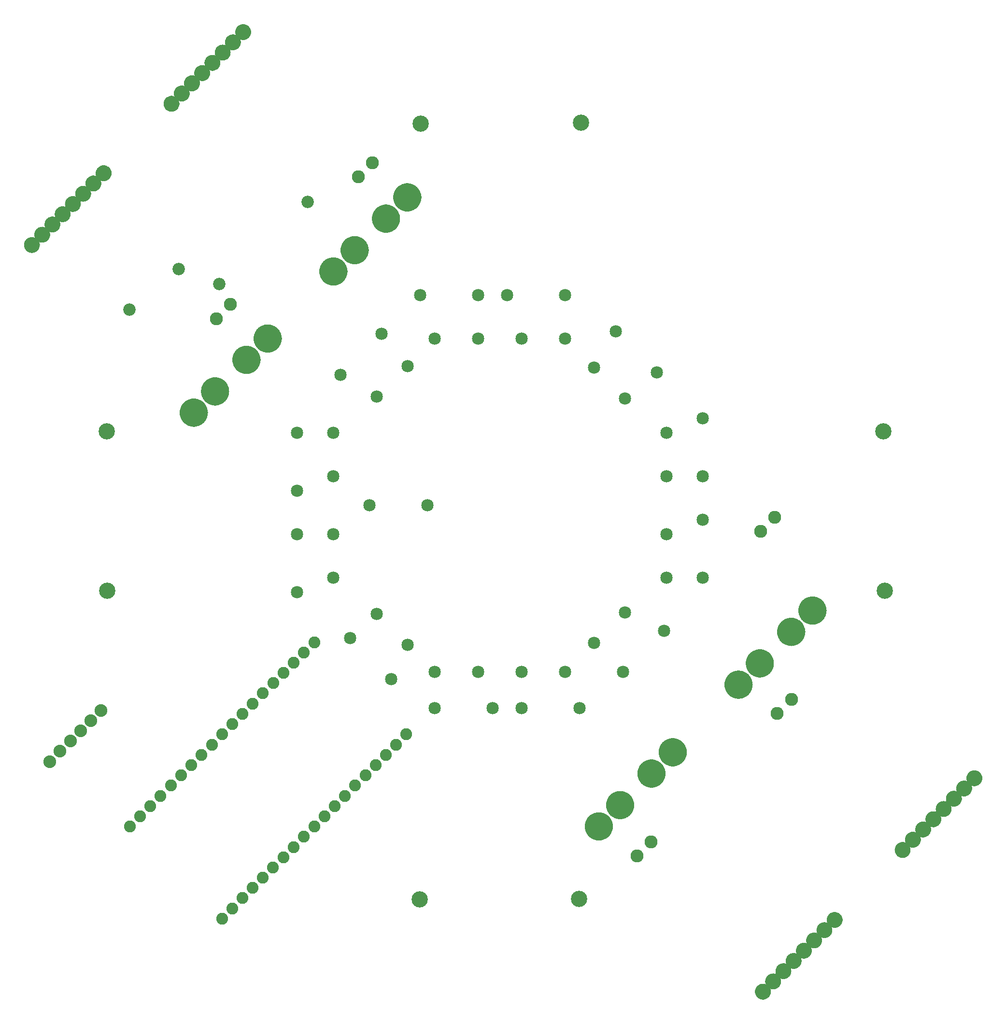
<source format=gts>
G04 MADE WITH FRITZING*
G04 WWW.FRITZING.ORG*
G04 DOUBLE SIDED*
G04 HOLES PLATED*
G04 CONTOUR ON CENTER OF CONTOUR VECTOR*
%ASAXBY*%
%FSLAX23Y23*%
%MOIN*%
%OFA0B0*%
%SFA1.0B1.0*%
%ADD10C,0.112362*%
%ADD11C,0.090000*%
%ADD12C,0.085433*%
%ADD13C,0.088000*%
%ADD14C,0.085000*%
%ADD15C,0.081858*%
%ADD16C,0.030000*%
%ADD17R,0.001000X0.001000*%
%LNMASK1*%
G90*
G70*
G54D10*
X3414Y6588D03*
X4520Y6595D03*
X3407Y1236D03*
X4507Y1240D03*
X1248Y3366D03*
X1247Y4465D03*
X6615Y3366D03*
X6607Y4466D03*
G54D11*
X5855Y3873D03*
X5758Y3776D03*
G54D12*
X1401Y5305D03*
X1741Y5587D03*
X2022Y5484D03*
X2633Y6051D03*
G54D13*
X1207Y2541D03*
X1136Y2470D03*
X1065Y2400D03*
X995Y2329D03*
X924Y2258D03*
X853Y2187D03*
G54D14*
X2810Y3755D03*
X2810Y3455D03*
X3110Y3205D03*
X3322Y2993D03*
X3510Y2805D03*
X3810Y2805D03*
X4110Y2805D03*
X4410Y2805D03*
X4610Y3005D03*
X4822Y3217D03*
X2810Y4155D03*
X2810Y4455D03*
X5110Y3755D03*
X5110Y3455D03*
X5110Y4455D03*
X5110Y4155D03*
X4610Y4905D03*
X4822Y4693D03*
X4110Y5105D03*
X4410Y5105D03*
X3110Y4705D03*
X3322Y4917D03*
X3510Y5105D03*
X3810Y5105D03*
X2560Y3355D03*
X2560Y3755D03*
X4510Y2555D03*
X4110Y2555D03*
X3910Y2555D03*
X3510Y2555D03*
X3210Y2755D03*
X2927Y3038D03*
X4810Y2805D03*
X5093Y3088D03*
X5360Y3855D03*
X5360Y3455D03*
X5360Y4555D03*
X5360Y4155D03*
X4760Y5155D03*
X5043Y4872D03*
X4010Y5405D03*
X4410Y5405D03*
X3410Y5405D03*
X3810Y5405D03*
X2560Y4455D03*
X2560Y4055D03*
X2860Y4855D03*
X3143Y5138D03*
X3460Y3955D03*
X3060Y3955D03*
G54D15*
X2678Y3011D03*
X2607Y2940D03*
X2536Y2870D03*
X2465Y2799D03*
X2395Y2729D03*
X2324Y2658D03*
X2253Y2587D03*
X2183Y2517D03*
X2112Y2446D03*
X2042Y2375D03*
X1971Y2304D03*
X1900Y2233D03*
X1829Y2163D03*
X1758Y2092D03*
X1688Y2022D03*
X1617Y1951D03*
X1547Y1881D03*
X1476Y1810D03*
X1405Y1739D03*
X2041Y1103D03*
X2112Y1174D03*
X2183Y1245D03*
X2253Y1315D03*
X2324Y1386D03*
X2394Y1456D03*
X2465Y1527D03*
X2536Y1597D03*
X2607Y1668D03*
X2678Y1739D03*
X2748Y1810D03*
X2819Y1881D03*
X2889Y1951D03*
X2960Y2022D03*
X3031Y2093D03*
X3101Y2163D03*
X3172Y2234D03*
X3243Y2304D03*
X3314Y2375D03*
G54D11*
X4906Y1536D03*
X5004Y1634D03*
X5873Y2518D03*
X5971Y2615D03*
X3078Y6321D03*
X2981Y6224D03*
X2098Y5342D03*
X2001Y5244D03*
G54D16*
G36*
X5898Y3873D02*
X5855Y3831D01*
X5813Y3873D01*
X5855Y3916D01*
X5898Y3873D01*
G37*
D02*
G36*
X4864Y1536D02*
X4906Y1579D01*
X4949Y1536D01*
X4906Y1494D01*
X4864Y1536D01*
G37*
D02*
G36*
X5831Y2518D02*
X5873Y2560D01*
X5916Y2518D01*
X5873Y2476D01*
X5831Y2518D01*
G37*
D02*
G36*
X3121Y6321D02*
X3078Y6279D01*
X3036Y6321D01*
X3078Y6364D01*
X3121Y6321D01*
G37*
D02*
G36*
X2140Y5342D02*
X2098Y5299D01*
X2056Y5342D01*
X2098Y5384D01*
X2140Y5342D01*
G37*
D02*
G54D17*
X2181Y7276D02*
X2194Y7276D01*
X2176Y7275D02*
X2199Y7275D01*
X2172Y7274D02*
X2202Y7274D01*
X2170Y7273D02*
X2205Y7273D01*
X2167Y7272D02*
X2208Y7272D01*
X2165Y7271D02*
X2210Y7271D01*
X2163Y7270D02*
X2212Y7270D01*
X2161Y7269D02*
X2214Y7269D01*
X2159Y7268D02*
X2216Y7268D01*
X2157Y7267D02*
X2218Y7267D01*
X2156Y7266D02*
X2219Y7266D01*
X2154Y7265D02*
X2221Y7265D01*
X2153Y7264D02*
X2222Y7264D01*
X2152Y7263D02*
X2223Y7263D01*
X2151Y7262D02*
X2224Y7262D01*
X2150Y7261D02*
X2225Y7261D01*
X2149Y7260D02*
X2226Y7260D01*
X2148Y7259D02*
X2227Y7259D01*
X2147Y7258D02*
X2228Y7258D01*
X2146Y7257D02*
X2229Y7257D01*
X2145Y7256D02*
X2230Y7256D01*
X2144Y7255D02*
X2230Y7255D01*
X2144Y7254D02*
X2231Y7254D01*
X2143Y7253D02*
X2232Y7253D01*
X2142Y7252D02*
X2233Y7252D01*
X2142Y7251D02*
X2233Y7251D01*
X2141Y7250D02*
X2234Y7250D01*
X2141Y7249D02*
X2234Y7249D01*
X2140Y7248D02*
X2235Y7248D01*
X2140Y7247D02*
X2235Y7247D01*
X2139Y7246D02*
X2236Y7246D01*
X2139Y7245D02*
X2236Y7245D01*
X2138Y7244D02*
X2237Y7244D01*
X2138Y7243D02*
X2237Y7243D01*
X2137Y7242D02*
X2238Y7242D01*
X2137Y7241D02*
X2238Y7241D01*
X2137Y7240D02*
X2238Y7240D01*
X2136Y7239D02*
X2239Y7239D01*
X2136Y7238D02*
X2239Y7238D01*
X2136Y7237D02*
X2239Y7237D01*
X2135Y7236D02*
X2240Y7236D01*
X2135Y7235D02*
X2240Y7235D01*
X2135Y7234D02*
X2240Y7234D01*
X2134Y7233D02*
X2240Y7233D01*
X2134Y7232D02*
X2241Y7232D01*
X2134Y7231D02*
X2241Y7231D01*
X2134Y7230D02*
X2241Y7230D01*
X2134Y7229D02*
X2241Y7229D01*
X2133Y7228D02*
X2241Y7228D01*
X2133Y7227D02*
X2242Y7227D01*
X2133Y7226D02*
X2242Y7226D01*
X2133Y7225D02*
X2242Y7225D01*
X2133Y7224D02*
X2242Y7224D01*
X2133Y7223D02*
X2242Y7223D01*
X2133Y7222D02*
X2242Y7222D01*
X2133Y7221D02*
X2242Y7221D01*
X2133Y7220D02*
X2242Y7220D01*
X2133Y7219D02*
X2242Y7219D01*
X2133Y7218D02*
X2242Y7218D01*
X2133Y7217D02*
X2242Y7217D01*
X2133Y7216D02*
X2242Y7216D01*
X2133Y7215D02*
X2241Y7215D01*
X2134Y7214D02*
X2241Y7214D01*
X2134Y7213D02*
X2241Y7213D01*
X2134Y7212D02*
X2241Y7212D01*
X2134Y7211D02*
X2241Y7211D01*
X2134Y7210D02*
X2240Y7210D01*
X2135Y7209D02*
X2240Y7209D01*
X2135Y7208D02*
X2240Y7208D01*
X2135Y7207D02*
X2240Y7207D01*
X2136Y7206D02*
X2239Y7206D01*
X2108Y7205D02*
X2125Y7205D01*
X2136Y7205D02*
X2239Y7205D01*
X2104Y7204D02*
X2129Y7204D01*
X2136Y7204D02*
X2239Y7204D01*
X2101Y7203D02*
X2133Y7203D01*
X2137Y7203D02*
X2238Y7203D01*
X2098Y7202D02*
X2135Y7202D01*
X2137Y7202D02*
X2238Y7202D01*
X2096Y7201D02*
X2238Y7201D01*
X2093Y7200D02*
X2237Y7200D01*
X2091Y7199D02*
X2237Y7199D01*
X2090Y7198D02*
X2236Y7198D01*
X2088Y7197D02*
X2236Y7197D01*
X2086Y7196D02*
X2235Y7196D01*
X2085Y7195D02*
X2235Y7195D01*
X2083Y7194D02*
X2234Y7194D01*
X2082Y7193D02*
X2234Y7193D01*
X2081Y7192D02*
X2233Y7192D01*
X2080Y7191D02*
X2232Y7191D01*
X2079Y7190D02*
X2232Y7190D01*
X2078Y7189D02*
X2231Y7189D01*
X2077Y7188D02*
X2230Y7188D01*
X2076Y7187D02*
X2230Y7187D01*
X2075Y7186D02*
X2229Y7186D01*
X2074Y7185D02*
X2228Y7185D01*
X2074Y7184D02*
X2227Y7184D01*
X2073Y7183D02*
X2226Y7183D01*
X2072Y7182D02*
X2225Y7182D01*
X2071Y7181D02*
X2224Y7181D01*
X2071Y7180D02*
X2223Y7180D01*
X2070Y7179D02*
X2222Y7179D01*
X2070Y7178D02*
X2220Y7178D01*
X2069Y7177D02*
X2219Y7177D01*
X2069Y7176D02*
X2217Y7176D01*
X2068Y7175D02*
X2216Y7175D01*
X2068Y7174D02*
X2214Y7174D01*
X2067Y7173D02*
X2212Y7173D01*
X2067Y7172D02*
X2210Y7172D01*
X2066Y7171D02*
X2208Y7171D01*
X2066Y7170D02*
X2167Y7170D01*
X2170Y7170D02*
X2205Y7170D01*
X2066Y7169D02*
X2168Y7169D01*
X2173Y7169D02*
X2202Y7169D01*
X2065Y7168D02*
X2168Y7168D01*
X2177Y7168D02*
X2198Y7168D01*
X2065Y7167D02*
X2168Y7167D01*
X2182Y7167D02*
X2193Y7167D01*
X2065Y7166D02*
X2169Y7166D01*
X2064Y7165D02*
X2169Y7165D01*
X2064Y7164D02*
X2169Y7164D01*
X2064Y7163D02*
X2170Y7163D01*
X2064Y7162D02*
X2170Y7162D01*
X2063Y7161D02*
X2170Y7161D01*
X2063Y7160D02*
X2170Y7160D01*
X2063Y7159D02*
X2170Y7159D01*
X2063Y7158D02*
X2171Y7158D01*
X2063Y7157D02*
X2171Y7157D01*
X2063Y7156D02*
X2171Y7156D01*
X2062Y7155D02*
X2171Y7155D01*
X2062Y7154D02*
X2171Y7154D01*
X2062Y7153D02*
X2171Y7153D01*
X2062Y7152D02*
X2171Y7152D01*
X2062Y7151D02*
X2171Y7151D01*
X2062Y7150D02*
X2171Y7150D01*
X2062Y7149D02*
X2171Y7149D01*
X2062Y7148D02*
X2171Y7148D01*
X2062Y7147D02*
X2171Y7147D01*
X2062Y7146D02*
X2171Y7146D01*
X2063Y7145D02*
X2171Y7145D01*
X2063Y7144D02*
X2171Y7144D01*
X2063Y7143D02*
X2170Y7143D01*
X2063Y7142D02*
X2170Y7142D01*
X2063Y7141D02*
X2170Y7141D01*
X2064Y7140D02*
X2170Y7140D01*
X2064Y7139D02*
X2170Y7139D01*
X2064Y7138D02*
X2169Y7138D01*
X2064Y7137D02*
X2169Y7137D01*
X2065Y7136D02*
X2169Y7136D01*
X2042Y7135D02*
X2050Y7135D01*
X2065Y7135D02*
X2168Y7135D01*
X2036Y7134D02*
X2056Y7134D01*
X2065Y7134D02*
X2168Y7134D01*
X2033Y7133D02*
X2060Y7133D01*
X2066Y7133D02*
X2168Y7133D01*
X2029Y7132D02*
X2063Y7132D01*
X2066Y7132D02*
X2167Y7132D01*
X2027Y7131D02*
X2167Y7131D01*
X2024Y7130D02*
X2167Y7130D01*
X2022Y7129D02*
X2166Y7129D01*
X2020Y7128D02*
X2166Y7128D01*
X2018Y7127D02*
X2165Y7127D01*
X2017Y7126D02*
X2165Y7126D01*
X2015Y7125D02*
X2164Y7125D01*
X2014Y7124D02*
X2164Y7124D01*
X2012Y7123D02*
X2163Y7123D01*
X2011Y7122D02*
X2163Y7122D01*
X2010Y7121D02*
X2162Y7121D01*
X2009Y7120D02*
X2162Y7120D01*
X2008Y7119D02*
X2161Y7119D01*
X2007Y7118D02*
X2160Y7118D01*
X2006Y7117D02*
X2159Y7117D01*
X2005Y7116D02*
X2159Y7116D01*
X2004Y7115D02*
X2158Y7115D01*
X2003Y7114D02*
X2157Y7114D01*
X2003Y7113D02*
X2156Y7113D01*
X2002Y7112D02*
X2155Y7112D01*
X2001Y7111D02*
X2154Y7111D01*
X2001Y7110D02*
X2153Y7110D01*
X2000Y7109D02*
X2152Y7109D01*
X1999Y7108D02*
X2151Y7108D01*
X1999Y7107D02*
X2149Y7107D01*
X1998Y7106D02*
X2148Y7106D01*
X1998Y7105D02*
X2146Y7105D01*
X1997Y7104D02*
X2144Y7104D01*
X1997Y7103D02*
X2143Y7103D01*
X1997Y7102D02*
X2141Y7102D01*
X1996Y7101D02*
X2138Y7101D01*
X1996Y7100D02*
X2096Y7100D01*
X2098Y7100D02*
X2136Y7100D01*
X1995Y7099D02*
X2097Y7099D01*
X2100Y7099D02*
X2133Y7099D01*
X1995Y7098D02*
X2097Y7098D01*
X2103Y7098D02*
X2130Y7098D01*
X1995Y7097D02*
X2097Y7097D01*
X2107Y7097D02*
X2126Y7097D01*
X1994Y7096D02*
X2098Y7096D01*
X2114Y7096D02*
X2119Y7096D01*
X1994Y7095D02*
X2098Y7095D01*
X1994Y7094D02*
X2098Y7094D01*
X1993Y7093D02*
X2099Y7093D01*
X1993Y7092D02*
X2099Y7092D01*
X1993Y7091D02*
X2099Y7091D01*
X1993Y7090D02*
X2099Y7090D01*
X1992Y7089D02*
X2100Y7089D01*
X1992Y7088D02*
X2100Y7088D01*
X1992Y7087D02*
X2100Y7087D01*
X1992Y7086D02*
X2100Y7086D01*
X1992Y7085D02*
X2100Y7085D01*
X1992Y7084D02*
X2100Y7084D01*
X1992Y7083D02*
X2100Y7083D01*
X1992Y7082D02*
X2100Y7082D01*
X1992Y7081D02*
X2101Y7081D01*
X1991Y7080D02*
X2101Y7080D01*
X1992Y7079D02*
X2101Y7079D01*
X1992Y7078D02*
X2100Y7078D01*
X1992Y7077D02*
X2100Y7077D01*
X1992Y7076D02*
X2100Y7076D01*
X1992Y7075D02*
X2100Y7075D01*
X1992Y7074D02*
X2100Y7074D01*
X1992Y7073D02*
X2100Y7073D01*
X1992Y7072D02*
X2100Y7072D01*
X1992Y7071D02*
X2100Y7071D01*
X1993Y7070D02*
X2099Y7070D01*
X1993Y7069D02*
X2099Y7069D01*
X1993Y7068D02*
X2099Y7068D01*
X1993Y7067D02*
X2099Y7067D01*
X1994Y7066D02*
X2098Y7066D01*
X1994Y7065D02*
X2098Y7065D01*
X1970Y7064D02*
X1981Y7064D01*
X1994Y7064D02*
X2098Y7064D01*
X1964Y7063D02*
X1986Y7063D01*
X1995Y7063D02*
X2097Y7063D01*
X1961Y7062D02*
X1990Y7062D01*
X1995Y7062D02*
X2097Y7062D01*
X1958Y7061D02*
X1993Y7061D01*
X1995Y7061D02*
X2097Y7061D01*
X1955Y7060D02*
X2096Y7060D01*
X1953Y7059D02*
X2096Y7059D01*
X1951Y7058D02*
X2095Y7058D01*
X1949Y7057D02*
X2095Y7057D01*
X1947Y7056D02*
X2094Y7056D01*
X1945Y7055D02*
X2094Y7055D01*
X1944Y7054D02*
X2094Y7054D01*
X1942Y7053D02*
X2093Y7053D01*
X1941Y7052D02*
X2092Y7052D01*
X1940Y7051D02*
X2092Y7051D01*
X1939Y7050D02*
X2091Y7050D01*
X1938Y7049D02*
X2091Y7049D01*
X1937Y7048D02*
X2090Y7048D01*
X1936Y7047D02*
X2089Y7047D01*
X1935Y7046D02*
X2089Y7046D01*
X1934Y7045D02*
X2088Y7045D01*
X1933Y7044D02*
X2087Y7044D01*
X1932Y7043D02*
X2086Y7043D01*
X1932Y7042D02*
X2085Y7042D01*
X1931Y7041D02*
X2084Y7041D01*
X1930Y7040D02*
X2083Y7040D01*
X1930Y7039D02*
X2082Y7039D01*
X1929Y7038D02*
X2081Y7038D01*
X1929Y7037D02*
X2079Y7037D01*
X1928Y7036D02*
X2078Y7036D01*
X1928Y7035D02*
X2077Y7035D01*
X1927Y7034D02*
X2075Y7034D01*
X1927Y7033D02*
X2073Y7033D01*
X1926Y7032D02*
X2071Y7032D01*
X1926Y7031D02*
X2069Y7031D01*
X1925Y7030D02*
X2067Y7030D01*
X1925Y7029D02*
X2026Y7029D01*
X2028Y7029D02*
X2064Y7029D01*
X1924Y7028D02*
X2026Y7028D01*
X2030Y7028D02*
X2062Y7028D01*
X1924Y7027D02*
X2026Y7027D01*
X2034Y7027D02*
X2058Y7027D01*
X1924Y7026D02*
X2027Y7026D01*
X2038Y7026D02*
X2054Y7026D01*
X1923Y7025D02*
X2027Y7025D01*
X1923Y7024D02*
X2028Y7024D01*
X1923Y7023D02*
X2028Y7023D01*
X1923Y7022D02*
X2028Y7022D01*
X1922Y7021D02*
X2028Y7021D01*
X1922Y7020D02*
X2029Y7020D01*
X1922Y7019D02*
X2029Y7019D01*
X1922Y7018D02*
X2029Y7018D01*
X1921Y7017D02*
X2029Y7017D01*
X1921Y7016D02*
X2029Y7016D01*
X1921Y7015D02*
X2029Y7015D01*
X1921Y7014D02*
X2030Y7014D01*
X1921Y7013D02*
X2030Y7013D01*
X1921Y7012D02*
X2030Y7012D01*
X1921Y7011D02*
X2030Y7011D01*
X1921Y7010D02*
X2030Y7010D01*
X1921Y7009D02*
X2030Y7009D01*
X1921Y7008D02*
X2030Y7008D01*
X1921Y7007D02*
X2030Y7007D01*
X1921Y7006D02*
X2030Y7006D01*
X1921Y7005D02*
X2030Y7005D01*
X1921Y7004D02*
X2029Y7004D01*
X1921Y7003D02*
X2029Y7003D01*
X1921Y7002D02*
X2029Y7002D01*
X1922Y7001D02*
X2029Y7001D01*
X1922Y7000D02*
X2029Y7000D01*
X1922Y6999D02*
X2029Y6999D01*
X1922Y6998D02*
X2028Y6998D01*
X1923Y6997D02*
X2028Y6997D01*
X1923Y6996D02*
X2028Y6996D01*
X1923Y6995D02*
X2028Y6995D01*
X1923Y6994D02*
X2027Y6994D01*
X1897Y6993D02*
X1912Y6993D01*
X1924Y6993D02*
X2027Y6993D01*
X1893Y6992D02*
X1917Y6992D01*
X1924Y6992D02*
X2027Y6992D01*
X1889Y6991D02*
X1920Y6991D01*
X1924Y6991D02*
X2026Y6991D01*
X1886Y6990D02*
X1923Y6990D01*
X1925Y6990D02*
X2026Y6990D01*
X1884Y6989D02*
X2025Y6989D01*
X1882Y6988D02*
X2025Y6988D01*
X1879Y6987D02*
X2025Y6987D01*
X1878Y6986D02*
X2024Y6986D01*
X1876Y6985D02*
X2024Y6985D01*
X1874Y6984D02*
X2023Y6984D01*
X1873Y6983D02*
X2023Y6983D01*
X1871Y6982D02*
X2022Y6982D01*
X1870Y6981D02*
X2022Y6981D01*
X1869Y6980D02*
X2021Y6980D01*
X1868Y6979D02*
X2020Y6979D01*
X1867Y6978D02*
X2020Y6978D01*
X1866Y6977D02*
X2019Y6977D01*
X1865Y6976D02*
X2018Y6976D01*
X1864Y6975D02*
X2018Y6975D01*
X1863Y6974D02*
X2017Y6974D01*
X1862Y6973D02*
X2016Y6973D01*
X1861Y6972D02*
X2015Y6972D01*
X1861Y6971D02*
X2014Y6971D01*
X1860Y6970D02*
X2013Y6970D01*
X1859Y6969D02*
X2012Y6969D01*
X1859Y6968D02*
X2011Y6968D01*
X1858Y6967D02*
X2010Y6967D01*
X1858Y6966D02*
X2008Y6966D01*
X1857Y6965D02*
X2007Y6965D01*
X1857Y6964D02*
X2005Y6964D01*
X1856Y6963D02*
X2004Y6963D01*
X1856Y6962D02*
X2002Y6962D01*
X1855Y6961D02*
X2000Y6961D01*
X1855Y6960D02*
X1998Y6960D01*
X1854Y6959D02*
X1996Y6959D01*
X1854Y6958D02*
X1955Y6958D01*
X1958Y6958D02*
X1993Y6958D01*
X1854Y6957D02*
X1956Y6957D01*
X1961Y6957D02*
X1990Y6957D01*
X1853Y6956D02*
X1956Y6956D01*
X1964Y6956D02*
X1986Y6956D01*
X1853Y6955D02*
X1956Y6955D01*
X1969Y6955D02*
X1981Y6955D01*
X1853Y6954D02*
X1957Y6954D01*
X1852Y6953D02*
X1957Y6953D01*
X1852Y6952D02*
X1957Y6952D01*
X1852Y6951D02*
X1957Y6951D01*
X1852Y6950D02*
X1958Y6950D01*
X1851Y6949D02*
X1958Y6949D01*
X1851Y6948D02*
X1958Y6948D01*
X1851Y6947D02*
X1958Y6947D01*
X1851Y6946D02*
X1958Y6946D01*
X1851Y6945D02*
X1959Y6945D01*
X1850Y6944D02*
X1959Y6944D01*
X1850Y6943D02*
X1959Y6943D01*
X1850Y6942D02*
X1959Y6942D01*
X1850Y6941D02*
X1959Y6941D01*
X1850Y6940D02*
X1959Y6940D01*
X1850Y6939D02*
X1959Y6939D01*
X1850Y6938D02*
X1959Y6938D01*
X1850Y6937D02*
X1959Y6937D01*
X1850Y6936D02*
X1959Y6936D01*
X1850Y6935D02*
X1959Y6935D01*
X1850Y6934D02*
X1959Y6934D01*
X1850Y6933D02*
X1959Y6933D01*
X1851Y6932D02*
X1959Y6932D01*
X1851Y6931D02*
X1958Y6931D01*
X1851Y6930D02*
X1958Y6930D01*
X1851Y6929D02*
X1958Y6929D01*
X1851Y6928D02*
X1958Y6928D01*
X1852Y6927D02*
X1958Y6927D01*
X1852Y6926D02*
X1957Y6926D01*
X1852Y6925D02*
X1957Y6925D01*
X1852Y6924D02*
X1957Y6924D01*
X1833Y6923D02*
X1835Y6923D01*
X1853Y6923D02*
X1956Y6923D01*
X1825Y6922D02*
X1843Y6922D01*
X1853Y6922D02*
X1956Y6922D01*
X1821Y6921D02*
X1847Y6921D01*
X1854Y6921D02*
X1956Y6921D01*
X1818Y6920D02*
X1850Y6920D01*
X1854Y6920D02*
X1955Y6920D01*
X1815Y6919D02*
X1955Y6919D01*
X1812Y6918D02*
X1955Y6918D01*
X1810Y6917D02*
X1954Y6917D01*
X1808Y6916D02*
X1954Y6916D01*
X1806Y6915D02*
X1953Y6915D01*
X1805Y6914D02*
X1953Y6914D01*
X1803Y6913D02*
X1952Y6913D01*
X1802Y6912D02*
X1952Y6912D01*
X1800Y6911D02*
X1951Y6911D01*
X1799Y6910D02*
X1951Y6910D01*
X1798Y6909D02*
X1950Y6909D01*
X1797Y6908D02*
X1949Y6908D01*
X1795Y6907D02*
X1949Y6907D01*
X1795Y6906D02*
X1948Y6906D01*
X1794Y6905D02*
X1947Y6905D01*
X1793Y6904D02*
X1947Y6904D01*
X1792Y6903D02*
X1946Y6903D01*
X1791Y6902D02*
X1945Y6902D01*
X1791Y6901D02*
X1944Y6901D01*
X1790Y6900D02*
X1943Y6900D01*
X1789Y6899D02*
X1942Y6899D01*
X1789Y6898D02*
X1941Y6898D01*
X1788Y6897D02*
X1940Y6897D01*
X1787Y6896D02*
X1939Y6896D01*
X1787Y6895D02*
X1937Y6895D01*
X1786Y6894D02*
X1936Y6894D01*
X1786Y6893D02*
X1934Y6893D01*
X1785Y6892D02*
X1932Y6892D01*
X1785Y6891D02*
X1931Y6891D01*
X1784Y6890D02*
X1929Y6890D01*
X1784Y6889D02*
X1927Y6889D01*
X1784Y6888D02*
X1924Y6888D01*
X1783Y6887D02*
X1885Y6887D01*
X1888Y6887D02*
X1921Y6887D01*
X1783Y6886D02*
X1885Y6886D01*
X1891Y6886D02*
X1918Y6886D01*
X1783Y6885D02*
X1885Y6885D01*
X1895Y6885D02*
X1915Y6885D01*
X1782Y6884D02*
X1886Y6884D01*
X1900Y6884D02*
X1909Y6884D01*
X1782Y6883D02*
X1886Y6883D01*
X1782Y6882D02*
X1886Y6882D01*
X1781Y6881D02*
X1887Y6881D01*
X1781Y6880D02*
X1887Y6880D01*
X1781Y6879D02*
X1887Y6879D01*
X1780Y6878D02*
X1887Y6878D01*
X1780Y6877D02*
X1887Y6877D01*
X1780Y6876D02*
X1888Y6876D01*
X1780Y6875D02*
X1888Y6875D01*
X1780Y6874D02*
X1888Y6874D01*
X1780Y6873D02*
X1888Y6873D01*
X1780Y6872D02*
X1888Y6872D01*
X1780Y6871D02*
X1888Y6871D01*
X1779Y6870D02*
X1888Y6870D01*
X1779Y6869D02*
X1888Y6869D01*
X1779Y6868D02*
X1888Y6868D01*
X1779Y6867D02*
X1888Y6867D01*
X1779Y6866D02*
X1888Y6866D01*
X1780Y6865D02*
X1888Y6865D01*
X1780Y6864D02*
X1888Y6864D01*
X1780Y6863D02*
X1888Y6863D01*
X1780Y6862D02*
X1888Y6862D01*
X1780Y6861D02*
X1888Y6861D01*
X1780Y6860D02*
X1888Y6860D01*
X1780Y6859D02*
X1887Y6859D01*
X1781Y6858D02*
X1887Y6858D01*
X1781Y6857D02*
X1887Y6857D01*
X1781Y6856D02*
X1887Y6856D01*
X1781Y6855D02*
X1886Y6855D01*
X1782Y6854D02*
X1886Y6854D01*
X1782Y6853D02*
X1886Y6853D01*
X1758Y6852D02*
X1768Y6852D01*
X1782Y6852D02*
X1886Y6852D01*
X1753Y6851D02*
X1774Y6851D01*
X1783Y6851D02*
X1885Y6851D01*
X1749Y6850D02*
X1777Y6850D01*
X1783Y6850D02*
X1885Y6850D01*
X1746Y6849D02*
X1780Y6849D01*
X1783Y6849D02*
X1885Y6849D01*
X1743Y6848D02*
X1884Y6848D01*
X1741Y6847D02*
X1884Y6847D01*
X1739Y6846D02*
X1883Y6846D01*
X1737Y6845D02*
X1883Y6845D01*
X1735Y6844D02*
X1882Y6844D01*
X1733Y6843D02*
X1882Y6843D01*
X1732Y6842D02*
X1881Y6842D01*
X1730Y6841D02*
X1881Y6841D01*
X1729Y6840D02*
X1880Y6840D01*
X1728Y6839D02*
X1880Y6839D01*
X1727Y6838D02*
X1879Y6838D01*
X1726Y6837D02*
X1879Y6837D01*
X1725Y6836D02*
X1878Y6836D01*
X1724Y6835D02*
X1877Y6835D01*
X1723Y6834D02*
X1876Y6834D01*
X1722Y6833D02*
X1876Y6833D01*
X1721Y6832D02*
X1875Y6832D01*
X1720Y6831D02*
X1874Y6831D01*
X1720Y6830D02*
X1873Y6830D01*
X1719Y6829D02*
X1872Y6829D01*
X1718Y6828D02*
X1871Y6828D01*
X1718Y6827D02*
X1870Y6827D01*
X1717Y6826D02*
X1869Y6826D01*
X1717Y6825D02*
X1867Y6825D01*
X1716Y6824D02*
X1866Y6824D01*
X1715Y6823D02*
X1865Y6823D01*
X1715Y6822D02*
X1863Y6822D01*
X1715Y6821D02*
X1861Y6821D01*
X1714Y6820D02*
X1859Y6820D01*
X1714Y6819D02*
X1857Y6819D01*
X1713Y6818D02*
X1855Y6818D01*
X1713Y6817D02*
X1853Y6817D01*
X1712Y6816D02*
X1814Y6816D01*
X1818Y6816D02*
X1850Y6816D01*
X1712Y6815D02*
X1814Y6815D01*
X1821Y6815D02*
X1847Y6815D01*
X1712Y6814D02*
X1815Y6814D01*
X1825Y6814D02*
X1843Y6814D01*
X1711Y6813D02*
X1815Y6813D01*
X1834Y6813D02*
X1834Y6813D01*
X1711Y6812D02*
X1815Y6812D01*
X1711Y6811D02*
X1816Y6811D01*
X1711Y6810D02*
X1816Y6810D01*
X1710Y6809D02*
X1816Y6809D01*
X1710Y6808D02*
X1816Y6808D01*
X1710Y6807D02*
X1817Y6807D01*
X1710Y6806D02*
X1817Y6806D01*
X1709Y6805D02*
X1817Y6805D01*
X1709Y6804D02*
X1817Y6804D01*
X1709Y6803D02*
X1817Y6803D01*
X1709Y6802D02*
X1817Y6802D01*
X1709Y6801D02*
X1818Y6801D01*
X1709Y6800D02*
X1818Y6800D01*
X1709Y6799D02*
X1818Y6799D01*
X1709Y6798D02*
X1818Y6798D01*
X1709Y6797D02*
X1818Y6797D01*
X1709Y6796D02*
X1818Y6796D01*
X1709Y6795D02*
X1818Y6795D01*
X1709Y6794D02*
X1818Y6794D01*
X1709Y6793D02*
X1817Y6793D01*
X1709Y6792D02*
X1817Y6792D01*
X1709Y6791D02*
X1817Y6791D01*
X1709Y6790D02*
X1817Y6790D01*
X1710Y6789D02*
X1817Y6789D01*
X1710Y6788D02*
X1817Y6788D01*
X1710Y6787D02*
X1816Y6787D01*
X1710Y6786D02*
X1816Y6786D01*
X1710Y6785D02*
X1816Y6785D01*
X1711Y6784D02*
X1816Y6784D01*
X1711Y6783D02*
X1815Y6783D01*
X1711Y6782D02*
X1815Y6782D01*
X1686Y6781D02*
X1699Y6781D01*
X1712Y6781D02*
X1815Y6781D01*
X1681Y6780D02*
X1704Y6780D01*
X1712Y6780D02*
X1814Y6780D01*
X1677Y6779D02*
X1708Y6779D01*
X1712Y6779D02*
X1814Y6779D01*
X1675Y6778D02*
X1710Y6778D01*
X1713Y6778D02*
X1814Y6778D01*
X1672Y6777D02*
X1813Y6777D01*
X1670Y6776D02*
X1813Y6776D01*
X1668Y6775D02*
X1812Y6775D01*
X1666Y6774D02*
X1812Y6774D01*
X1664Y6773D02*
X1812Y6773D01*
X1662Y6772D02*
X1811Y6772D01*
X1661Y6771D02*
X1811Y6771D01*
X1659Y6770D02*
X1810Y6770D01*
X1658Y6769D02*
X1809Y6769D01*
X1657Y6768D02*
X1809Y6768D01*
X1656Y6767D02*
X1808Y6767D01*
X1655Y6766D02*
X1808Y6766D01*
X1654Y6765D02*
X1807Y6765D01*
X1653Y6764D02*
X1806Y6764D01*
X1652Y6763D02*
X1806Y6763D01*
X1651Y6762D02*
X1805Y6762D01*
X1650Y6761D02*
X1804Y6761D01*
X1649Y6760D02*
X1803Y6760D01*
X1649Y6759D02*
X1802Y6759D01*
X1648Y6758D02*
X1801Y6758D01*
X1647Y6757D02*
X1800Y6757D01*
X1647Y6756D02*
X1799Y6756D01*
X1646Y6755D02*
X1798Y6755D01*
X1646Y6754D02*
X1796Y6754D01*
X1645Y6753D02*
X1795Y6753D01*
X1645Y6752D02*
X1793Y6752D01*
X1644Y6751D02*
X1792Y6751D01*
X1644Y6750D02*
X1790Y6750D01*
X1643Y6749D02*
X1788Y6749D01*
X1643Y6748D02*
X1786Y6748D01*
X1642Y6747D02*
X1784Y6747D01*
X1642Y6746D02*
X1743Y6746D01*
X1745Y6746D02*
X1781Y6746D01*
X1642Y6745D02*
X1743Y6745D01*
X1748Y6745D02*
X1778Y6745D01*
X1641Y6744D02*
X1744Y6744D01*
X1752Y6744D02*
X1775Y6744D01*
X1641Y6743D02*
X1744Y6743D01*
X1756Y6743D02*
X1770Y6743D01*
X1641Y6742D02*
X1744Y6742D01*
X1640Y6741D02*
X1745Y6741D01*
X1640Y6740D02*
X1745Y6740D01*
X1640Y6739D02*
X1745Y6739D01*
X1639Y6738D02*
X1746Y6738D01*
X1639Y6737D02*
X1746Y6737D01*
X1639Y6736D02*
X1746Y6736D01*
X1639Y6735D02*
X1746Y6735D01*
X1639Y6734D02*
X1746Y6734D01*
X1638Y6733D02*
X1746Y6733D01*
X1638Y6732D02*
X1747Y6732D01*
X1638Y6731D02*
X1747Y6731D01*
X1638Y6730D02*
X1747Y6730D01*
X1638Y6729D02*
X1747Y6729D01*
X1638Y6728D02*
X1747Y6728D01*
X1638Y6727D02*
X1747Y6727D01*
X1638Y6726D02*
X1747Y6726D01*
X1638Y6725D02*
X1747Y6725D01*
X1638Y6724D02*
X1747Y6724D01*
X1638Y6723D02*
X1747Y6723D01*
X1638Y6722D02*
X1747Y6722D01*
X1638Y6721D02*
X1747Y6721D01*
X1639Y6720D02*
X1746Y6720D01*
X1639Y6719D02*
X1746Y6719D01*
X1639Y6718D02*
X1746Y6718D01*
X1639Y6717D02*
X1746Y6717D01*
X1639Y6716D02*
X1746Y6716D01*
X1640Y6715D02*
X1745Y6715D01*
X1640Y6714D02*
X1745Y6714D01*
X1640Y6713D02*
X1745Y6713D01*
X1640Y6712D02*
X1745Y6712D01*
X1641Y6711D02*
X1744Y6711D01*
X1641Y6710D02*
X1744Y6710D01*
X1641Y6709D02*
X1744Y6709D01*
X1642Y6708D02*
X1743Y6708D01*
X1642Y6707D02*
X1743Y6707D01*
X1642Y6706D02*
X1743Y6706D01*
X1643Y6705D02*
X1742Y6705D01*
X1643Y6704D02*
X1742Y6704D01*
X1644Y6703D02*
X1741Y6703D01*
X1644Y6702D02*
X1741Y6702D01*
X1645Y6701D02*
X1740Y6701D01*
X1645Y6700D02*
X1740Y6700D01*
X1646Y6699D02*
X1739Y6699D01*
X1646Y6698D02*
X1739Y6698D01*
X1647Y6697D02*
X1738Y6697D01*
X1648Y6696D02*
X1737Y6696D01*
X1648Y6695D02*
X1737Y6695D01*
X1649Y6694D02*
X1736Y6694D01*
X1650Y6693D02*
X1735Y6693D01*
X1650Y6692D02*
X1735Y6692D01*
X1651Y6691D02*
X1734Y6691D01*
X1652Y6690D02*
X1733Y6690D01*
X1653Y6689D02*
X1732Y6689D01*
X1654Y6688D02*
X1731Y6688D01*
X1655Y6687D02*
X1730Y6687D01*
X1656Y6686D02*
X1729Y6686D01*
X1657Y6685D02*
X1728Y6685D01*
X1658Y6684D02*
X1727Y6684D01*
X1660Y6683D02*
X1725Y6683D01*
X1661Y6682D02*
X1724Y6682D01*
X1663Y6681D02*
X1722Y6681D01*
X1664Y6680D02*
X1721Y6680D01*
X1666Y6679D02*
X1719Y6679D01*
X1668Y6678D02*
X1717Y6678D01*
X1670Y6677D02*
X1715Y6677D01*
X1673Y6676D02*
X1712Y6676D01*
X1675Y6675D02*
X1710Y6675D01*
X1678Y6674D02*
X1707Y6674D01*
X1682Y6673D02*
X1703Y6673D01*
X1687Y6672D02*
X1698Y6672D01*
X1219Y6302D02*
X1229Y6302D01*
X1214Y6301D02*
X1234Y6301D01*
X1210Y6300D02*
X1238Y6300D01*
X1207Y6299D02*
X1241Y6299D01*
X1204Y6298D02*
X1244Y6298D01*
X1202Y6297D02*
X1246Y6297D01*
X1200Y6296D02*
X1248Y6296D01*
X1198Y6295D02*
X1250Y6295D01*
X1196Y6294D02*
X1252Y6294D01*
X1194Y6293D02*
X1254Y6293D01*
X1193Y6292D02*
X1255Y6292D01*
X1192Y6291D02*
X1257Y6291D01*
X1190Y6290D02*
X1258Y6290D01*
X1189Y6289D02*
X1259Y6289D01*
X1188Y6288D02*
X1261Y6288D01*
X1187Y6287D02*
X1262Y6287D01*
X1186Y6286D02*
X1263Y6286D01*
X1185Y6285D02*
X1264Y6285D01*
X1184Y6284D02*
X1265Y6284D01*
X1183Y6283D02*
X1265Y6283D01*
X1182Y6282D02*
X1266Y6282D01*
X1181Y6281D02*
X1267Y6281D01*
X1181Y6280D02*
X1268Y6280D01*
X1180Y6279D02*
X1268Y6279D01*
X1179Y6278D02*
X1269Y6278D01*
X1179Y6277D02*
X1270Y6277D01*
X1178Y6276D02*
X1270Y6276D01*
X1178Y6275D02*
X1271Y6275D01*
X1177Y6274D02*
X1271Y6274D01*
X1176Y6273D02*
X1272Y6273D01*
X1176Y6272D02*
X1272Y6272D01*
X1175Y6271D02*
X1273Y6271D01*
X1175Y6270D02*
X1273Y6270D01*
X1175Y6269D02*
X1274Y6269D01*
X1174Y6268D02*
X1274Y6268D01*
X1174Y6267D02*
X1275Y6267D01*
X1173Y6266D02*
X1275Y6266D01*
X1173Y6265D02*
X1275Y6265D01*
X1173Y6264D02*
X1276Y6264D01*
X1172Y6263D02*
X1276Y6263D01*
X1172Y6262D02*
X1276Y6262D01*
X1172Y6261D02*
X1277Y6261D01*
X1171Y6260D02*
X1277Y6260D01*
X1171Y6259D02*
X1277Y6259D01*
X1171Y6258D02*
X1277Y6258D01*
X1171Y6257D02*
X1278Y6257D01*
X1171Y6256D02*
X1278Y6256D01*
X1170Y6255D02*
X1278Y6255D01*
X1170Y6254D02*
X1278Y6254D01*
X1170Y6253D02*
X1278Y6253D01*
X1170Y6252D02*
X1278Y6252D01*
X1170Y6251D02*
X1278Y6251D01*
X1170Y6250D02*
X1279Y6250D01*
X1170Y6249D02*
X1279Y6249D01*
X1170Y6248D02*
X1279Y6248D01*
X1170Y6247D02*
X1279Y6247D01*
X1170Y6246D02*
X1279Y6246D01*
X1170Y6245D02*
X1279Y6245D01*
X1170Y6244D02*
X1279Y6244D01*
X1170Y6243D02*
X1278Y6243D01*
X1170Y6242D02*
X1278Y6242D01*
X1170Y6241D02*
X1278Y6241D01*
X1170Y6240D02*
X1278Y6240D01*
X1170Y6239D02*
X1278Y6239D01*
X1171Y6238D02*
X1278Y6238D01*
X1171Y6237D02*
X1277Y6237D01*
X1171Y6236D02*
X1277Y6236D01*
X1171Y6235D02*
X1277Y6235D01*
X1172Y6234D02*
X1277Y6234D01*
X1172Y6233D02*
X1276Y6233D01*
X1172Y6232D02*
X1276Y6232D01*
X1147Y6231D02*
X1160Y6231D01*
X1173Y6231D02*
X1276Y6231D01*
X1142Y6230D02*
X1165Y6230D01*
X1173Y6230D02*
X1275Y6230D01*
X1138Y6229D02*
X1168Y6229D01*
X1173Y6229D02*
X1275Y6229D01*
X1136Y6228D02*
X1171Y6228D01*
X1174Y6228D02*
X1275Y6228D01*
X1133Y6227D02*
X1274Y6227D01*
X1131Y6226D02*
X1274Y6226D01*
X1129Y6225D02*
X1273Y6225D01*
X1127Y6224D02*
X1273Y6224D01*
X1125Y6223D02*
X1273Y6223D01*
X1123Y6222D02*
X1272Y6222D01*
X1122Y6221D02*
X1272Y6221D01*
X1120Y6220D02*
X1271Y6220D01*
X1119Y6219D02*
X1270Y6219D01*
X1118Y6218D02*
X1270Y6218D01*
X1117Y6217D02*
X1269Y6217D01*
X1116Y6216D02*
X1269Y6216D01*
X1115Y6215D02*
X1268Y6215D01*
X1114Y6214D02*
X1267Y6214D01*
X1113Y6213D02*
X1267Y6213D01*
X1112Y6212D02*
X1266Y6212D01*
X1111Y6211D02*
X1265Y6211D01*
X1110Y6210D02*
X1264Y6210D01*
X1110Y6209D02*
X1263Y6209D01*
X1109Y6208D02*
X1262Y6208D01*
X1108Y6207D02*
X1261Y6207D01*
X1108Y6206D02*
X1260Y6206D01*
X1107Y6205D02*
X1259Y6205D01*
X1107Y6204D02*
X1257Y6204D01*
X1106Y6203D02*
X1256Y6203D01*
X1106Y6202D02*
X1255Y6202D01*
X1105Y6201D02*
X1253Y6201D01*
X1105Y6200D02*
X1251Y6200D01*
X1104Y6199D02*
X1249Y6199D01*
X1104Y6198D02*
X1247Y6198D01*
X1103Y6197D02*
X1245Y6197D01*
X1103Y6196D02*
X1204Y6196D01*
X1206Y6196D02*
X1242Y6196D01*
X1103Y6195D02*
X1204Y6195D01*
X1209Y6195D02*
X1240Y6195D01*
X1102Y6194D02*
X1205Y6194D01*
X1212Y6194D02*
X1236Y6194D01*
X1102Y6193D02*
X1205Y6193D01*
X1217Y6193D02*
X1231Y6193D01*
X1102Y6192D02*
X1205Y6192D01*
X1101Y6191D02*
X1206Y6191D01*
X1101Y6190D02*
X1206Y6190D01*
X1101Y6189D02*
X1206Y6189D01*
X1100Y6188D02*
X1206Y6188D01*
X1100Y6187D02*
X1207Y6187D01*
X1100Y6186D02*
X1207Y6186D01*
X1100Y6185D02*
X1207Y6185D01*
X1100Y6184D02*
X1207Y6184D01*
X1099Y6183D02*
X1207Y6183D01*
X1099Y6182D02*
X1208Y6182D01*
X1099Y6181D02*
X1208Y6181D01*
X1099Y6180D02*
X1208Y6180D01*
X1099Y6179D02*
X1208Y6179D01*
X1099Y6178D02*
X1208Y6178D01*
X3311Y6178D02*
X3329Y6178D01*
X1099Y6177D02*
X1208Y6177D01*
X3305Y6177D02*
X3335Y6177D01*
X1099Y6176D02*
X1208Y6176D01*
X3300Y6176D02*
X3340Y6176D01*
X1099Y6175D02*
X1208Y6175D01*
X3296Y6175D02*
X3344Y6175D01*
X1099Y6174D02*
X1208Y6174D01*
X3293Y6174D02*
X3347Y6174D01*
X1099Y6173D02*
X1208Y6173D01*
X3290Y6173D02*
X3350Y6173D01*
X1099Y6172D02*
X1208Y6172D01*
X3287Y6172D02*
X3353Y6172D01*
X1099Y6171D02*
X1208Y6171D01*
X3284Y6171D02*
X3356Y6171D01*
X1099Y6170D02*
X1207Y6170D01*
X3282Y6170D02*
X3358Y6170D01*
X1100Y6169D02*
X1207Y6169D01*
X3280Y6169D02*
X3360Y6169D01*
X1100Y6168D02*
X1207Y6168D01*
X3278Y6168D02*
X3362Y6168D01*
X1100Y6167D02*
X1207Y6167D01*
X3275Y6167D02*
X3365Y6167D01*
X1100Y6166D02*
X1207Y6166D01*
X3274Y6166D02*
X3366Y6166D01*
X1100Y6165D02*
X1206Y6165D01*
X3272Y6165D02*
X3368Y6165D01*
X1101Y6164D02*
X1206Y6164D01*
X3270Y6164D02*
X3370Y6164D01*
X1101Y6163D02*
X1206Y6163D01*
X3268Y6163D02*
X3372Y6163D01*
X1101Y6162D02*
X1206Y6162D01*
X3267Y6162D02*
X3373Y6162D01*
X1102Y6161D02*
X1205Y6161D01*
X3265Y6161D02*
X3375Y6161D01*
X1074Y6160D02*
X1091Y6160D01*
X1102Y6160D02*
X1205Y6160D01*
X3264Y6160D02*
X3376Y6160D01*
X1070Y6159D02*
X1095Y6159D01*
X1102Y6159D02*
X1205Y6159D01*
X3262Y6159D02*
X3378Y6159D01*
X1067Y6158D02*
X1099Y6158D01*
X1103Y6158D02*
X1204Y6158D01*
X3261Y6158D02*
X3379Y6158D01*
X1064Y6157D02*
X1101Y6157D01*
X1103Y6157D02*
X1204Y6157D01*
X3260Y6157D02*
X3381Y6157D01*
X1062Y6156D02*
X1204Y6156D01*
X3258Y6156D02*
X3382Y6156D01*
X1059Y6155D02*
X1203Y6155D01*
X3257Y6155D02*
X3383Y6155D01*
X1057Y6154D02*
X1203Y6154D01*
X3256Y6154D02*
X3384Y6154D01*
X1056Y6153D02*
X1202Y6153D01*
X3255Y6153D02*
X3385Y6153D01*
X1054Y6152D02*
X1202Y6152D01*
X3254Y6152D02*
X3386Y6152D01*
X1052Y6151D02*
X1201Y6151D01*
X3253Y6151D02*
X3387Y6151D01*
X1051Y6150D02*
X1201Y6150D01*
X3251Y6150D02*
X3389Y6150D01*
X1049Y6149D02*
X1200Y6149D01*
X3251Y6149D02*
X3389Y6149D01*
X1048Y6148D02*
X1200Y6148D01*
X3250Y6148D02*
X3390Y6148D01*
X1047Y6147D02*
X1199Y6147D01*
X3249Y6147D02*
X3391Y6147D01*
X1046Y6146D02*
X1198Y6146D01*
X3248Y6146D02*
X3392Y6146D01*
X1045Y6145D02*
X1198Y6145D01*
X3247Y6145D02*
X3393Y6145D01*
X1044Y6144D02*
X1197Y6144D01*
X3246Y6144D02*
X3394Y6144D01*
X1043Y6143D02*
X1196Y6143D01*
X3245Y6143D02*
X3395Y6143D01*
X1042Y6142D02*
X1196Y6142D01*
X3244Y6142D02*
X3396Y6142D01*
X1041Y6141D02*
X1195Y6141D01*
X3244Y6141D02*
X3396Y6141D01*
X1040Y6140D02*
X1194Y6140D01*
X3243Y6140D02*
X3397Y6140D01*
X1040Y6139D02*
X1193Y6139D01*
X3242Y6139D02*
X3398Y6139D01*
X1039Y6138D02*
X1192Y6138D01*
X3242Y6138D02*
X3398Y6138D01*
X1038Y6137D02*
X1191Y6137D01*
X3241Y6137D02*
X3399Y6137D01*
X1037Y6136D02*
X1190Y6136D01*
X3240Y6136D02*
X3400Y6136D01*
X1037Y6135D02*
X1189Y6135D01*
X3240Y6135D02*
X3400Y6135D01*
X1036Y6134D02*
X1188Y6134D01*
X3239Y6134D02*
X3401Y6134D01*
X1036Y6133D02*
X1186Y6133D01*
X3238Y6133D02*
X3402Y6133D01*
X1035Y6132D02*
X1185Y6132D01*
X3238Y6132D02*
X3402Y6132D01*
X1035Y6131D02*
X1183Y6131D01*
X3237Y6131D02*
X3403Y6131D01*
X1034Y6130D02*
X1182Y6130D01*
X3237Y6130D02*
X3403Y6130D01*
X1034Y6129D02*
X1180Y6129D01*
X3236Y6129D02*
X3404Y6129D01*
X1033Y6128D02*
X1178Y6128D01*
X3236Y6128D02*
X3404Y6128D01*
X1033Y6127D02*
X1176Y6127D01*
X3235Y6127D02*
X3405Y6127D01*
X1032Y6126D02*
X1173Y6126D01*
X3234Y6126D02*
X3406Y6126D01*
X1032Y6125D02*
X1133Y6125D01*
X1136Y6125D02*
X1171Y6125D01*
X3234Y6125D02*
X3406Y6125D01*
X1032Y6124D02*
X1134Y6124D01*
X1139Y6124D02*
X1168Y6124D01*
X3234Y6124D02*
X3406Y6124D01*
X1031Y6123D02*
X1134Y6123D01*
X1143Y6123D02*
X1164Y6123D01*
X3233Y6123D02*
X3407Y6123D01*
X1031Y6122D02*
X1134Y6122D01*
X1148Y6122D02*
X1159Y6122D01*
X3233Y6122D02*
X3407Y6122D01*
X1031Y6121D02*
X1135Y6121D01*
X3232Y6121D02*
X3408Y6121D01*
X1030Y6120D02*
X1135Y6120D01*
X3232Y6120D02*
X3408Y6120D01*
X1030Y6119D02*
X1135Y6119D01*
X3231Y6119D02*
X3409Y6119D01*
X1030Y6118D02*
X1136Y6118D01*
X3231Y6118D02*
X3409Y6118D01*
X1030Y6117D02*
X1136Y6117D01*
X3230Y6117D02*
X3410Y6117D01*
X1029Y6116D02*
X1136Y6116D01*
X3230Y6116D02*
X3410Y6116D01*
X1029Y6115D02*
X1136Y6115D01*
X3230Y6115D02*
X3410Y6115D01*
X1029Y6114D02*
X1136Y6114D01*
X3229Y6114D02*
X3411Y6114D01*
X1029Y6113D02*
X1137Y6113D01*
X3229Y6113D02*
X3411Y6113D01*
X1029Y6112D02*
X1137Y6112D01*
X3229Y6112D02*
X3411Y6112D01*
X1029Y6111D02*
X1137Y6111D01*
X3228Y6111D02*
X3412Y6111D01*
X1028Y6110D02*
X1137Y6110D01*
X3228Y6110D02*
X3412Y6110D01*
X1028Y6109D02*
X1137Y6109D01*
X3228Y6109D02*
X3412Y6109D01*
X1028Y6108D02*
X1137Y6108D01*
X3227Y6108D02*
X3413Y6108D01*
X1028Y6107D02*
X1137Y6107D01*
X3227Y6107D02*
X3413Y6107D01*
X1028Y6106D02*
X1137Y6106D01*
X3227Y6106D02*
X3413Y6106D01*
X1028Y6105D02*
X1137Y6105D01*
X3226Y6105D02*
X3414Y6105D01*
X1028Y6104D02*
X1137Y6104D01*
X3226Y6104D02*
X3414Y6104D01*
X1028Y6103D02*
X1137Y6103D01*
X3226Y6103D02*
X3414Y6103D01*
X1028Y6102D02*
X1137Y6102D01*
X3226Y6102D02*
X3414Y6102D01*
X1028Y6101D02*
X1137Y6101D01*
X3225Y6101D02*
X3415Y6101D01*
X1029Y6100D02*
X1137Y6100D01*
X3225Y6100D02*
X3415Y6100D01*
X1029Y6099D02*
X1137Y6099D01*
X3225Y6099D02*
X3415Y6099D01*
X1029Y6098D02*
X1136Y6098D01*
X3225Y6098D02*
X3415Y6098D01*
X1029Y6097D02*
X1136Y6097D01*
X3225Y6097D02*
X3415Y6097D01*
X1029Y6096D02*
X1136Y6096D01*
X3224Y6096D02*
X3416Y6096D01*
X1030Y6095D02*
X1136Y6095D01*
X3224Y6095D02*
X3416Y6095D01*
X1030Y6094D02*
X1136Y6094D01*
X3224Y6094D02*
X3416Y6094D01*
X1030Y6093D02*
X1135Y6093D01*
X3224Y6093D02*
X3416Y6093D01*
X1030Y6092D02*
X1135Y6092D01*
X3224Y6092D02*
X3416Y6092D01*
X1031Y6091D02*
X1135Y6091D01*
X3224Y6091D02*
X3416Y6091D01*
X1009Y6090D02*
X1015Y6090D01*
X1031Y6090D02*
X1134Y6090D01*
X3223Y6090D02*
X3417Y6090D01*
X1002Y6089D02*
X1022Y6089D01*
X1031Y6089D02*
X1134Y6089D01*
X3223Y6089D02*
X3417Y6089D01*
X998Y6088D02*
X1026Y6088D01*
X1032Y6088D02*
X1134Y6088D01*
X3223Y6088D02*
X3417Y6088D01*
X995Y6087D02*
X1029Y6087D01*
X1032Y6087D02*
X1133Y6087D01*
X3223Y6087D02*
X3417Y6087D01*
X993Y6086D02*
X1133Y6086D01*
X3223Y6086D02*
X3417Y6086D01*
X990Y6085D02*
X1133Y6085D01*
X3223Y6085D02*
X3417Y6085D01*
X988Y6084D02*
X1132Y6084D01*
X3223Y6084D02*
X3417Y6084D01*
X986Y6083D02*
X1132Y6083D01*
X3223Y6083D02*
X3417Y6083D01*
X984Y6082D02*
X1131Y6082D01*
X3223Y6082D02*
X3417Y6082D01*
X983Y6081D02*
X1131Y6081D01*
X3223Y6081D02*
X3417Y6081D01*
X981Y6080D02*
X1130Y6080D01*
X3223Y6080D02*
X3417Y6080D01*
X980Y6079D02*
X1130Y6079D01*
X3223Y6079D02*
X3417Y6079D01*
X978Y6078D02*
X1129Y6078D01*
X3223Y6078D02*
X3417Y6078D01*
X977Y6077D02*
X1129Y6077D01*
X3223Y6077D02*
X3417Y6077D01*
X976Y6076D02*
X1128Y6076D01*
X3223Y6076D02*
X3417Y6076D01*
X975Y6075D02*
X1128Y6075D01*
X3223Y6075D02*
X3417Y6075D01*
X973Y6074D02*
X1127Y6074D01*
X3223Y6074D02*
X3417Y6074D01*
X973Y6073D02*
X1126Y6073D01*
X3223Y6073D02*
X3417Y6073D01*
X972Y6072D02*
X1125Y6072D01*
X3223Y6072D02*
X3417Y6072D01*
X971Y6071D02*
X1125Y6071D01*
X3224Y6071D02*
X3416Y6071D01*
X970Y6070D02*
X1124Y6070D01*
X3224Y6070D02*
X3416Y6070D01*
X969Y6069D02*
X1123Y6069D01*
X3224Y6069D02*
X3416Y6069D01*
X969Y6068D02*
X1122Y6068D01*
X3224Y6068D02*
X3416Y6068D01*
X968Y6067D02*
X1121Y6067D01*
X3224Y6067D02*
X3416Y6067D01*
X967Y6066D02*
X1120Y6066D01*
X3224Y6066D02*
X3416Y6066D01*
X967Y6065D02*
X1119Y6065D01*
X3225Y6065D02*
X3415Y6065D01*
X966Y6064D02*
X1118Y6064D01*
X3225Y6064D02*
X3415Y6064D01*
X965Y6063D02*
X1117Y6063D01*
X3225Y6063D02*
X3415Y6063D01*
X965Y6062D02*
X1115Y6062D01*
X3225Y6062D02*
X3415Y6062D01*
X964Y6061D02*
X1114Y6061D01*
X3225Y6061D02*
X3415Y6061D01*
X964Y6060D02*
X1112Y6060D01*
X3226Y6060D02*
X3414Y6060D01*
X963Y6059D02*
X1110Y6059D01*
X3226Y6059D02*
X3414Y6059D01*
X963Y6058D02*
X1109Y6058D01*
X3226Y6058D02*
X3414Y6058D01*
X963Y6057D02*
X1107Y6057D01*
X3226Y6057D02*
X3414Y6057D01*
X962Y6056D02*
X1104Y6056D01*
X3227Y6056D02*
X3413Y6056D01*
X962Y6055D02*
X1102Y6055D01*
X3227Y6055D02*
X3413Y6055D01*
X961Y6054D02*
X1063Y6054D01*
X1066Y6054D02*
X1099Y6054D01*
X3227Y6054D02*
X3413Y6054D01*
X961Y6053D02*
X1063Y6053D01*
X1069Y6053D02*
X1096Y6053D01*
X3228Y6053D02*
X3412Y6053D01*
X961Y6052D02*
X1063Y6052D01*
X1073Y6052D02*
X1092Y6052D01*
X3228Y6052D02*
X3412Y6052D01*
X960Y6051D02*
X1064Y6051D01*
X1080Y6051D02*
X1085Y6051D01*
X3228Y6051D02*
X3412Y6051D01*
X960Y6050D02*
X1064Y6050D01*
X3229Y6050D02*
X3411Y6050D01*
X960Y6049D02*
X1064Y6049D01*
X3229Y6049D02*
X3411Y6049D01*
X959Y6048D02*
X1065Y6048D01*
X3229Y6048D02*
X3411Y6048D01*
X959Y6047D02*
X1065Y6047D01*
X3230Y6047D02*
X3410Y6047D01*
X959Y6046D02*
X1065Y6046D01*
X3230Y6046D02*
X3410Y6046D01*
X959Y6045D02*
X1065Y6045D01*
X3230Y6045D02*
X3410Y6045D01*
X958Y6044D02*
X1066Y6044D01*
X3231Y6044D02*
X3409Y6044D01*
X958Y6043D02*
X1066Y6043D01*
X3231Y6043D02*
X3409Y6043D01*
X958Y6042D02*
X1066Y6042D01*
X3232Y6042D02*
X3408Y6042D01*
X958Y6041D02*
X1066Y6041D01*
X3232Y6041D02*
X3408Y6041D01*
X958Y6040D02*
X1066Y6040D01*
X3233Y6040D02*
X3407Y6040D01*
X958Y6039D02*
X1066Y6039D01*
X3233Y6039D02*
X3407Y6039D01*
X958Y6038D02*
X1066Y6038D01*
X3234Y6038D02*
X3406Y6038D01*
X958Y6037D02*
X1066Y6037D01*
X3234Y6037D02*
X3406Y6037D01*
X957Y6036D02*
X1067Y6036D01*
X3234Y6036D02*
X3406Y6036D01*
X957Y6035D02*
X1067Y6035D01*
X3235Y6035D02*
X3405Y6035D01*
X958Y6034D02*
X1067Y6034D01*
X3236Y6034D02*
X3404Y6034D01*
X958Y6033D02*
X1066Y6033D01*
X3236Y6033D02*
X3404Y6033D01*
X958Y6032D02*
X1066Y6032D01*
X3237Y6032D02*
X3403Y6032D01*
X958Y6031D02*
X1066Y6031D01*
X3164Y6031D02*
X3182Y6031D01*
X3237Y6031D02*
X3403Y6031D01*
X958Y6030D02*
X1066Y6030D01*
X3158Y6030D02*
X3188Y6030D01*
X3238Y6030D02*
X3402Y6030D01*
X958Y6029D02*
X1066Y6029D01*
X3153Y6029D02*
X3193Y6029D01*
X3238Y6029D02*
X3402Y6029D01*
X958Y6028D02*
X1066Y6028D01*
X3149Y6028D02*
X3197Y6028D01*
X3239Y6028D02*
X3401Y6028D01*
X958Y6027D02*
X1066Y6027D01*
X3146Y6027D02*
X3200Y6027D01*
X3240Y6027D02*
X3400Y6027D01*
X958Y6026D02*
X1066Y6026D01*
X3143Y6026D02*
X3203Y6026D01*
X3240Y6026D02*
X3400Y6026D01*
X959Y6025D02*
X1065Y6025D01*
X3140Y6025D02*
X3206Y6025D01*
X3241Y6025D02*
X3399Y6025D01*
X959Y6024D02*
X1065Y6024D01*
X3137Y6024D02*
X3209Y6024D01*
X3242Y6024D02*
X3398Y6024D01*
X959Y6023D02*
X1065Y6023D01*
X3135Y6023D02*
X3211Y6023D01*
X3242Y6023D02*
X3398Y6023D01*
X959Y6022D02*
X1065Y6022D01*
X3133Y6022D02*
X3213Y6022D01*
X3243Y6022D02*
X3397Y6022D01*
X960Y6021D02*
X1064Y6021D01*
X3131Y6021D02*
X3215Y6021D01*
X3244Y6021D02*
X3396Y6021D01*
X960Y6020D02*
X1064Y6020D01*
X3129Y6020D02*
X3218Y6020D01*
X3244Y6020D02*
X3396Y6020D01*
X936Y6019D02*
X947Y6019D01*
X960Y6019D02*
X1064Y6019D01*
X3127Y6019D02*
X3219Y6019D01*
X3245Y6019D02*
X3395Y6019D01*
X930Y6018D02*
X952Y6018D01*
X961Y6018D02*
X1063Y6018D01*
X3125Y6018D02*
X3221Y6018D01*
X3246Y6018D02*
X3394Y6018D01*
X927Y6017D02*
X956Y6017D01*
X961Y6017D02*
X1063Y6017D01*
X3123Y6017D02*
X3223Y6017D01*
X3247Y6017D02*
X3393Y6017D01*
X924Y6016D02*
X959Y6016D01*
X961Y6016D02*
X1063Y6016D01*
X3121Y6016D02*
X3225Y6016D01*
X3248Y6016D02*
X3392Y6016D01*
X921Y6015D02*
X1062Y6015D01*
X3120Y6015D02*
X3226Y6015D01*
X3249Y6015D02*
X3391Y6015D01*
X919Y6014D02*
X1062Y6014D01*
X3118Y6014D02*
X3228Y6014D01*
X3250Y6014D02*
X3391Y6014D01*
X917Y6013D02*
X1061Y6013D01*
X3117Y6013D02*
X3229Y6013D01*
X3250Y6013D02*
X3390Y6013D01*
X915Y6012D02*
X1061Y6012D01*
X3115Y6012D02*
X3231Y6012D01*
X3251Y6012D02*
X3389Y6012D01*
X913Y6011D02*
X1060Y6011D01*
X3114Y6011D02*
X3232Y6011D01*
X3252Y6011D02*
X3388Y6011D01*
X911Y6010D02*
X1060Y6010D01*
X3113Y6010D02*
X3234Y6010D01*
X3254Y6010D02*
X3387Y6010D01*
X910Y6009D02*
X1060Y6009D01*
X3111Y6009D02*
X3235Y6009D01*
X3255Y6009D02*
X3385Y6009D01*
X908Y6008D02*
X1059Y6008D01*
X3110Y6008D02*
X3236Y6008D01*
X3256Y6008D02*
X3384Y6008D01*
X907Y6007D02*
X1058Y6007D01*
X3109Y6007D02*
X3237Y6007D01*
X3257Y6007D02*
X3383Y6007D01*
X906Y6006D02*
X1058Y6006D01*
X3108Y6006D02*
X3238Y6006D01*
X3258Y6006D02*
X3382Y6006D01*
X905Y6005D02*
X1057Y6005D01*
X3107Y6005D02*
X3239Y6005D01*
X3259Y6005D02*
X3381Y6005D01*
X904Y6004D02*
X1057Y6004D01*
X3106Y6004D02*
X3240Y6004D01*
X3261Y6004D02*
X3379Y6004D01*
X903Y6003D02*
X1056Y6003D01*
X3104Y6003D02*
X3242Y6003D01*
X3262Y6003D02*
X3378Y6003D01*
X902Y6002D02*
X1055Y6002D01*
X3104Y6002D02*
X3243Y6002D01*
X3264Y6002D02*
X3376Y6002D01*
X901Y6001D02*
X1054Y6001D01*
X3103Y6001D02*
X3243Y6001D01*
X3265Y6001D02*
X3375Y6001D01*
X900Y6000D02*
X1054Y6000D01*
X3102Y6000D02*
X3244Y6000D01*
X3267Y6000D02*
X3373Y6000D01*
X899Y5999D02*
X1053Y5999D01*
X3101Y5999D02*
X3245Y5999D01*
X3268Y5999D02*
X3372Y5999D01*
X898Y5998D02*
X1052Y5998D01*
X3100Y5998D02*
X3246Y5998D01*
X3270Y5998D02*
X3370Y5998D01*
X898Y5997D02*
X1051Y5997D01*
X3099Y5997D02*
X3247Y5997D01*
X3272Y5997D02*
X3368Y5997D01*
X897Y5996D02*
X1050Y5996D01*
X3098Y5996D02*
X3248Y5996D01*
X3274Y5996D02*
X3366Y5996D01*
X896Y5995D02*
X1049Y5995D01*
X3098Y5995D02*
X3249Y5995D01*
X3275Y5995D02*
X3365Y5995D01*
X896Y5994D02*
X1048Y5994D01*
X3097Y5994D02*
X3249Y5994D01*
X3278Y5994D02*
X3362Y5994D01*
X895Y5993D02*
X1047Y5993D01*
X3096Y5993D02*
X3250Y5993D01*
X3280Y5993D02*
X3360Y5993D01*
X895Y5992D02*
X1045Y5992D01*
X3095Y5992D02*
X3251Y5992D01*
X3282Y5992D02*
X3358Y5992D01*
X894Y5991D02*
X1044Y5991D01*
X3095Y5991D02*
X3251Y5991D01*
X3284Y5991D02*
X3356Y5991D01*
X894Y5990D02*
X1043Y5990D01*
X3094Y5990D02*
X3252Y5990D01*
X3287Y5990D02*
X3353Y5990D01*
X893Y5989D02*
X1041Y5989D01*
X3093Y5989D02*
X3253Y5989D01*
X3290Y5989D02*
X3350Y5989D01*
X893Y5988D02*
X1039Y5988D01*
X3093Y5988D02*
X3253Y5988D01*
X3292Y5988D02*
X3348Y5988D01*
X892Y5987D02*
X1037Y5987D01*
X3092Y5987D02*
X3254Y5987D01*
X3296Y5987D02*
X3344Y5987D01*
X892Y5986D02*
X1035Y5986D01*
X3091Y5986D02*
X3255Y5986D01*
X3300Y5986D02*
X3340Y5986D01*
X891Y5985D02*
X1033Y5985D01*
X3091Y5985D02*
X3255Y5985D01*
X3304Y5985D02*
X3336Y5985D01*
X891Y5984D02*
X992Y5984D01*
X994Y5984D02*
X1030Y5984D01*
X3090Y5984D02*
X3256Y5984D01*
X3311Y5984D02*
X3329Y5984D01*
X890Y5983D02*
X992Y5983D01*
X996Y5983D02*
X1028Y5983D01*
X3090Y5983D02*
X3256Y5983D01*
X890Y5982D02*
X992Y5982D01*
X1000Y5982D02*
X1024Y5982D01*
X3089Y5982D02*
X3257Y5982D01*
X890Y5981D02*
X993Y5981D01*
X1004Y5981D02*
X1020Y5981D01*
X3089Y5981D02*
X3257Y5981D01*
X889Y5980D02*
X993Y5980D01*
X3088Y5980D02*
X3258Y5980D01*
X889Y5979D02*
X993Y5979D01*
X3087Y5979D02*
X3259Y5979D01*
X889Y5978D02*
X994Y5978D01*
X3087Y5978D02*
X3259Y5978D01*
X889Y5977D02*
X994Y5977D01*
X3087Y5977D02*
X3259Y5977D01*
X888Y5976D02*
X994Y5976D01*
X3086Y5976D02*
X3260Y5976D01*
X888Y5975D02*
X995Y5975D01*
X3086Y5975D02*
X3260Y5975D01*
X888Y5974D02*
X995Y5974D01*
X3085Y5974D02*
X3261Y5974D01*
X888Y5973D02*
X995Y5973D01*
X3085Y5973D02*
X3261Y5973D01*
X887Y5972D02*
X995Y5972D01*
X3084Y5972D02*
X3262Y5972D01*
X887Y5971D02*
X995Y5971D01*
X3084Y5971D02*
X3262Y5971D01*
X887Y5970D02*
X995Y5970D01*
X3083Y5970D02*
X3263Y5970D01*
X887Y5969D02*
X996Y5969D01*
X3083Y5969D02*
X3263Y5969D01*
X887Y5968D02*
X996Y5968D01*
X3083Y5968D02*
X3263Y5968D01*
X887Y5967D02*
X996Y5967D01*
X3082Y5967D02*
X3264Y5967D01*
X887Y5966D02*
X996Y5966D01*
X3082Y5966D02*
X3264Y5966D01*
X887Y5965D02*
X996Y5965D01*
X3082Y5965D02*
X3264Y5965D01*
X887Y5964D02*
X996Y5964D01*
X3081Y5964D02*
X3265Y5964D01*
X887Y5963D02*
X996Y5963D01*
X3081Y5963D02*
X3265Y5963D01*
X887Y5962D02*
X996Y5962D01*
X3081Y5962D02*
X3265Y5962D01*
X887Y5961D02*
X996Y5961D01*
X3080Y5961D02*
X3266Y5961D01*
X887Y5960D02*
X996Y5960D01*
X3080Y5960D02*
X3266Y5960D01*
X887Y5959D02*
X995Y5959D01*
X3080Y5959D02*
X3266Y5959D01*
X887Y5958D02*
X995Y5958D01*
X3079Y5958D02*
X3267Y5958D01*
X887Y5957D02*
X995Y5957D01*
X3079Y5957D02*
X3267Y5957D01*
X888Y5956D02*
X995Y5956D01*
X3079Y5956D02*
X3267Y5956D01*
X888Y5955D02*
X995Y5955D01*
X3079Y5955D02*
X3267Y5955D01*
X888Y5954D02*
X995Y5954D01*
X3078Y5954D02*
X3268Y5954D01*
X888Y5953D02*
X994Y5953D01*
X3078Y5953D02*
X3268Y5953D01*
X889Y5952D02*
X994Y5952D01*
X3078Y5952D02*
X3268Y5952D01*
X889Y5951D02*
X994Y5951D01*
X3078Y5951D02*
X3268Y5951D01*
X889Y5950D02*
X994Y5950D01*
X3078Y5950D02*
X3268Y5950D01*
X889Y5949D02*
X993Y5949D01*
X3077Y5949D02*
X3269Y5949D01*
X863Y5948D02*
X878Y5948D01*
X890Y5948D02*
X993Y5948D01*
X3077Y5948D02*
X3269Y5948D01*
X859Y5947D02*
X883Y5947D01*
X890Y5947D02*
X993Y5947D01*
X3077Y5947D02*
X3269Y5947D01*
X855Y5946D02*
X886Y5946D01*
X890Y5946D02*
X992Y5946D01*
X3077Y5946D02*
X3269Y5946D01*
X852Y5945D02*
X889Y5945D01*
X891Y5945D02*
X992Y5945D01*
X3077Y5945D02*
X3269Y5945D01*
X850Y5944D02*
X991Y5944D01*
X3077Y5944D02*
X3269Y5944D01*
X848Y5943D02*
X991Y5943D01*
X3076Y5943D02*
X3270Y5943D01*
X845Y5942D02*
X991Y5942D01*
X3076Y5942D02*
X3270Y5942D01*
X844Y5941D02*
X990Y5941D01*
X3076Y5941D02*
X3270Y5941D01*
X842Y5940D02*
X990Y5940D01*
X3076Y5940D02*
X3270Y5940D01*
X840Y5939D02*
X989Y5939D01*
X3076Y5939D02*
X3270Y5939D01*
X839Y5938D02*
X989Y5938D01*
X3076Y5938D02*
X3270Y5938D01*
X837Y5937D02*
X988Y5937D01*
X3076Y5937D02*
X3270Y5937D01*
X836Y5936D02*
X987Y5936D01*
X3076Y5936D02*
X3270Y5936D01*
X835Y5935D02*
X987Y5935D01*
X3076Y5935D02*
X3270Y5935D01*
X834Y5934D02*
X986Y5934D01*
X3076Y5934D02*
X3270Y5934D01*
X833Y5933D02*
X986Y5933D01*
X3076Y5933D02*
X3270Y5933D01*
X832Y5932D02*
X985Y5932D01*
X3076Y5932D02*
X3270Y5932D01*
X831Y5931D02*
X984Y5931D01*
X3076Y5931D02*
X3270Y5931D01*
X830Y5930D02*
X984Y5930D01*
X3076Y5930D02*
X3270Y5930D01*
X829Y5929D02*
X983Y5929D01*
X3076Y5929D02*
X3270Y5929D01*
X828Y5928D02*
X982Y5928D01*
X3076Y5928D02*
X3270Y5928D01*
X827Y5927D02*
X981Y5927D01*
X3076Y5927D02*
X3270Y5927D01*
X827Y5926D02*
X980Y5926D01*
X3076Y5926D02*
X3270Y5926D01*
X826Y5925D02*
X979Y5925D01*
X3076Y5925D02*
X3270Y5925D01*
X825Y5924D02*
X978Y5924D01*
X3077Y5924D02*
X3269Y5924D01*
X825Y5923D02*
X977Y5923D01*
X3077Y5923D02*
X3269Y5923D01*
X824Y5922D02*
X976Y5922D01*
X3077Y5922D02*
X3269Y5922D01*
X824Y5921D02*
X974Y5921D01*
X3077Y5921D02*
X3269Y5921D01*
X823Y5920D02*
X973Y5920D01*
X3077Y5920D02*
X3269Y5920D01*
X823Y5919D02*
X971Y5919D01*
X3077Y5919D02*
X3269Y5919D01*
X822Y5918D02*
X970Y5918D01*
X3078Y5918D02*
X3268Y5918D01*
X822Y5917D02*
X968Y5917D01*
X3078Y5917D02*
X3268Y5917D01*
X821Y5916D02*
X966Y5916D01*
X3078Y5916D02*
X3268Y5916D01*
X821Y5915D02*
X964Y5915D01*
X3078Y5915D02*
X3268Y5915D01*
X820Y5914D02*
X962Y5914D01*
X3078Y5914D02*
X3268Y5914D01*
X820Y5913D02*
X921Y5913D01*
X924Y5913D02*
X959Y5913D01*
X3079Y5913D02*
X3267Y5913D01*
X820Y5912D02*
X922Y5912D01*
X927Y5912D02*
X956Y5912D01*
X3079Y5912D02*
X3267Y5912D01*
X819Y5911D02*
X922Y5911D01*
X930Y5911D02*
X952Y5911D01*
X3079Y5911D02*
X3267Y5911D01*
X819Y5910D02*
X922Y5910D01*
X935Y5910D02*
X947Y5910D01*
X3079Y5910D02*
X3267Y5910D01*
X819Y5909D02*
X923Y5909D01*
X3080Y5909D02*
X3266Y5909D01*
X818Y5908D02*
X923Y5908D01*
X3080Y5908D02*
X3266Y5908D01*
X818Y5907D02*
X923Y5907D01*
X3080Y5907D02*
X3266Y5907D01*
X818Y5906D02*
X923Y5906D01*
X3081Y5906D02*
X3265Y5906D01*
X818Y5905D02*
X924Y5905D01*
X3081Y5905D02*
X3265Y5905D01*
X817Y5904D02*
X924Y5904D01*
X3081Y5904D02*
X3265Y5904D01*
X817Y5903D02*
X924Y5903D01*
X3082Y5903D02*
X3264Y5903D01*
X817Y5902D02*
X924Y5902D01*
X3082Y5902D02*
X3264Y5902D01*
X817Y5901D02*
X924Y5901D01*
X3082Y5901D02*
X3264Y5901D01*
X817Y5900D02*
X925Y5900D01*
X3083Y5900D02*
X3263Y5900D01*
X816Y5899D02*
X925Y5899D01*
X3083Y5899D02*
X3263Y5899D01*
X816Y5898D02*
X925Y5898D01*
X3083Y5898D02*
X3263Y5898D01*
X816Y5897D02*
X925Y5897D01*
X3084Y5897D02*
X3262Y5897D01*
X816Y5896D02*
X925Y5896D01*
X3084Y5896D02*
X3262Y5896D01*
X816Y5895D02*
X925Y5895D01*
X3085Y5895D02*
X3261Y5895D01*
X816Y5894D02*
X925Y5894D01*
X3085Y5894D02*
X3261Y5894D01*
X816Y5893D02*
X925Y5893D01*
X3086Y5893D02*
X3260Y5893D01*
X816Y5892D02*
X925Y5892D01*
X3086Y5892D02*
X3260Y5892D01*
X816Y5891D02*
X925Y5891D01*
X3087Y5891D02*
X3260Y5891D01*
X816Y5890D02*
X925Y5890D01*
X3087Y5890D02*
X3259Y5890D01*
X816Y5889D02*
X925Y5889D01*
X3087Y5889D02*
X3259Y5889D01*
X816Y5888D02*
X925Y5888D01*
X3088Y5888D02*
X3258Y5888D01*
X817Y5887D02*
X925Y5887D01*
X3089Y5887D02*
X3258Y5887D01*
X817Y5886D02*
X924Y5886D01*
X3089Y5886D02*
X3257Y5886D01*
X817Y5885D02*
X924Y5885D01*
X3090Y5885D02*
X3256Y5885D01*
X817Y5884D02*
X924Y5884D01*
X3090Y5884D02*
X3256Y5884D01*
X817Y5883D02*
X924Y5883D01*
X3091Y5883D02*
X3255Y5883D01*
X818Y5882D02*
X924Y5882D01*
X3091Y5882D02*
X3255Y5882D01*
X818Y5881D02*
X923Y5881D01*
X3092Y5881D02*
X3254Y5881D01*
X818Y5880D02*
X923Y5880D01*
X3093Y5880D02*
X3254Y5880D01*
X818Y5879D02*
X923Y5879D01*
X3093Y5879D02*
X3253Y5879D01*
X799Y5878D02*
X801Y5878D01*
X819Y5878D02*
X922Y5878D01*
X3094Y5878D02*
X3252Y5878D01*
X791Y5877D02*
X809Y5877D01*
X819Y5877D02*
X922Y5877D01*
X3095Y5877D02*
X3252Y5877D01*
X787Y5876D02*
X813Y5876D01*
X819Y5876D02*
X922Y5876D01*
X3095Y5876D02*
X3251Y5876D01*
X784Y5875D02*
X816Y5875D01*
X820Y5875D02*
X921Y5875D01*
X3096Y5875D02*
X3250Y5875D01*
X781Y5874D02*
X921Y5874D01*
X3097Y5874D02*
X3249Y5874D01*
X778Y5873D02*
X921Y5873D01*
X3097Y5873D02*
X3249Y5873D01*
X776Y5872D02*
X920Y5872D01*
X3098Y5872D02*
X3248Y5872D01*
X774Y5871D02*
X920Y5871D01*
X3099Y5871D02*
X3247Y5871D01*
X772Y5870D02*
X919Y5870D01*
X3100Y5870D02*
X3246Y5870D01*
X771Y5869D02*
X919Y5869D01*
X3101Y5869D02*
X3245Y5869D01*
X769Y5868D02*
X918Y5868D01*
X3102Y5868D02*
X3244Y5868D01*
X768Y5867D02*
X918Y5867D01*
X3103Y5867D02*
X3244Y5867D01*
X766Y5866D02*
X917Y5866D01*
X3103Y5866D02*
X3243Y5866D01*
X765Y5865D02*
X917Y5865D01*
X3104Y5865D02*
X3242Y5865D01*
X764Y5864D02*
X916Y5864D01*
X3105Y5864D02*
X3241Y5864D01*
X763Y5863D02*
X915Y5863D01*
X3107Y5863D02*
X3240Y5863D01*
X761Y5862D02*
X915Y5862D01*
X3108Y5862D02*
X3238Y5862D01*
X761Y5861D02*
X914Y5861D01*
X3109Y5861D02*
X3237Y5861D01*
X760Y5860D02*
X913Y5860D01*
X3110Y5860D02*
X3236Y5860D01*
X759Y5859D02*
X913Y5859D01*
X3111Y5859D02*
X3235Y5859D01*
X758Y5858D02*
X912Y5858D01*
X3112Y5858D02*
X3234Y5858D01*
X757Y5857D02*
X911Y5857D01*
X3114Y5857D02*
X3232Y5857D01*
X757Y5856D02*
X910Y5856D01*
X3115Y5856D02*
X3231Y5856D01*
X756Y5855D02*
X909Y5855D01*
X3117Y5855D02*
X3230Y5855D01*
X755Y5854D02*
X908Y5854D01*
X3118Y5854D02*
X3228Y5854D01*
X755Y5853D02*
X907Y5853D01*
X3120Y5853D02*
X3226Y5853D01*
X754Y5852D02*
X906Y5852D01*
X3121Y5852D02*
X3225Y5852D01*
X753Y5851D02*
X905Y5851D01*
X3123Y5851D02*
X3223Y5851D01*
X753Y5850D02*
X903Y5850D01*
X3125Y5850D02*
X3221Y5850D01*
X752Y5849D02*
X902Y5849D01*
X3127Y5849D02*
X3220Y5849D01*
X752Y5848D02*
X900Y5848D01*
X3128Y5848D02*
X3218Y5848D01*
X751Y5847D02*
X898Y5847D01*
X3131Y5847D02*
X3216Y5847D01*
X751Y5846D02*
X897Y5846D01*
X3133Y5846D02*
X3213Y5846D01*
X750Y5845D02*
X895Y5845D01*
X3135Y5845D02*
X3211Y5845D01*
X750Y5844D02*
X892Y5844D01*
X3137Y5844D02*
X3209Y5844D01*
X750Y5843D02*
X890Y5843D01*
X3140Y5843D02*
X3206Y5843D01*
X749Y5842D02*
X851Y5842D01*
X854Y5842D02*
X887Y5842D01*
X3143Y5842D02*
X3203Y5842D01*
X749Y5841D02*
X851Y5841D01*
X857Y5841D02*
X884Y5841D01*
X3146Y5841D02*
X3201Y5841D01*
X749Y5840D02*
X851Y5840D01*
X861Y5840D02*
X881Y5840D01*
X3149Y5840D02*
X3197Y5840D01*
X748Y5839D02*
X852Y5839D01*
X866Y5839D02*
X875Y5839D01*
X3153Y5839D02*
X3193Y5839D01*
X748Y5838D02*
X852Y5838D01*
X3157Y5838D02*
X3189Y5838D01*
X748Y5837D02*
X852Y5837D01*
X3164Y5837D02*
X3182Y5837D01*
X747Y5836D02*
X852Y5836D01*
X747Y5835D02*
X853Y5835D01*
X747Y5834D02*
X853Y5834D01*
X747Y5833D02*
X853Y5833D01*
X746Y5832D02*
X853Y5832D01*
X746Y5831D02*
X854Y5831D01*
X746Y5830D02*
X854Y5830D01*
X746Y5829D02*
X854Y5829D01*
X746Y5828D02*
X854Y5828D01*
X746Y5827D02*
X854Y5827D01*
X745Y5826D02*
X854Y5826D01*
X745Y5825D02*
X854Y5825D01*
X745Y5824D02*
X854Y5824D01*
X745Y5823D02*
X854Y5823D01*
X745Y5822D02*
X854Y5822D01*
X745Y5821D02*
X854Y5821D01*
X745Y5820D02*
X854Y5820D01*
X746Y5819D02*
X854Y5819D01*
X746Y5818D02*
X854Y5818D01*
X746Y5817D02*
X854Y5817D01*
X746Y5816D02*
X854Y5816D01*
X746Y5815D02*
X854Y5815D01*
X746Y5814D02*
X853Y5814D01*
X2956Y5814D02*
X2958Y5814D01*
X747Y5813D02*
X853Y5813D01*
X2945Y5813D02*
X2969Y5813D01*
X747Y5812D02*
X853Y5812D01*
X2939Y5812D02*
X2975Y5812D01*
X747Y5811D02*
X853Y5811D01*
X2935Y5811D02*
X2978Y5811D01*
X747Y5810D02*
X852Y5810D01*
X2931Y5810D02*
X2982Y5810D01*
X748Y5809D02*
X852Y5809D01*
X2928Y5809D02*
X2985Y5809D01*
X748Y5808D02*
X852Y5808D01*
X2925Y5808D02*
X2988Y5808D01*
X724Y5807D02*
X734Y5807D01*
X748Y5807D02*
X852Y5807D01*
X2923Y5807D02*
X2991Y5807D01*
X719Y5806D02*
X739Y5806D01*
X749Y5806D02*
X851Y5806D01*
X2920Y5806D02*
X2994Y5806D01*
X715Y5805D02*
X743Y5805D01*
X749Y5805D02*
X851Y5805D01*
X2918Y5805D02*
X2996Y5805D01*
X712Y5804D02*
X746Y5804D01*
X749Y5804D02*
X851Y5804D01*
X2916Y5804D02*
X2998Y5804D01*
X709Y5803D02*
X850Y5803D01*
X2913Y5803D02*
X3000Y5803D01*
X707Y5802D02*
X850Y5802D01*
X2911Y5802D02*
X3002Y5802D01*
X705Y5801D02*
X849Y5801D01*
X2910Y5801D02*
X3004Y5801D01*
X703Y5800D02*
X849Y5800D01*
X2908Y5800D02*
X3006Y5800D01*
X701Y5799D02*
X848Y5799D01*
X2906Y5799D02*
X3008Y5799D01*
X699Y5798D02*
X848Y5798D01*
X2904Y5798D02*
X3009Y5798D01*
X698Y5797D02*
X847Y5797D01*
X2903Y5797D02*
X3011Y5797D01*
X696Y5796D02*
X847Y5796D01*
X2901Y5796D02*
X3012Y5796D01*
X695Y5795D02*
X846Y5795D01*
X2900Y5795D02*
X3014Y5795D01*
X694Y5794D02*
X846Y5794D01*
X2898Y5794D02*
X3015Y5794D01*
X693Y5793D02*
X845Y5793D01*
X2897Y5793D02*
X3017Y5793D01*
X692Y5792D02*
X845Y5792D01*
X2896Y5792D02*
X3018Y5792D01*
X691Y5791D02*
X844Y5791D01*
X2894Y5791D02*
X3019Y5791D01*
X690Y5790D02*
X843Y5790D01*
X2893Y5790D02*
X3020Y5790D01*
X689Y5789D02*
X842Y5789D01*
X2892Y5789D02*
X3022Y5789D01*
X688Y5788D02*
X842Y5788D01*
X2891Y5788D02*
X3023Y5788D01*
X687Y5787D02*
X841Y5787D01*
X2890Y5787D02*
X3024Y5787D01*
X686Y5786D02*
X840Y5786D01*
X2889Y5786D02*
X3025Y5786D01*
X686Y5785D02*
X839Y5785D01*
X2888Y5785D02*
X3026Y5785D01*
X685Y5784D02*
X838Y5784D01*
X2887Y5784D02*
X3027Y5784D01*
X684Y5783D02*
X837Y5783D01*
X2886Y5783D02*
X3028Y5783D01*
X684Y5782D02*
X836Y5782D01*
X2885Y5782D02*
X3029Y5782D01*
X683Y5781D02*
X835Y5781D01*
X2884Y5781D02*
X3029Y5781D01*
X683Y5780D02*
X833Y5780D01*
X2883Y5780D02*
X3030Y5780D01*
X682Y5779D02*
X832Y5779D01*
X2882Y5779D02*
X3031Y5779D01*
X681Y5778D02*
X831Y5778D01*
X2882Y5778D02*
X3032Y5778D01*
X681Y5777D02*
X829Y5777D01*
X2881Y5777D02*
X3033Y5777D01*
X680Y5776D02*
X827Y5776D01*
X2880Y5776D02*
X3033Y5776D01*
X680Y5775D02*
X825Y5775D01*
X2879Y5775D02*
X3034Y5775D01*
X680Y5774D02*
X823Y5774D01*
X2879Y5774D02*
X3035Y5774D01*
X679Y5773D02*
X821Y5773D01*
X2878Y5773D02*
X3036Y5773D01*
X679Y5772D02*
X819Y5772D01*
X2877Y5772D02*
X3036Y5772D01*
X678Y5771D02*
X780Y5771D01*
X784Y5771D02*
X816Y5771D01*
X2877Y5771D02*
X3037Y5771D01*
X678Y5770D02*
X780Y5770D01*
X787Y5770D02*
X813Y5770D01*
X2876Y5770D02*
X3038Y5770D01*
X678Y5769D02*
X781Y5769D01*
X791Y5769D02*
X809Y5769D01*
X2876Y5769D02*
X3038Y5769D01*
X677Y5768D02*
X781Y5768D01*
X800Y5768D02*
X800Y5768D01*
X2875Y5768D02*
X3039Y5768D01*
X677Y5767D02*
X781Y5767D01*
X2874Y5767D02*
X3039Y5767D01*
X677Y5766D02*
X782Y5766D01*
X2874Y5766D02*
X3040Y5766D01*
X676Y5765D02*
X782Y5765D01*
X2873Y5765D02*
X3040Y5765D01*
X676Y5764D02*
X782Y5764D01*
X2873Y5764D02*
X3041Y5764D01*
X676Y5763D02*
X782Y5763D01*
X2872Y5763D02*
X3042Y5763D01*
X676Y5762D02*
X783Y5762D01*
X2872Y5762D02*
X3042Y5762D01*
X676Y5761D02*
X783Y5761D01*
X2871Y5761D02*
X3043Y5761D01*
X675Y5760D02*
X783Y5760D01*
X2871Y5760D02*
X3043Y5760D01*
X675Y5759D02*
X783Y5759D01*
X2870Y5759D02*
X3043Y5759D01*
X675Y5758D02*
X783Y5758D01*
X2870Y5758D02*
X3044Y5758D01*
X675Y5757D02*
X783Y5757D01*
X2869Y5757D02*
X3044Y5757D01*
X675Y5756D02*
X784Y5756D01*
X2869Y5756D02*
X3045Y5756D01*
X675Y5755D02*
X784Y5755D01*
X2868Y5755D02*
X3045Y5755D01*
X675Y5754D02*
X784Y5754D01*
X2868Y5754D02*
X3046Y5754D01*
X675Y5753D02*
X784Y5753D01*
X2867Y5753D02*
X3046Y5753D01*
X675Y5752D02*
X784Y5752D01*
X2867Y5752D02*
X3047Y5752D01*
X675Y5751D02*
X784Y5751D01*
X2867Y5751D02*
X3047Y5751D01*
X675Y5750D02*
X784Y5750D01*
X2866Y5750D02*
X3047Y5750D01*
X675Y5749D02*
X784Y5749D01*
X2866Y5749D02*
X3048Y5749D01*
X675Y5748D02*
X783Y5748D01*
X2866Y5748D02*
X3048Y5748D01*
X675Y5747D02*
X783Y5747D01*
X2865Y5747D02*
X3048Y5747D01*
X675Y5746D02*
X783Y5746D01*
X2865Y5746D02*
X3049Y5746D01*
X675Y5745D02*
X783Y5745D01*
X2865Y5745D02*
X3049Y5745D01*
X675Y5744D02*
X783Y5744D01*
X2864Y5744D02*
X3049Y5744D01*
X676Y5743D02*
X783Y5743D01*
X2864Y5743D02*
X3050Y5743D01*
X676Y5742D02*
X782Y5742D01*
X2864Y5742D02*
X3050Y5742D01*
X676Y5741D02*
X782Y5741D01*
X2863Y5741D02*
X3050Y5741D01*
X676Y5740D02*
X782Y5740D01*
X2863Y5740D02*
X3050Y5740D01*
X677Y5739D02*
X782Y5739D01*
X2863Y5739D02*
X3051Y5739D01*
X677Y5738D02*
X781Y5738D01*
X2863Y5738D02*
X3051Y5738D01*
X677Y5737D02*
X781Y5737D01*
X2862Y5737D02*
X3051Y5737D01*
X678Y5736D02*
X781Y5736D01*
X2862Y5736D02*
X3052Y5736D01*
X678Y5735D02*
X780Y5735D01*
X2862Y5735D02*
X3052Y5735D01*
X678Y5734D02*
X780Y5734D01*
X2862Y5734D02*
X3052Y5734D01*
X679Y5733D02*
X780Y5733D01*
X2861Y5733D02*
X3052Y5733D01*
X679Y5732D02*
X779Y5732D01*
X2861Y5732D02*
X3052Y5732D01*
X679Y5731D02*
X779Y5731D01*
X2861Y5731D02*
X3052Y5731D01*
X680Y5730D02*
X778Y5730D01*
X2861Y5730D02*
X3053Y5730D01*
X680Y5729D02*
X778Y5729D01*
X2861Y5729D02*
X3053Y5729D01*
X681Y5728D02*
X778Y5728D01*
X2861Y5728D02*
X3053Y5728D01*
X681Y5727D02*
X777Y5727D01*
X2860Y5727D02*
X3053Y5727D01*
X682Y5726D02*
X777Y5726D01*
X2860Y5726D02*
X3053Y5726D01*
X682Y5725D02*
X776Y5725D01*
X2860Y5725D02*
X3053Y5725D01*
X683Y5724D02*
X775Y5724D01*
X2860Y5724D02*
X3054Y5724D01*
X683Y5723D02*
X775Y5723D01*
X2860Y5723D02*
X3054Y5723D01*
X684Y5722D02*
X774Y5722D01*
X2860Y5722D02*
X3054Y5722D01*
X685Y5721D02*
X774Y5721D01*
X2860Y5721D02*
X3054Y5721D01*
X685Y5720D02*
X773Y5720D01*
X2860Y5720D02*
X3054Y5720D01*
X686Y5719D02*
X772Y5719D01*
X2860Y5719D02*
X3054Y5719D01*
X687Y5718D02*
X772Y5718D01*
X2860Y5718D02*
X3054Y5718D01*
X688Y5717D02*
X771Y5717D01*
X2860Y5717D02*
X3054Y5717D01*
X688Y5716D02*
X770Y5716D01*
X2860Y5716D02*
X3054Y5716D01*
X689Y5715D02*
X769Y5715D01*
X2860Y5715D02*
X3054Y5715D01*
X690Y5714D02*
X768Y5714D01*
X2860Y5714D02*
X3054Y5714D01*
X691Y5713D02*
X767Y5713D01*
X2860Y5713D02*
X3054Y5713D01*
X692Y5712D02*
X766Y5712D01*
X2860Y5712D02*
X3054Y5712D01*
X693Y5711D02*
X765Y5711D01*
X2860Y5711D02*
X3054Y5711D01*
X695Y5710D02*
X764Y5710D01*
X2860Y5710D02*
X3054Y5710D01*
X696Y5709D02*
X762Y5709D01*
X2860Y5709D02*
X3054Y5709D01*
X697Y5708D02*
X761Y5708D01*
X2860Y5708D02*
X3053Y5708D01*
X699Y5707D02*
X759Y5707D01*
X2860Y5707D02*
X3053Y5707D01*
X701Y5706D02*
X758Y5706D01*
X2860Y5706D02*
X3053Y5706D01*
X702Y5705D02*
X756Y5705D01*
X2861Y5705D02*
X3053Y5705D01*
X704Y5704D02*
X754Y5704D01*
X2861Y5704D02*
X3053Y5704D01*
X706Y5703D02*
X752Y5703D01*
X2861Y5703D02*
X3053Y5703D01*
X709Y5702D02*
X750Y5702D01*
X2861Y5702D02*
X3053Y5702D01*
X711Y5701D02*
X747Y5701D01*
X2861Y5701D02*
X3052Y5701D01*
X714Y5700D02*
X744Y5700D01*
X2861Y5700D02*
X3052Y5700D01*
X718Y5699D02*
X741Y5699D01*
X2862Y5699D02*
X3052Y5699D01*
X722Y5698D02*
X736Y5698D01*
X2862Y5698D02*
X3052Y5698D01*
X2862Y5697D02*
X3052Y5697D01*
X2862Y5696D02*
X3051Y5696D01*
X2863Y5695D02*
X3051Y5695D01*
X2863Y5694D02*
X3051Y5694D01*
X2863Y5693D02*
X3051Y5693D01*
X2863Y5692D02*
X3050Y5692D01*
X2864Y5691D02*
X3050Y5691D01*
X2864Y5690D02*
X3050Y5690D01*
X2864Y5689D02*
X3049Y5689D01*
X2865Y5688D02*
X3049Y5688D01*
X2865Y5687D02*
X3049Y5687D01*
X2865Y5686D02*
X3048Y5686D01*
X2866Y5685D02*
X3048Y5685D01*
X2866Y5684D02*
X3048Y5684D01*
X2866Y5683D02*
X3047Y5683D01*
X2867Y5682D02*
X3047Y5682D01*
X2867Y5681D02*
X3047Y5681D01*
X2867Y5680D02*
X3046Y5680D01*
X2868Y5679D02*
X3046Y5679D01*
X2868Y5678D02*
X3045Y5678D01*
X2869Y5677D02*
X3045Y5677D01*
X2869Y5676D02*
X3044Y5676D01*
X2870Y5675D02*
X3044Y5675D01*
X2870Y5674D02*
X3044Y5674D01*
X2871Y5673D02*
X3043Y5673D01*
X2871Y5672D02*
X3043Y5672D01*
X2871Y5671D02*
X3042Y5671D01*
X2872Y5670D02*
X3042Y5670D01*
X2873Y5669D02*
X3041Y5669D01*
X2873Y5668D02*
X3040Y5668D01*
X2809Y5667D02*
X2811Y5667D01*
X2874Y5667D02*
X3040Y5667D01*
X2798Y5666D02*
X2822Y5666D01*
X2874Y5666D02*
X3039Y5666D01*
X2792Y5665D02*
X2828Y5665D01*
X2875Y5665D02*
X3039Y5665D01*
X2788Y5664D02*
X2831Y5664D01*
X2875Y5664D02*
X3038Y5664D01*
X2784Y5663D02*
X2835Y5663D01*
X2876Y5663D02*
X3038Y5663D01*
X2781Y5662D02*
X2838Y5662D01*
X2877Y5662D02*
X3037Y5662D01*
X2778Y5661D02*
X2841Y5661D01*
X2877Y5661D02*
X3036Y5661D01*
X2776Y5660D02*
X2844Y5660D01*
X2878Y5660D02*
X3036Y5660D01*
X2773Y5659D02*
X2847Y5659D01*
X2879Y5659D02*
X3035Y5659D01*
X2771Y5658D02*
X2849Y5658D01*
X2879Y5658D02*
X3034Y5658D01*
X2769Y5657D02*
X2851Y5657D01*
X2880Y5657D02*
X3034Y5657D01*
X2766Y5656D02*
X2853Y5656D01*
X2881Y5656D02*
X3033Y5656D01*
X2764Y5655D02*
X2855Y5655D01*
X2882Y5655D02*
X3032Y5655D01*
X2763Y5654D02*
X2857Y5654D01*
X2882Y5654D02*
X3031Y5654D01*
X2761Y5653D02*
X2859Y5653D01*
X2883Y5653D02*
X3030Y5653D01*
X2759Y5652D02*
X2861Y5652D01*
X2884Y5652D02*
X3030Y5652D01*
X2757Y5651D02*
X2862Y5651D01*
X2885Y5651D02*
X3029Y5651D01*
X2756Y5650D02*
X2864Y5650D01*
X2886Y5650D02*
X3028Y5650D01*
X2754Y5649D02*
X2865Y5649D01*
X2887Y5649D02*
X3027Y5649D01*
X2753Y5648D02*
X2867Y5648D01*
X2888Y5648D02*
X3026Y5648D01*
X2751Y5647D02*
X2868Y5647D01*
X2889Y5647D02*
X3025Y5647D01*
X2750Y5646D02*
X2870Y5646D01*
X2890Y5646D02*
X3024Y5646D01*
X2749Y5645D02*
X2871Y5645D01*
X2891Y5645D02*
X3023Y5645D01*
X2747Y5644D02*
X2872Y5644D01*
X2892Y5644D02*
X3022Y5644D01*
X2746Y5643D02*
X2873Y5643D01*
X2893Y5643D02*
X3020Y5643D01*
X2745Y5642D02*
X2875Y5642D01*
X2894Y5642D02*
X3019Y5642D01*
X2744Y5641D02*
X2876Y5641D01*
X2896Y5641D02*
X3018Y5641D01*
X2743Y5640D02*
X2877Y5640D01*
X2897Y5640D02*
X3017Y5640D01*
X2742Y5639D02*
X2878Y5639D01*
X2898Y5639D02*
X3015Y5639D01*
X2741Y5638D02*
X2879Y5638D01*
X2900Y5638D02*
X3014Y5638D01*
X2740Y5637D02*
X2880Y5637D01*
X2901Y5637D02*
X3013Y5637D01*
X2739Y5636D02*
X2881Y5636D01*
X2903Y5636D02*
X3011Y5636D01*
X2738Y5635D02*
X2882Y5635D01*
X2904Y5635D02*
X3009Y5635D01*
X2737Y5634D02*
X2882Y5634D01*
X2906Y5634D02*
X3008Y5634D01*
X2736Y5633D02*
X2883Y5633D01*
X2908Y5633D02*
X3006Y5633D01*
X2736Y5632D02*
X2884Y5632D01*
X2909Y5632D02*
X3004Y5632D01*
X2735Y5631D02*
X2885Y5631D01*
X2911Y5631D02*
X3002Y5631D01*
X2734Y5630D02*
X2886Y5630D01*
X2913Y5630D02*
X3000Y5630D01*
X2733Y5629D02*
X2886Y5629D01*
X2915Y5629D02*
X2998Y5629D01*
X2732Y5628D02*
X2887Y5628D01*
X2918Y5628D02*
X2996Y5628D01*
X2732Y5627D02*
X2888Y5627D01*
X2920Y5627D02*
X2994Y5627D01*
X2731Y5626D02*
X2889Y5626D01*
X2922Y5626D02*
X2991Y5626D01*
X2730Y5625D02*
X2889Y5625D01*
X2925Y5625D02*
X2989Y5625D01*
X2730Y5624D02*
X2890Y5624D01*
X2928Y5624D02*
X2986Y5624D01*
X2729Y5623D02*
X2891Y5623D01*
X2931Y5623D02*
X2983Y5623D01*
X2729Y5622D02*
X2891Y5622D01*
X2935Y5622D02*
X2979Y5622D01*
X2728Y5621D02*
X2892Y5621D01*
X2939Y5621D02*
X2975Y5621D01*
X2727Y5620D02*
X2892Y5620D01*
X2944Y5620D02*
X2969Y5620D01*
X2727Y5619D02*
X2893Y5619D01*
X2954Y5619D02*
X2960Y5619D01*
X2726Y5618D02*
X2893Y5618D01*
X2726Y5617D02*
X2894Y5617D01*
X2725Y5616D02*
X2895Y5616D01*
X2725Y5615D02*
X2895Y5615D01*
X2724Y5614D02*
X2896Y5614D01*
X2724Y5613D02*
X2896Y5613D01*
X2723Y5612D02*
X2896Y5612D01*
X2723Y5611D02*
X2897Y5611D01*
X2722Y5610D02*
X2897Y5610D01*
X2722Y5609D02*
X2898Y5609D01*
X2721Y5608D02*
X2898Y5608D01*
X2721Y5607D02*
X2899Y5607D01*
X2720Y5606D02*
X2899Y5606D01*
X2720Y5605D02*
X2900Y5605D01*
X2720Y5604D02*
X2900Y5604D01*
X2719Y5603D02*
X2900Y5603D01*
X2719Y5602D02*
X2901Y5602D01*
X2719Y5601D02*
X2901Y5601D01*
X2718Y5600D02*
X2901Y5600D01*
X2718Y5599D02*
X2902Y5599D01*
X2718Y5598D02*
X2902Y5598D01*
X2717Y5597D02*
X2902Y5597D01*
X2717Y5596D02*
X2903Y5596D01*
X2717Y5595D02*
X2903Y5595D01*
X2716Y5594D02*
X2903Y5594D01*
X2716Y5593D02*
X2904Y5593D01*
X2716Y5592D02*
X2904Y5592D01*
X2716Y5591D02*
X2904Y5591D01*
X2715Y5590D02*
X2904Y5590D01*
X2715Y5589D02*
X2905Y5589D01*
X2715Y5588D02*
X2905Y5588D01*
X2715Y5587D02*
X2905Y5587D01*
X2714Y5586D02*
X2905Y5586D01*
X2714Y5585D02*
X2905Y5585D01*
X2714Y5584D02*
X2906Y5584D01*
X2714Y5583D02*
X2906Y5583D01*
X2714Y5582D02*
X2906Y5582D01*
X2714Y5581D02*
X2906Y5581D01*
X2713Y5580D02*
X2906Y5580D01*
X2713Y5579D02*
X2906Y5579D01*
X2713Y5578D02*
X2906Y5578D01*
X2713Y5577D02*
X2907Y5577D01*
X2713Y5576D02*
X2907Y5576D01*
X2713Y5575D02*
X2907Y5575D01*
X2713Y5574D02*
X2907Y5574D01*
X2713Y5573D02*
X2907Y5573D01*
X2713Y5572D02*
X2907Y5572D01*
X2713Y5571D02*
X2907Y5571D01*
X2713Y5570D02*
X2907Y5570D01*
X2713Y5569D02*
X2907Y5569D01*
X2713Y5568D02*
X2907Y5568D01*
X2713Y5567D02*
X2907Y5567D01*
X2713Y5566D02*
X2907Y5566D01*
X2713Y5565D02*
X2907Y5565D01*
X2713Y5564D02*
X2907Y5564D01*
X2713Y5563D02*
X2907Y5563D01*
X2713Y5562D02*
X2907Y5562D01*
X2713Y5561D02*
X2906Y5561D01*
X2713Y5560D02*
X2906Y5560D01*
X2713Y5559D02*
X2906Y5559D01*
X2714Y5558D02*
X2906Y5558D01*
X2714Y5557D02*
X2906Y5557D01*
X2714Y5556D02*
X2906Y5556D01*
X2714Y5555D02*
X2906Y5555D01*
X2714Y5554D02*
X2905Y5554D01*
X2714Y5553D02*
X2905Y5553D01*
X2715Y5552D02*
X2905Y5552D01*
X2715Y5551D02*
X2905Y5551D01*
X2715Y5550D02*
X2905Y5550D01*
X2715Y5549D02*
X2904Y5549D01*
X2716Y5548D02*
X2904Y5548D01*
X2716Y5547D02*
X2904Y5547D01*
X2716Y5546D02*
X2904Y5546D01*
X2716Y5545D02*
X2903Y5545D01*
X2717Y5544D02*
X2903Y5544D01*
X2717Y5543D02*
X2903Y5543D01*
X2717Y5542D02*
X2902Y5542D01*
X2718Y5541D02*
X2902Y5541D01*
X2718Y5540D02*
X2902Y5540D01*
X2718Y5539D02*
X2901Y5539D01*
X2719Y5538D02*
X2901Y5538D01*
X2719Y5537D02*
X2901Y5537D01*
X2719Y5536D02*
X2900Y5536D01*
X2720Y5535D02*
X2900Y5535D01*
X2720Y5534D02*
X2900Y5534D01*
X2720Y5533D02*
X2899Y5533D01*
X2721Y5532D02*
X2899Y5532D01*
X2721Y5531D02*
X2898Y5531D01*
X2722Y5530D02*
X2898Y5530D01*
X2722Y5529D02*
X2897Y5529D01*
X2723Y5528D02*
X2897Y5528D01*
X2723Y5527D02*
X2897Y5527D01*
X2724Y5526D02*
X2896Y5526D01*
X2724Y5525D02*
X2896Y5525D01*
X2725Y5524D02*
X2895Y5524D01*
X2725Y5523D02*
X2895Y5523D01*
X2726Y5522D02*
X2894Y5522D01*
X2726Y5521D02*
X2893Y5521D01*
X2727Y5520D02*
X2893Y5520D01*
X2727Y5519D02*
X2892Y5519D01*
X2728Y5518D02*
X2892Y5518D01*
X2728Y5517D02*
X2891Y5517D01*
X2729Y5516D02*
X2891Y5516D01*
X2730Y5515D02*
X2890Y5515D01*
X2730Y5514D02*
X2889Y5514D01*
X2731Y5513D02*
X2889Y5513D01*
X2732Y5512D02*
X2888Y5512D01*
X2732Y5511D02*
X2887Y5511D01*
X2733Y5510D02*
X2887Y5510D01*
X2734Y5509D02*
X2886Y5509D01*
X2735Y5508D02*
X2885Y5508D01*
X2735Y5507D02*
X2884Y5507D01*
X2736Y5506D02*
X2883Y5506D01*
X2737Y5505D02*
X2883Y5505D01*
X2738Y5504D02*
X2882Y5504D01*
X2739Y5503D02*
X2881Y5503D01*
X2740Y5502D02*
X2880Y5502D01*
X2741Y5501D02*
X2879Y5501D01*
X2742Y5500D02*
X2878Y5500D01*
X2743Y5499D02*
X2877Y5499D01*
X2744Y5498D02*
X2876Y5498D01*
X2745Y5497D02*
X2875Y5497D01*
X2746Y5496D02*
X2874Y5496D01*
X2747Y5495D02*
X2872Y5495D01*
X2749Y5494D02*
X2871Y5494D01*
X2750Y5493D02*
X2870Y5493D01*
X2751Y5492D02*
X2868Y5492D01*
X2753Y5491D02*
X2867Y5491D01*
X2754Y5490D02*
X2866Y5490D01*
X2756Y5489D02*
X2864Y5489D01*
X2757Y5488D02*
X2862Y5488D01*
X2759Y5487D02*
X2861Y5487D01*
X2761Y5486D02*
X2859Y5486D01*
X2762Y5485D02*
X2857Y5485D01*
X2764Y5484D02*
X2855Y5484D01*
X2766Y5483D02*
X2853Y5483D01*
X2768Y5482D02*
X2851Y5482D01*
X2771Y5481D02*
X2849Y5481D01*
X2773Y5480D02*
X2847Y5480D01*
X2775Y5479D02*
X2844Y5479D01*
X2778Y5478D02*
X2842Y5478D01*
X2781Y5477D02*
X2839Y5477D01*
X2784Y5476D02*
X2836Y5476D01*
X2788Y5475D02*
X2832Y5475D01*
X2792Y5474D02*
X2828Y5474D01*
X2797Y5473D02*
X2822Y5473D01*
X2807Y5472D02*
X2813Y5472D01*
X2352Y5204D02*
X2361Y5204D01*
X2344Y5203D02*
X2370Y5203D01*
X2338Y5202D02*
X2375Y5202D01*
X2334Y5201D02*
X2379Y5201D01*
X2330Y5200D02*
X2383Y5200D01*
X2327Y5199D02*
X2386Y5199D01*
X2325Y5198D02*
X2389Y5198D01*
X2322Y5197D02*
X2392Y5197D01*
X2319Y5196D02*
X2394Y5196D01*
X2317Y5195D02*
X2396Y5195D01*
X2315Y5194D02*
X2398Y5194D01*
X2313Y5193D02*
X2401Y5193D01*
X2311Y5192D02*
X2403Y5192D01*
X2309Y5191D02*
X2404Y5191D01*
X2307Y5190D02*
X2406Y5190D01*
X2306Y5189D02*
X2408Y5189D01*
X2304Y5188D02*
X2410Y5188D01*
X2302Y5187D02*
X2411Y5187D01*
X2301Y5186D02*
X2413Y5186D01*
X2299Y5185D02*
X2414Y5185D01*
X2298Y5184D02*
X2415Y5184D01*
X2297Y5183D02*
X2417Y5183D01*
X2295Y5182D02*
X2418Y5182D01*
X2294Y5181D02*
X2419Y5181D01*
X2293Y5180D02*
X2421Y5180D01*
X2292Y5179D02*
X2422Y5179D01*
X2291Y5178D02*
X2423Y5178D01*
X2290Y5177D02*
X2424Y5177D01*
X2288Y5176D02*
X2425Y5176D01*
X2288Y5175D02*
X2426Y5175D01*
X2287Y5174D02*
X2427Y5174D01*
X2286Y5173D02*
X2428Y5173D01*
X2285Y5172D02*
X2429Y5172D01*
X2284Y5171D02*
X2430Y5171D01*
X2283Y5170D02*
X2430Y5170D01*
X2282Y5169D02*
X2431Y5169D01*
X2281Y5168D02*
X2432Y5168D01*
X2281Y5167D02*
X2433Y5167D01*
X2280Y5166D02*
X2433Y5166D01*
X2279Y5165D02*
X2434Y5165D01*
X2278Y5164D02*
X2435Y5164D01*
X2278Y5163D02*
X2436Y5163D01*
X2277Y5162D02*
X2436Y5162D01*
X2276Y5161D02*
X2437Y5161D01*
X2276Y5160D02*
X2438Y5160D01*
X2275Y5159D02*
X2438Y5159D01*
X2275Y5158D02*
X2439Y5158D01*
X2274Y5157D02*
X2439Y5157D01*
X2274Y5156D02*
X2440Y5156D01*
X2273Y5155D02*
X2440Y5155D01*
X2272Y5154D02*
X2441Y5154D01*
X2272Y5153D02*
X2442Y5153D01*
X2271Y5152D02*
X2442Y5152D01*
X2271Y5151D02*
X2443Y5151D01*
X2270Y5150D02*
X2443Y5150D01*
X2270Y5149D02*
X2443Y5149D01*
X2269Y5148D02*
X2444Y5148D01*
X2269Y5147D02*
X2444Y5147D01*
X2269Y5146D02*
X2445Y5146D01*
X2268Y5145D02*
X2445Y5145D01*
X2268Y5144D02*
X2446Y5144D01*
X2267Y5143D02*
X2446Y5143D01*
X2267Y5142D02*
X2447Y5142D01*
X2267Y5141D02*
X2447Y5141D01*
X2266Y5140D02*
X2447Y5140D01*
X2266Y5139D02*
X2448Y5139D01*
X2265Y5138D02*
X2448Y5138D01*
X2265Y5137D02*
X2448Y5137D01*
X2265Y5136D02*
X2449Y5136D01*
X2264Y5135D02*
X2449Y5135D01*
X2264Y5134D02*
X2449Y5134D01*
X2264Y5133D02*
X2450Y5133D01*
X2263Y5132D02*
X2450Y5132D01*
X2263Y5131D02*
X2450Y5131D01*
X2263Y5130D02*
X2450Y5130D01*
X2263Y5129D02*
X2451Y5129D01*
X2262Y5128D02*
X2451Y5128D01*
X2262Y5127D02*
X2451Y5127D01*
X2262Y5126D02*
X2451Y5126D01*
X2262Y5125D02*
X2452Y5125D01*
X2261Y5124D02*
X2452Y5124D01*
X2261Y5123D02*
X2452Y5123D01*
X2261Y5122D02*
X2452Y5122D01*
X2261Y5121D02*
X2452Y5121D01*
X2261Y5120D02*
X2453Y5120D01*
X2261Y5119D02*
X2453Y5119D01*
X2260Y5118D02*
X2453Y5118D01*
X2260Y5117D02*
X2453Y5117D01*
X2260Y5116D02*
X2453Y5116D01*
X2260Y5115D02*
X2453Y5115D01*
X2260Y5114D02*
X2453Y5114D01*
X2260Y5113D02*
X2453Y5113D01*
X2260Y5112D02*
X2454Y5112D01*
X2260Y5111D02*
X2454Y5111D01*
X2260Y5110D02*
X2454Y5110D01*
X2260Y5109D02*
X2454Y5109D01*
X2260Y5108D02*
X2454Y5108D01*
X2260Y5107D02*
X2454Y5107D01*
X2260Y5106D02*
X2454Y5106D01*
X2260Y5105D02*
X2454Y5105D01*
X2260Y5104D02*
X2454Y5104D01*
X2260Y5103D02*
X2454Y5103D01*
X2260Y5102D02*
X2454Y5102D01*
X2260Y5101D02*
X2454Y5101D01*
X2260Y5100D02*
X2453Y5100D01*
X2260Y5099D02*
X2453Y5099D01*
X2260Y5098D02*
X2453Y5098D01*
X2260Y5097D02*
X2453Y5097D01*
X2260Y5096D02*
X2453Y5096D01*
X2261Y5095D02*
X2453Y5095D01*
X2261Y5094D02*
X2453Y5094D01*
X2261Y5093D02*
X2453Y5093D01*
X2261Y5092D02*
X2452Y5092D01*
X2261Y5091D02*
X2452Y5091D01*
X2261Y5090D02*
X2452Y5090D01*
X2262Y5089D02*
X2452Y5089D01*
X2262Y5088D02*
X2452Y5088D01*
X2262Y5087D02*
X2451Y5087D01*
X2262Y5086D02*
X2451Y5086D01*
X2263Y5085D02*
X2451Y5085D01*
X2263Y5084D02*
X2451Y5084D01*
X2263Y5083D02*
X2450Y5083D01*
X2263Y5082D02*
X2450Y5082D01*
X2264Y5081D02*
X2450Y5081D01*
X2264Y5080D02*
X2450Y5080D01*
X2264Y5079D02*
X2449Y5079D01*
X2264Y5078D02*
X2449Y5078D01*
X2265Y5077D02*
X2449Y5077D01*
X2265Y5076D02*
X2448Y5076D01*
X2266Y5075D02*
X2448Y5075D01*
X2266Y5074D02*
X2448Y5074D01*
X2266Y5073D02*
X2447Y5073D01*
X2267Y5072D02*
X2447Y5072D01*
X2267Y5071D02*
X2446Y5071D01*
X2267Y5070D02*
X2446Y5070D01*
X2268Y5069D02*
X2446Y5069D01*
X2268Y5068D02*
X2445Y5068D01*
X2269Y5067D02*
X2445Y5067D01*
X2269Y5066D02*
X2444Y5066D01*
X2270Y5065D02*
X2444Y5065D01*
X2270Y5064D02*
X2443Y5064D01*
X2271Y5063D02*
X2443Y5063D01*
X2271Y5062D02*
X2442Y5062D01*
X2271Y5061D02*
X2442Y5061D01*
X2272Y5060D02*
X2441Y5060D01*
X2273Y5059D02*
X2441Y5059D01*
X2273Y5058D02*
X2440Y5058D01*
X2205Y5057D02*
X2215Y5057D01*
X2274Y5057D02*
X2440Y5057D01*
X2197Y5056D02*
X2223Y5056D01*
X2274Y5056D02*
X2439Y5056D01*
X2191Y5055D02*
X2228Y5055D01*
X2275Y5055D02*
X2439Y5055D01*
X2187Y5054D02*
X2232Y5054D01*
X2275Y5054D02*
X2438Y5054D01*
X2183Y5053D02*
X2236Y5053D01*
X2276Y5053D02*
X2437Y5053D01*
X2180Y5052D02*
X2239Y5052D01*
X2277Y5052D02*
X2437Y5052D01*
X2178Y5051D02*
X2242Y5051D01*
X2277Y5051D02*
X2436Y5051D01*
X2175Y5050D02*
X2245Y5050D01*
X2278Y5050D02*
X2435Y5050D01*
X2172Y5049D02*
X2247Y5049D01*
X2279Y5049D02*
X2435Y5049D01*
X2170Y5048D02*
X2249Y5048D01*
X2279Y5048D02*
X2434Y5048D01*
X2168Y5047D02*
X2251Y5047D01*
X2280Y5047D02*
X2433Y5047D01*
X2166Y5046D02*
X2254Y5046D01*
X2281Y5046D02*
X2432Y5046D01*
X2164Y5045D02*
X2256Y5045D01*
X2282Y5045D02*
X2432Y5045D01*
X2162Y5044D02*
X2257Y5044D01*
X2282Y5044D02*
X2431Y5044D01*
X2160Y5043D02*
X2259Y5043D01*
X2283Y5043D02*
X2430Y5043D01*
X2159Y5042D02*
X2261Y5042D01*
X2284Y5042D02*
X2429Y5042D01*
X2157Y5041D02*
X2263Y5041D01*
X2285Y5041D02*
X2428Y5041D01*
X2155Y5040D02*
X2264Y5040D01*
X2286Y5040D02*
X2427Y5040D01*
X2154Y5039D02*
X2266Y5039D01*
X2287Y5039D02*
X2427Y5039D01*
X2152Y5038D02*
X2267Y5038D01*
X2288Y5038D02*
X2426Y5038D01*
X2151Y5037D02*
X2268Y5037D01*
X2289Y5037D02*
X2425Y5037D01*
X2150Y5036D02*
X2270Y5036D01*
X2290Y5036D02*
X2424Y5036D01*
X2148Y5035D02*
X2271Y5035D01*
X2291Y5035D02*
X2422Y5035D01*
X2147Y5034D02*
X2272Y5034D01*
X2292Y5034D02*
X2421Y5034D01*
X2146Y5033D02*
X2274Y5033D01*
X2293Y5033D02*
X2420Y5033D01*
X2145Y5032D02*
X2275Y5032D01*
X2294Y5032D02*
X2419Y5032D01*
X2144Y5031D02*
X2276Y5031D01*
X2296Y5031D02*
X2418Y5031D01*
X2143Y5030D02*
X2277Y5030D01*
X2297Y5030D02*
X2416Y5030D01*
X2141Y5029D02*
X2278Y5029D01*
X2298Y5029D02*
X2415Y5029D01*
X2141Y5028D02*
X2279Y5028D01*
X2300Y5028D02*
X2414Y5028D01*
X2140Y5027D02*
X2280Y5027D01*
X2301Y5027D02*
X2412Y5027D01*
X2139Y5026D02*
X2281Y5026D01*
X2303Y5026D02*
X2411Y5026D01*
X2138Y5025D02*
X2282Y5025D01*
X2304Y5025D02*
X2409Y5025D01*
X2137Y5024D02*
X2283Y5024D01*
X2306Y5024D02*
X2407Y5024D01*
X2136Y5023D02*
X2283Y5023D01*
X2308Y5023D02*
X2405Y5023D01*
X2135Y5022D02*
X2284Y5022D01*
X2310Y5022D02*
X2404Y5022D01*
X2134Y5021D02*
X2285Y5021D01*
X2311Y5021D02*
X2402Y5021D01*
X2134Y5020D02*
X2286Y5020D01*
X2314Y5020D02*
X2400Y5020D01*
X2133Y5019D02*
X2287Y5019D01*
X2316Y5019D02*
X2398Y5019D01*
X2132Y5018D02*
X2287Y5018D01*
X2318Y5018D02*
X2395Y5018D01*
X2131Y5017D02*
X2288Y5017D01*
X2320Y5017D02*
X2393Y5017D01*
X2131Y5016D02*
X2289Y5016D01*
X2323Y5016D02*
X2391Y5016D01*
X2130Y5015D02*
X2289Y5015D01*
X2326Y5015D02*
X2388Y5015D01*
X2129Y5014D02*
X2290Y5014D01*
X2328Y5014D02*
X2385Y5014D01*
X2129Y5013D02*
X2291Y5013D01*
X2332Y5013D02*
X2382Y5013D01*
X2128Y5012D02*
X2291Y5012D01*
X2336Y5012D02*
X2378Y5012D01*
X2128Y5011D02*
X2292Y5011D01*
X2339Y5011D02*
X2374Y5011D01*
X2127Y5010D02*
X2292Y5010D01*
X2346Y5010D02*
X2368Y5010D01*
X2127Y5009D02*
X2293Y5009D01*
X2126Y5008D02*
X2293Y5008D01*
X2125Y5007D02*
X2294Y5007D01*
X2125Y5006D02*
X2295Y5006D01*
X2124Y5005D02*
X2295Y5005D01*
X2124Y5004D02*
X2296Y5004D01*
X2123Y5003D02*
X2296Y5003D01*
X2123Y5002D02*
X2296Y5002D01*
X2123Y5001D02*
X2297Y5001D01*
X2122Y5000D02*
X2297Y5000D01*
X2122Y4999D02*
X2298Y4999D01*
X2121Y4998D02*
X2298Y4998D01*
X2121Y4997D02*
X2299Y4997D01*
X2120Y4996D02*
X2299Y4996D01*
X2120Y4995D02*
X2300Y4995D01*
X2120Y4994D02*
X2300Y4994D01*
X2119Y4993D02*
X2300Y4993D01*
X2119Y4992D02*
X2301Y4992D01*
X2118Y4991D02*
X2301Y4991D01*
X2118Y4990D02*
X2301Y4990D01*
X2118Y4989D02*
X2302Y4989D01*
X2117Y4988D02*
X2302Y4988D01*
X2117Y4987D02*
X2302Y4987D01*
X2117Y4986D02*
X2303Y4986D01*
X2117Y4985D02*
X2303Y4985D01*
X2116Y4984D02*
X2303Y4984D01*
X2116Y4983D02*
X2303Y4983D01*
X2116Y4982D02*
X2304Y4982D01*
X2115Y4981D02*
X2304Y4981D01*
X2115Y4980D02*
X2304Y4980D01*
X2115Y4979D02*
X2304Y4979D01*
X2115Y4978D02*
X2305Y4978D01*
X2114Y4977D02*
X2305Y4977D01*
X2114Y4976D02*
X2305Y4976D01*
X2114Y4975D02*
X2305Y4975D01*
X2114Y4974D02*
X2305Y4974D01*
X2114Y4973D02*
X2306Y4973D01*
X2114Y4972D02*
X2306Y4972D01*
X2114Y4971D02*
X2306Y4971D01*
X2113Y4970D02*
X2306Y4970D01*
X2113Y4969D02*
X2306Y4969D01*
X2113Y4968D02*
X2306Y4968D01*
X2113Y4967D02*
X2306Y4967D01*
X2113Y4966D02*
X2306Y4966D01*
X2113Y4965D02*
X2307Y4965D01*
X2113Y4964D02*
X2307Y4964D01*
X2113Y4963D02*
X2307Y4963D01*
X2113Y4962D02*
X2307Y4962D01*
X2113Y4961D02*
X2307Y4961D01*
X2113Y4960D02*
X2307Y4960D01*
X2113Y4959D02*
X2307Y4959D01*
X2113Y4958D02*
X2307Y4958D01*
X2113Y4957D02*
X2307Y4957D01*
X2113Y4956D02*
X2307Y4956D01*
X2113Y4955D02*
X2307Y4955D01*
X2113Y4954D02*
X2307Y4954D01*
X2113Y4953D02*
X2306Y4953D01*
X2113Y4952D02*
X2306Y4952D01*
X2113Y4951D02*
X2306Y4951D01*
X2113Y4950D02*
X2306Y4950D01*
X2113Y4949D02*
X2306Y4949D01*
X2114Y4948D02*
X2306Y4948D01*
X2114Y4947D02*
X2306Y4947D01*
X2114Y4946D02*
X2306Y4946D01*
X2114Y4945D02*
X2305Y4945D01*
X2114Y4944D02*
X2305Y4944D01*
X2114Y4943D02*
X2305Y4943D01*
X2115Y4942D02*
X2305Y4942D01*
X2115Y4941D02*
X2305Y4941D01*
X2115Y4940D02*
X2304Y4940D01*
X2115Y4939D02*
X2304Y4939D01*
X2116Y4938D02*
X2304Y4938D01*
X2116Y4937D02*
X2304Y4937D01*
X2116Y4936D02*
X2303Y4936D01*
X2116Y4935D02*
X2303Y4935D01*
X2117Y4934D02*
X2303Y4934D01*
X2117Y4933D02*
X2303Y4933D01*
X2117Y4932D02*
X2302Y4932D01*
X2118Y4931D02*
X2302Y4931D01*
X2118Y4930D02*
X2302Y4930D01*
X2118Y4929D02*
X2301Y4929D01*
X2119Y4928D02*
X2301Y4928D01*
X2119Y4927D02*
X2301Y4927D01*
X2119Y4926D02*
X2300Y4926D01*
X2120Y4925D02*
X2300Y4925D01*
X2120Y4924D02*
X2299Y4924D01*
X2120Y4923D02*
X2299Y4923D01*
X2121Y4922D02*
X2299Y4922D01*
X2121Y4921D02*
X2298Y4921D01*
X2122Y4920D02*
X2298Y4920D01*
X2122Y4919D02*
X2297Y4919D01*
X2123Y4918D02*
X2297Y4918D01*
X2123Y4917D02*
X2296Y4917D01*
X2124Y4916D02*
X2296Y4916D01*
X2124Y4915D02*
X2295Y4915D01*
X2125Y4914D02*
X2295Y4914D01*
X2125Y4913D02*
X2294Y4913D01*
X2126Y4912D02*
X2294Y4912D01*
X2126Y4911D02*
X2293Y4911D01*
X2127Y4910D02*
X2293Y4910D01*
X2127Y4909D02*
X2292Y4909D01*
X2128Y4908D02*
X2292Y4908D01*
X2129Y4907D02*
X2291Y4907D01*
X2129Y4906D02*
X2290Y4906D01*
X2130Y4905D02*
X2290Y4905D01*
X2130Y4904D02*
X2289Y4904D01*
X2131Y4903D02*
X2288Y4903D01*
X2132Y4902D02*
X2288Y4902D01*
X2132Y4901D02*
X2287Y4901D01*
X2133Y4900D02*
X2286Y4900D01*
X2134Y4899D02*
X2286Y4899D01*
X2135Y4898D02*
X2285Y4898D01*
X2135Y4897D02*
X2284Y4897D01*
X2136Y4896D02*
X2283Y4896D01*
X2137Y4895D02*
X2282Y4895D01*
X2138Y4894D02*
X2281Y4894D01*
X2139Y4893D02*
X2281Y4893D01*
X2140Y4892D02*
X2280Y4892D01*
X2141Y4891D02*
X2279Y4891D01*
X2142Y4890D02*
X2278Y4890D01*
X2143Y4889D02*
X2277Y4889D01*
X2144Y4888D02*
X2275Y4888D01*
X2145Y4887D02*
X2274Y4887D01*
X2146Y4886D02*
X2273Y4886D01*
X2147Y4885D02*
X2272Y4885D01*
X2149Y4884D02*
X2271Y4884D01*
X2150Y4883D02*
X2269Y4883D01*
X2151Y4882D02*
X2268Y4882D01*
X2153Y4881D02*
X2267Y4881D01*
X2154Y4880D02*
X2265Y4880D01*
X2156Y4879D02*
X2264Y4879D01*
X2157Y4878D02*
X2262Y4878D01*
X2159Y4877D02*
X2260Y4877D01*
X2161Y4876D02*
X2258Y4876D01*
X2163Y4875D02*
X2257Y4875D01*
X2164Y4874D02*
X2255Y4874D01*
X2167Y4873D02*
X2253Y4873D01*
X2169Y4872D02*
X2251Y4872D01*
X2171Y4871D02*
X2248Y4871D01*
X2173Y4870D02*
X2246Y4870D01*
X2176Y4869D02*
X2244Y4869D01*
X2179Y4868D02*
X2241Y4868D01*
X2181Y4867D02*
X2238Y4867D01*
X2185Y4866D02*
X2235Y4866D01*
X2189Y4865D02*
X2231Y4865D01*
X2192Y4864D02*
X2227Y4864D01*
X2199Y4863D02*
X2221Y4863D01*
X1983Y4839D02*
X2004Y4839D01*
X1977Y4838D02*
X2010Y4838D01*
X1973Y4837D02*
X2014Y4837D01*
X1969Y4836D02*
X2018Y4836D01*
X1966Y4835D02*
X2021Y4835D01*
X1963Y4834D02*
X2024Y4834D01*
X1960Y4833D02*
X2027Y4833D01*
X1957Y4832D02*
X2030Y4832D01*
X1955Y4831D02*
X2032Y4831D01*
X1953Y4830D02*
X2034Y4830D01*
X1951Y4829D02*
X2036Y4829D01*
X1949Y4828D02*
X2038Y4828D01*
X1947Y4827D02*
X2040Y4827D01*
X1945Y4826D02*
X2042Y4826D01*
X1943Y4825D02*
X2044Y4825D01*
X1942Y4824D02*
X2045Y4824D01*
X1940Y4823D02*
X2047Y4823D01*
X1938Y4822D02*
X2049Y4822D01*
X1937Y4821D02*
X2050Y4821D01*
X1935Y4820D02*
X2052Y4820D01*
X1934Y4819D02*
X2053Y4819D01*
X1933Y4818D02*
X2054Y4818D01*
X1931Y4817D02*
X2056Y4817D01*
X1930Y4816D02*
X2057Y4816D01*
X1929Y4815D02*
X2058Y4815D01*
X1928Y4814D02*
X2059Y4814D01*
X1927Y4813D02*
X2060Y4813D01*
X1926Y4812D02*
X2061Y4812D01*
X1925Y4811D02*
X2062Y4811D01*
X1924Y4810D02*
X2063Y4810D01*
X1923Y4809D02*
X2064Y4809D01*
X1922Y4808D02*
X2065Y4808D01*
X1921Y4807D02*
X2066Y4807D01*
X1920Y4806D02*
X2067Y4806D01*
X1919Y4805D02*
X2068Y4805D01*
X1919Y4804D02*
X2068Y4804D01*
X1918Y4803D02*
X2069Y4803D01*
X1917Y4802D02*
X2070Y4802D01*
X1916Y4801D02*
X2071Y4801D01*
X1916Y4800D02*
X2071Y4800D01*
X1915Y4799D02*
X2072Y4799D01*
X1914Y4798D02*
X2073Y4798D01*
X1914Y4797D02*
X2073Y4797D01*
X1913Y4796D02*
X2074Y4796D01*
X1912Y4795D02*
X2075Y4795D01*
X1912Y4794D02*
X2075Y4794D01*
X1911Y4793D02*
X2076Y4793D01*
X1911Y4792D02*
X2076Y4792D01*
X1910Y4791D02*
X2077Y4791D01*
X1910Y4790D02*
X2077Y4790D01*
X1909Y4789D02*
X2078Y4789D01*
X1908Y4788D02*
X2079Y4788D01*
X1908Y4787D02*
X2079Y4787D01*
X1907Y4786D02*
X2080Y4786D01*
X1907Y4785D02*
X2080Y4785D01*
X1907Y4784D02*
X2080Y4784D01*
X1906Y4783D02*
X2081Y4783D01*
X1906Y4782D02*
X2081Y4782D01*
X1905Y4781D02*
X2082Y4781D01*
X1905Y4780D02*
X2082Y4780D01*
X1904Y4779D02*
X2083Y4779D01*
X1904Y4778D02*
X2083Y4778D01*
X1903Y4777D02*
X2084Y4777D01*
X1903Y4776D02*
X2084Y4776D01*
X1903Y4775D02*
X2084Y4775D01*
X1902Y4774D02*
X2085Y4774D01*
X1902Y4773D02*
X2085Y4773D01*
X1902Y4772D02*
X2085Y4772D01*
X1901Y4771D02*
X2086Y4771D01*
X1901Y4770D02*
X2086Y4770D01*
X1901Y4769D02*
X2086Y4769D01*
X1900Y4768D02*
X2087Y4768D01*
X1900Y4767D02*
X2087Y4767D01*
X1900Y4766D02*
X2087Y4766D01*
X1900Y4765D02*
X2087Y4765D01*
X1899Y4764D02*
X2088Y4764D01*
X1899Y4763D02*
X2088Y4763D01*
X1899Y4762D02*
X2088Y4762D01*
X1899Y4761D02*
X2088Y4761D01*
X1898Y4760D02*
X2089Y4760D01*
X1898Y4759D02*
X2089Y4759D01*
X1898Y4758D02*
X2089Y4758D01*
X1898Y4757D02*
X2089Y4757D01*
X1898Y4756D02*
X2089Y4756D01*
X1898Y4755D02*
X2089Y4755D01*
X1897Y4754D02*
X2090Y4754D01*
X1897Y4753D02*
X2090Y4753D01*
X1897Y4752D02*
X2090Y4752D01*
X1897Y4751D02*
X2090Y4751D01*
X1897Y4750D02*
X2090Y4750D01*
X1897Y4749D02*
X2090Y4749D01*
X1897Y4748D02*
X2090Y4748D01*
X1897Y4747D02*
X2090Y4747D01*
X1897Y4746D02*
X2090Y4746D01*
X1897Y4745D02*
X2090Y4745D01*
X1896Y4744D02*
X2091Y4744D01*
X1896Y4743D02*
X2091Y4743D01*
X1896Y4742D02*
X2091Y4742D01*
X1896Y4741D02*
X2091Y4741D01*
X1896Y4740D02*
X2091Y4740D01*
X1897Y4739D02*
X2090Y4739D01*
X1897Y4738D02*
X2090Y4738D01*
X1897Y4737D02*
X2090Y4737D01*
X1897Y4736D02*
X2090Y4736D01*
X1897Y4735D02*
X2090Y4735D01*
X1897Y4734D02*
X2090Y4734D01*
X1897Y4733D02*
X2090Y4733D01*
X1897Y4732D02*
X2090Y4732D01*
X1897Y4731D02*
X2090Y4731D01*
X1897Y4730D02*
X2090Y4730D01*
X1898Y4729D02*
X2089Y4729D01*
X1898Y4728D02*
X2089Y4728D01*
X1898Y4727D02*
X2089Y4727D01*
X1898Y4726D02*
X2089Y4726D01*
X1898Y4725D02*
X2089Y4725D01*
X1898Y4724D02*
X2089Y4724D01*
X1899Y4723D02*
X2088Y4723D01*
X1899Y4722D02*
X2088Y4722D01*
X1899Y4721D02*
X2088Y4721D01*
X1899Y4720D02*
X2088Y4720D01*
X1900Y4719D02*
X2087Y4719D01*
X1900Y4718D02*
X2087Y4718D01*
X1900Y4717D02*
X2087Y4717D01*
X1900Y4716D02*
X2087Y4716D01*
X1901Y4715D02*
X2086Y4715D01*
X1901Y4714D02*
X2086Y4714D01*
X1901Y4713D02*
X2086Y4713D01*
X1902Y4712D02*
X2085Y4712D01*
X1902Y4711D02*
X2085Y4711D01*
X1903Y4710D02*
X2084Y4710D01*
X1903Y4709D02*
X2084Y4709D01*
X1903Y4708D02*
X2084Y4708D01*
X1904Y4707D02*
X2083Y4707D01*
X1904Y4706D02*
X2083Y4706D01*
X1904Y4705D02*
X2083Y4705D01*
X1905Y4704D02*
X2082Y4704D01*
X1905Y4703D02*
X2082Y4703D01*
X1906Y4702D02*
X2081Y4702D01*
X1906Y4701D02*
X2081Y4701D01*
X1907Y4700D02*
X2080Y4700D01*
X1907Y4699D02*
X2080Y4699D01*
X1908Y4698D02*
X2079Y4698D01*
X1908Y4697D02*
X2079Y4697D01*
X1909Y4696D02*
X2078Y4696D01*
X1909Y4695D02*
X2078Y4695D01*
X1910Y4694D02*
X2077Y4694D01*
X1910Y4693D02*
X2077Y4693D01*
X1836Y4692D02*
X1857Y4692D01*
X1911Y4692D02*
X2076Y4692D01*
X1830Y4691D02*
X1863Y4691D01*
X1911Y4691D02*
X2076Y4691D01*
X1826Y4690D02*
X1867Y4690D01*
X1912Y4690D02*
X2075Y4690D01*
X1822Y4689D02*
X1871Y4689D01*
X1913Y4689D02*
X2074Y4689D01*
X1819Y4688D02*
X1874Y4688D01*
X1913Y4688D02*
X2074Y4688D01*
X1816Y4687D02*
X1877Y4687D01*
X1914Y4687D02*
X2073Y4687D01*
X1813Y4686D02*
X1880Y4686D01*
X1914Y4686D02*
X2073Y4686D01*
X1810Y4685D02*
X1883Y4685D01*
X1915Y4685D02*
X2072Y4685D01*
X1808Y4684D02*
X1885Y4684D01*
X1916Y4684D02*
X2071Y4684D01*
X1806Y4683D02*
X1887Y4683D01*
X1917Y4683D02*
X2070Y4683D01*
X1804Y4682D02*
X1889Y4682D01*
X1917Y4682D02*
X2070Y4682D01*
X1802Y4681D02*
X1891Y4681D01*
X1918Y4681D02*
X2069Y4681D01*
X1800Y4680D02*
X1893Y4680D01*
X1919Y4680D02*
X2068Y4680D01*
X1798Y4679D02*
X1895Y4679D01*
X1920Y4679D02*
X2067Y4679D01*
X1796Y4678D02*
X1897Y4678D01*
X1921Y4678D02*
X2066Y4678D01*
X1795Y4677D02*
X1898Y4677D01*
X1921Y4677D02*
X2066Y4677D01*
X1793Y4676D02*
X1900Y4676D01*
X1922Y4676D02*
X2065Y4676D01*
X1791Y4675D02*
X1902Y4675D01*
X1923Y4675D02*
X2064Y4675D01*
X1790Y4674D02*
X1903Y4674D01*
X1924Y4674D02*
X2063Y4674D01*
X1788Y4673D02*
X1905Y4673D01*
X1925Y4673D02*
X2062Y4673D01*
X1787Y4672D02*
X1906Y4672D01*
X1926Y4672D02*
X2061Y4672D01*
X1786Y4671D02*
X1907Y4671D01*
X1927Y4671D02*
X2060Y4671D01*
X1784Y4670D02*
X1909Y4670D01*
X1928Y4670D02*
X2059Y4670D01*
X1783Y4669D02*
X1910Y4669D01*
X1929Y4669D02*
X2058Y4669D01*
X1782Y4668D02*
X1911Y4668D01*
X1931Y4668D02*
X2056Y4668D01*
X1781Y4667D02*
X1912Y4667D01*
X1932Y4667D02*
X2055Y4667D01*
X1780Y4666D02*
X1913Y4666D01*
X1933Y4666D02*
X2054Y4666D01*
X1779Y4665D02*
X1914Y4665D01*
X1935Y4665D02*
X2053Y4665D01*
X1778Y4664D02*
X1915Y4664D01*
X1936Y4664D02*
X2051Y4664D01*
X1777Y4663D02*
X1916Y4663D01*
X1937Y4663D02*
X2050Y4663D01*
X1776Y4662D02*
X1917Y4662D01*
X1939Y4662D02*
X2048Y4662D01*
X1775Y4661D02*
X1918Y4661D01*
X1940Y4661D02*
X2047Y4661D01*
X1774Y4660D02*
X1919Y4660D01*
X1942Y4660D02*
X2045Y4660D01*
X1773Y4659D02*
X1920Y4659D01*
X1944Y4659D02*
X2043Y4659D01*
X1772Y4658D02*
X1921Y4658D01*
X1946Y4658D02*
X2041Y4658D01*
X1772Y4657D02*
X1921Y4657D01*
X1947Y4657D02*
X2040Y4657D01*
X1771Y4656D02*
X1922Y4656D01*
X1949Y4656D02*
X2038Y4656D01*
X1770Y4655D02*
X1923Y4655D01*
X1951Y4655D02*
X2036Y4655D01*
X1769Y4654D02*
X1924Y4654D01*
X1954Y4654D02*
X2033Y4654D01*
X1769Y4653D02*
X1924Y4653D01*
X1956Y4653D02*
X2031Y4653D01*
X1768Y4652D02*
X1925Y4652D01*
X1958Y4652D02*
X2029Y4652D01*
X1767Y4651D02*
X1926Y4651D01*
X1961Y4651D02*
X2026Y4651D01*
X1767Y4650D02*
X1926Y4650D01*
X1964Y4650D02*
X2023Y4650D01*
X1766Y4649D02*
X1927Y4649D01*
X1967Y4649D02*
X2020Y4649D01*
X1765Y4648D02*
X1928Y4648D01*
X1970Y4648D02*
X2017Y4648D01*
X1765Y4647D02*
X1928Y4647D01*
X1974Y4647D02*
X2013Y4647D01*
X1764Y4646D02*
X1929Y4646D01*
X1979Y4646D02*
X2008Y4646D01*
X1764Y4645D02*
X1929Y4645D01*
X1986Y4645D02*
X2001Y4645D01*
X1763Y4644D02*
X1930Y4644D01*
X1763Y4643D02*
X1930Y4643D01*
X1762Y4642D02*
X1931Y4642D01*
X1761Y4641D02*
X1932Y4641D01*
X1761Y4640D02*
X1932Y4640D01*
X1760Y4639D02*
X1933Y4639D01*
X1760Y4638D02*
X1933Y4638D01*
X1760Y4637D02*
X1934Y4637D01*
X1759Y4636D02*
X1934Y4636D01*
X1759Y4635D02*
X1934Y4635D01*
X1758Y4634D02*
X1935Y4634D01*
X1758Y4633D02*
X1935Y4633D01*
X1757Y4632D02*
X1936Y4632D01*
X1757Y4631D02*
X1936Y4631D01*
X1757Y4630D02*
X1937Y4630D01*
X1756Y4629D02*
X1937Y4629D01*
X1756Y4628D02*
X1937Y4628D01*
X1755Y4627D02*
X1938Y4627D01*
X1755Y4626D02*
X1938Y4626D01*
X1755Y4625D02*
X1938Y4625D01*
X1754Y4624D02*
X1939Y4624D01*
X1754Y4623D02*
X1939Y4623D01*
X1754Y4622D02*
X1939Y4622D01*
X1753Y4621D02*
X1940Y4621D01*
X1753Y4620D02*
X1940Y4620D01*
X1753Y4619D02*
X1940Y4619D01*
X1753Y4618D02*
X1940Y4618D01*
X1752Y4617D02*
X1941Y4617D01*
X1752Y4616D02*
X1941Y4616D01*
X1752Y4615D02*
X1941Y4615D01*
X1752Y4614D02*
X1941Y4614D01*
X1751Y4613D02*
X1942Y4613D01*
X1751Y4612D02*
X1942Y4612D01*
X1751Y4611D02*
X1942Y4611D01*
X1751Y4610D02*
X1942Y4610D01*
X1751Y4609D02*
X1942Y4609D01*
X1751Y4608D02*
X1943Y4608D01*
X1750Y4607D02*
X1943Y4607D01*
X1750Y4606D02*
X1943Y4606D01*
X1750Y4605D02*
X1943Y4605D01*
X1750Y4604D02*
X1943Y4604D01*
X1750Y4603D02*
X1943Y4603D01*
X1750Y4602D02*
X1943Y4602D01*
X1750Y4601D02*
X1943Y4601D01*
X1750Y4600D02*
X1943Y4600D01*
X1750Y4599D02*
X1943Y4599D01*
X1750Y4598D02*
X1944Y4598D01*
X1749Y4597D02*
X1944Y4597D01*
X1749Y4596D02*
X1944Y4596D01*
X1749Y4595D02*
X1944Y4595D01*
X1749Y4594D02*
X1944Y4594D01*
X1750Y4593D02*
X1944Y4593D01*
X1750Y4592D02*
X1943Y4592D01*
X1750Y4591D02*
X1943Y4591D01*
X1750Y4590D02*
X1943Y4590D01*
X1750Y4589D02*
X1943Y4589D01*
X1750Y4588D02*
X1943Y4588D01*
X1750Y4587D02*
X1943Y4587D01*
X1750Y4586D02*
X1943Y4586D01*
X1750Y4585D02*
X1943Y4585D01*
X1750Y4584D02*
X1943Y4584D01*
X1750Y4583D02*
X1943Y4583D01*
X1751Y4582D02*
X1942Y4582D01*
X1751Y4581D02*
X1942Y4581D01*
X1751Y4580D02*
X1942Y4580D01*
X1751Y4579D02*
X1942Y4579D01*
X1751Y4578D02*
X1942Y4578D01*
X1751Y4577D02*
X1942Y4577D01*
X1752Y4576D02*
X1941Y4576D01*
X1752Y4575D02*
X1941Y4575D01*
X1752Y4574D02*
X1941Y4574D01*
X1752Y4573D02*
X1941Y4573D01*
X1753Y4572D02*
X1940Y4572D01*
X1753Y4571D02*
X1940Y4571D01*
X1753Y4570D02*
X1940Y4570D01*
X1754Y4569D02*
X1940Y4569D01*
X1754Y4568D02*
X1939Y4568D01*
X1754Y4567D02*
X1939Y4567D01*
X1754Y4566D02*
X1939Y4566D01*
X1755Y4565D02*
X1938Y4565D01*
X1755Y4564D02*
X1938Y4564D01*
X1756Y4563D02*
X1938Y4563D01*
X1756Y4562D02*
X1937Y4562D01*
X1756Y4561D02*
X1937Y4561D01*
X1757Y4560D02*
X1936Y4560D01*
X1757Y4559D02*
X1936Y4559D01*
X1757Y4558D02*
X1936Y4558D01*
X1758Y4557D02*
X1935Y4557D01*
X1758Y4556D02*
X1935Y4556D01*
X1759Y4555D02*
X1934Y4555D01*
X1759Y4554D02*
X1934Y4554D01*
X1760Y4553D02*
X1933Y4553D01*
X1760Y4552D02*
X1933Y4552D01*
X1761Y4551D02*
X1932Y4551D01*
X1761Y4550D02*
X1932Y4550D01*
X1762Y4549D02*
X1931Y4549D01*
X1762Y4548D02*
X1931Y4548D01*
X1763Y4547D02*
X1930Y4547D01*
X1763Y4546D02*
X1930Y4546D01*
X1764Y4545D02*
X1929Y4545D01*
X1764Y4544D02*
X1929Y4544D01*
X1765Y4543D02*
X1928Y4543D01*
X1766Y4542D02*
X1927Y4542D01*
X1766Y4541D02*
X1927Y4541D01*
X1767Y4540D02*
X1926Y4540D01*
X1768Y4539D02*
X1926Y4539D01*
X1768Y4538D02*
X1925Y4538D01*
X1769Y4537D02*
X1924Y4537D01*
X1770Y4536D02*
X1923Y4536D01*
X1770Y4535D02*
X1923Y4535D01*
X1771Y4534D02*
X1922Y4534D01*
X1772Y4533D02*
X1921Y4533D01*
X1773Y4532D02*
X1920Y4532D01*
X1774Y4531D02*
X1920Y4531D01*
X1774Y4530D02*
X1919Y4530D01*
X1775Y4529D02*
X1918Y4529D01*
X1776Y4528D02*
X1917Y4528D01*
X1777Y4527D02*
X1916Y4527D01*
X1778Y4526D02*
X1915Y4526D01*
X1779Y4525D02*
X1914Y4525D01*
X1780Y4524D02*
X1913Y4524D01*
X1781Y4523D02*
X1912Y4523D01*
X1782Y4522D02*
X1911Y4522D01*
X1784Y4521D02*
X1909Y4521D01*
X1785Y4520D02*
X1908Y4520D01*
X1786Y4519D02*
X1907Y4519D01*
X1788Y4518D02*
X1906Y4518D01*
X1789Y4517D02*
X1904Y4517D01*
X1790Y4516D02*
X1903Y4516D01*
X1792Y4515D02*
X1901Y4515D01*
X1793Y4514D02*
X1900Y4514D01*
X1795Y4513D02*
X1898Y4513D01*
X1797Y4512D02*
X1896Y4512D01*
X1799Y4511D02*
X1894Y4511D01*
X1800Y4510D02*
X1893Y4510D01*
X1802Y4509D02*
X1891Y4509D01*
X1804Y4508D02*
X1889Y4508D01*
X1807Y4507D02*
X1886Y4507D01*
X1809Y4506D02*
X1884Y4506D01*
X1811Y4505D02*
X1882Y4505D01*
X1814Y4504D02*
X1879Y4504D01*
X1817Y4503D02*
X1876Y4503D01*
X1820Y4502D02*
X1873Y4502D01*
X1823Y4501D02*
X1870Y4501D01*
X1827Y4500D02*
X1866Y4500D01*
X1832Y4499D02*
X1861Y4499D01*
X1839Y4498D02*
X1855Y4498D01*
X6114Y3327D02*
X6119Y3327D01*
X6104Y3326D02*
X6129Y3326D01*
X6098Y3325D02*
X6135Y3325D01*
X6095Y3324D02*
X6138Y3324D01*
X6091Y3323D02*
X6142Y3323D01*
X6088Y3322D02*
X6145Y3322D01*
X6085Y3321D02*
X6148Y3321D01*
X6082Y3320D02*
X6151Y3320D01*
X6080Y3319D02*
X6154Y3319D01*
X6077Y3318D02*
X6156Y3318D01*
X6075Y3317D02*
X6158Y3317D01*
X6073Y3316D02*
X6160Y3316D01*
X6071Y3315D02*
X6162Y3315D01*
X6069Y3314D02*
X6164Y3314D01*
X6067Y3313D02*
X6166Y3313D01*
X6066Y3312D02*
X6167Y3312D01*
X6064Y3311D02*
X6169Y3311D01*
X6062Y3310D02*
X6171Y3310D01*
X6061Y3309D02*
X6172Y3309D01*
X6059Y3308D02*
X6174Y3308D01*
X6058Y3307D02*
X6175Y3307D01*
X6057Y3306D02*
X6176Y3306D01*
X6055Y3305D02*
X6178Y3305D01*
X6054Y3304D02*
X6179Y3304D01*
X6053Y3303D02*
X6180Y3303D01*
X6052Y3302D02*
X6181Y3302D01*
X6051Y3301D02*
X6182Y3301D01*
X6050Y3300D02*
X6184Y3300D01*
X6048Y3299D02*
X6185Y3299D01*
X6047Y3298D02*
X6186Y3298D01*
X6047Y3297D02*
X6187Y3297D01*
X6046Y3296D02*
X6188Y3296D01*
X6045Y3295D02*
X6188Y3295D01*
X6044Y3294D02*
X6189Y3294D01*
X6043Y3293D02*
X6190Y3293D01*
X6042Y3292D02*
X6191Y3292D01*
X6041Y3291D02*
X6192Y3291D01*
X6041Y3290D02*
X6192Y3290D01*
X6040Y3289D02*
X6193Y3289D01*
X6039Y3288D02*
X6194Y3288D01*
X6038Y3287D02*
X6195Y3287D01*
X6038Y3286D02*
X6195Y3286D01*
X6037Y3285D02*
X6196Y3285D01*
X6036Y3284D02*
X6197Y3284D01*
X6036Y3283D02*
X6197Y3283D01*
X6035Y3282D02*
X6198Y3282D01*
X6035Y3281D02*
X6198Y3281D01*
X6034Y3280D02*
X6199Y3280D01*
X6034Y3279D02*
X6200Y3279D01*
X6033Y3278D02*
X6200Y3278D01*
X6032Y3277D02*
X6201Y3277D01*
X6032Y3276D02*
X6201Y3276D01*
X6031Y3275D02*
X6202Y3275D01*
X6031Y3274D02*
X6202Y3274D01*
X6030Y3273D02*
X6203Y3273D01*
X6030Y3272D02*
X6203Y3272D01*
X6029Y3271D02*
X6204Y3271D01*
X6029Y3270D02*
X6204Y3270D01*
X6028Y3269D02*
X6205Y3269D01*
X6028Y3268D02*
X6205Y3268D01*
X6028Y3267D02*
X6206Y3267D01*
X6027Y3266D02*
X6206Y3266D01*
X6027Y3265D02*
X6206Y3265D01*
X6026Y3264D02*
X6207Y3264D01*
X6026Y3263D02*
X6207Y3263D01*
X6026Y3262D02*
X6207Y3262D01*
X6025Y3261D02*
X6208Y3261D01*
X6025Y3260D02*
X6208Y3260D01*
X6025Y3259D02*
X6208Y3259D01*
X6024Y3258D02*
X6209Y3258D01*
X6024Y3257D02*
X6209Y3257D01*
X6024Y3256D02*
X6209Y3256D01*
X6023Y3255D02*
X6210Y3255D01*
X6023Y3254D02*
X6210Y3254D01*
X6023Y3253D02*
X6210Y3253D01*
X6023Y3252D02*
X6211Y3252D01*
X6022Y3251D02*
X6211Y3251D01*
X6022Y3250D02*
X6211Y3250D01*
X6022Y3249D02*
X6211Y3249D01*
X6022Y3248D02*
X6212Y3248D01*
X6021Y3247D02*
X6212Y3247D01*
X6021Y3246D02*
X6212Y3246D01*
X6021Y3245D02*
X6212Y3245D01*
X6021Y3244D02*
X6212Y3244D01*
X6021Y3243D02*
X6212Y3243D01*
X6021Y3242D02*
X6213Y3242D01*
X6020Y3241D02*
X6213Y3241D01*
X6020Y3240D02*
X6213Y3240D01*
X6020Y3239D02*
X6213Y3239D01*
X6020Y3238D02*
X6213Y3238D01*
X6020Y3237D02*
X6213Y3237D01*
X6020Y3236D02*
X6213Y3236D01*
X6020Y3235D02*
X6213Y3235D01*
X6020Y3234D02*
X6213Y3234D01*
X6020Y3233D02*
X6213Y3233D01*
X6020Y3232D02*
X6214Y3232D01*
X6020Y3231D02*
X6214Y3231D01*
X6019Y3230D02*
X6214Y3230D01*
X6019Y3229D02*
X6214Y3229D01*
X6020Y3228D02*
X6214Y3228D01*
X6020Y3227D02*
X6214Y3227D01*
X6020Y3226D02*
X6213Y3226D01*
X6020Y3225D02*
X6213Y3225D01*
X6020Y3224D02*
X6213Y3224D01*
X6020Y3223D02*
X6213Y3223D01*
X6020Y3222D02*
X6213Y3222D01*
X6020Y3221D02*
X6213Y3221D01*
X6020Y3220D02*
X6213Y3220D01*
X6020Y3219D02*
X6213Y3219D01*
X6020Y3218D02*
X6213Y3218D01*
X6021Y3217D02*
X6213Y3217D01*
X6021Y3216D02*
X6212Y3216D01*
X6021Y3215D02*
X6212Y3215D01*
X6021Y3214D02*
X6212Y3214D01*
X6021Y3213D02*
X6212Y3213D01*
X6021Y3212D02*
X6212Y3212D01*
X6022Y3211D02*
X6212Y3211D01*
X6022Y3210D02*
X6211Y3210D01*
X6022Y3209D02*
X6211Y3209D01*
X6022Y3208D02*
X6211Y3208D01*
X6023Y3207D02*
X6211Y3207D01*
X6023Y3206D02*
X6210Y3206D01*
X6023Y3205D02*
X6210Y3205D01*
X6023Y3204D02*
X6210Y3204D01*
X6024Y3203D02*
X6209Y3203D01*
X6024Y3202D02*
X6209Y3202D01*
X6024Y3201D02*
X6209Y3201D01*
X6025Y3200D02*
X6208Y3200D01*
X6025Y3199D02*
X6208Y3199D01*
X6025Y3198D02*
X6208Y3198D01*
X6026Y3197D02*
X6207Y3197D01*
X6026Y3196D02*
X6207Y3196D01*
X6026Y3195D02*
X6207Y3195D01*
X6027Y3194D02*
X6206Y3194D01*
X6027Y3193D02*
X6206Y3193D01*
X6028Y3192D02*
X6206Y3192D01*
X6028Y3191D02*
X6205Y3191D01*
X6029Y3190D02*
X6205Y3190D01*
X6029Y3189D02*
X6204Y3189D01*
X6029Y3188D02*
X6204Y3188D01*
X6030Y3187D02*
X6203Y3187D01*
X6030Y3186D02*
X6203Y3186D01*
X6031Y3185D02*
X6202Y3185D01*
X6031Y3184D02*
X6202Y3184D01*
X6032Y3183D02*
X6201Y3183D01*
X6032Y3182D02*
X6201Y3182D01*
X6033Y3181D02*
X6200Y3181D01*
X5967Y3180D02*
X5972Y3180D01*
X6034Y3180D02*
X6200Y3180D01*
X5957Y3179D02*
X5982Y3179D01*
X6034Y3179D02*
X6199Y3179D01*
X5952Y3178D02*
X5988Y3178D01*
X6035Y3178D02*
X6198Y3178D01*
X5948Y3177D02*
X5992Y3177D01*
X6035Y3177D02*
X6198Y3177D01*
X5944Y3176D02*
X5995Y3176D01*
X6036Y3176D02*
X6197Y3176D01*
X5941Y3175D02*
X5998Y3175D01*
X6036Y3175D02*
X6197Y3175D01*
X5938Y3174D02*
X6001Y3174D01*
X6037Y3174D02*
X6196Y3174D01*
X5935Y3173D02*
X6004Y3173D01*
X6038Y3173D02*
X6195Y3173D01*
X5933Y3172D02*
X6007Y3172D01*
X6038Y3172D02*
X6195Y3172D01*
X5930Y3171D02*
X6009Y3171D01*
X6039Y3171D02*
X6194Y3171D01*
X5928Y3170D02*
X6011Y3170D01*
X6040Y3170D02*
X6193Y3170D01*
X5926Y3169D02*
X6013Y3169D01*
X6041Y3169D02*
X6192Y3169D01*
X5924Y3168D02*
X6015Y3168D01*
X6041Y3168D02*
X6192Y3168D01*
X5922Y3167D02*
X6017Y3167D01*
X6042Y3167D02*
X6191Y3167D01*
X5921Y3166D02*
X6019Y3166D01*
X6043Y3166D02*
X6190Y3166D01*
X5919Y3165D02*
X6020Y3165D01*
X6044Y3165D02*
X6189Y3165D01*
X5917Y3164D02*
X6022Y3164D01*
X6045Y3164D02*
X6188Y3164D01*
X5915Y3163D02*
X6024Y3163D01*
X6046Y3163D02*
X6187Y3163D01*
X5914Y3162D02*
X6025Y3162D01*
X6047Y3162D02*
X6187Y3162D01*
X5912Y3161D02*
X6027Y3161D01*
X6048Y3161D02*
X6186Y3161D01*
X5911Y3160D02*
X6028Y3160D01*
X6049Y3160D02*
X6185Y3160D01*
X5910Y3159D02*
X6029Y3159D01*
X6050Y3159D02*
X6184Y3159D01*
X5908Y3158D02*
X6031Y3158D01*
X6051Y3158D02*
X6182Y3158D01*
X5907Y3157D02*
X6032Y3157D01*
X6052Y3157D02*
X6181Y3157D01*
X5906Y3156D02*
X6033Y3156D01*
X6053Y3156D02*
X6180Y3156D01*
X5905Y3155D02*
X6034Y3155D01*
X6054Y3155D02*
X6179Y3155D01*
X5904Y3154D02*
X6036Y3154D01*
X6055Y3154D02*
X6178Y3154D01*
X5903Y3153D02*
X6037Y3153D01*
X6057Y3153D02*
X6176Y3153D01*
X5902Y3152D02*
X6038Y3152D01*
X6058Y3152D02*
X6175Y3152D01*
X5901Y3151D02*
X6039Y3151D01*
X6059Y3151D02*
X6174Y3151D01*
X5900Y3150D02*
X6040Y3150D01*
X6061Y3150D02*
X6172Y3150D01*
X5899Y3149D02*
X6041Y3149D01*
X6062Y3149D02*
X6171Y3149D01*
X5898Y3148D02*
X6041Y3148D01*
X6064Y3148D02*
X6169Y3148D01*
X5897Y3147D02*
X6042Y3147D01*
X6066Y3147D02*
X6167Y3147D01*
X5896Y3146D02*
X6043Y3146D01*
X6068Y3146D02*
X6166Y3146D01*
X5895Y3145D02*
X6044Y3145D01*
X6069Y3145D02*
X6164Y3145D01*
X5894Y3144D02*
X6045Y3144D01*
X6071Y3144D02*
X6162Y3144D01*
X5894Y3143D02*
X6046Y3143D01*
X6073Y3143D02*
X6160Y3143D01*
X5893Y3142D02*
X6046Y3142D01*
X6075Y3142D02*
X6158Y3142D01*
X5892Y3141D02*
X6047Y3141D01*
X6077Y3141D02*
X6156Y3141D01*
X5891Y3140D02*
X6048Y3140D01*
X6080Y3140D02*
X6153Y3140D01*
X5891Y3139D02*
X6048Y3139D01*
X6082Y3139D02*
X6151Y3139D01*
X5890Y3138D02*
X6049Y3138D01*
X6085Y3138D02*
X6148Y3138D01*
X5889Y3137D02*
X6050Y3137D01*
X6088Y3137D02*
X6145Y3137D01*
X5889Y3136D02*
X6050Y3136D01*
X6091Y3136D02*
X6142Y3136D01*
X5888Y3135D02*
X6051Y3135D01*
X6095Y3135D02*
X6138Y3135D01*
X5888Y3134D02*
X6051Y3134D01*
X6099Y3134D02*
X6134Y3134D01*
X5887Y3133D02*
X6052Y3133D01*
X6104Y3133D02*
X6129Y3133D01*
X5887Y3132D02*
X6053Y3132D01*
X6115Y3132D02*
X6118Y3132D01*
X5886Y3131D02*
X6053Y3131D01*
X5885Y3130D02*
X6054Y3130D01*
X5885Y3129D02*
X6054Y3129D01*
X5884Y3128D02*
X6055Y3128D01*
X5884Y3127D02*
X6055Y3127D01*
X5883Y3126D02*
X6056Y3126D01*
X5883Y3125D02*
X6056Y3125D01*
X5882Y3124D02*
X6057Y3124D01*
X5882Y3123D02*
X6057Y3123D01*
X5882Y3122D02*
X6058Y3122D01*
X5881Y3121D02*
X6058Y3121D01*
X5881Y3120D02*
X6059Y3120D01*
X5880Y3119D02*
X6059Y3119D01*
X5880Y3118D02*
X6059Y3118D01*
X5879Y3117D02*
X6060Y3117D01*
X5879Y3116D02*
X6060Y3116D01*
X5879Y3115D02*
X6060Y3115D01*
X5878Y3114D02*
X6061Y3114D01*
X5878Y3113D02*
X6061Y3113D01*
X5878Y3112D02*
X6062Y3112D01*
X5877Y3111D02*
X6062Y3111D01*
X5877Y3110D02*
X6062Y3110D01*
X5877Y3109D02*
X6063Y3109D01*
X5876Y3108D02*
X6063Y3108D01*
X5876Y3107D02*
X6063Y3107D01*
X5876Y3106D02*
X6063Y3106D01*
X5876Y3105D02*
X6064Y3105D01*
X5875Y3104D02*
X6064Y3104D01*
X5875Y3103D02*
X6064Y3103D01*
X5875Y3102D02*
X6064Y3102D01*
X5875Y3101D02*
X6065Y3101D01*
X5874Y3100D02*
X6065Y3100D01*
X5874Y3099D02*
X6065Y3099D01*
X5874Y3098D02*
X6065Y3098D01*
X5874Y3097D02*
X6065Y3097D01*
X5874Y3096D02*
X6065Y3096D01*
X5874Y3095D02*
X6066Y3095D01*
X5873Y3094D02*
X6066Y3094D01*
X5873Y3093D02*
X6066Y3093D01*
X5873Y3092D02*
X6066Y3092D01*
X5873Y3091D02*
X6066Y3091D01*
X5873Y3090D02*
X6066Y3090D01*
X5873Y3089D02*
X6066Y3089D01*
X5873Y3088D02*
X6066Y3088D01*
X5873Y3087D02*
X6066Y3087D01*
X5873Y3086D02*
X6067Y3086D01*
X5873Y3085D02*
X6067Y3085D01*
X5873Y3084D02*
X6067Y3084D01*
X5872Y3083D02*
X6067Y3083D01*
X5872Y3082D02*
X6067Y3082D01*
X5873Y3081D02*
X6067Y3081D01*
X5873Y3080D02*
X6067Y3080D01*
X5873Y3079D02*
X6067Y3079D01*
X5873Y3078D02*
X6066Y3078D01*
X5873Y3077D02*
X6066Y3077D01*
X5873Y3076D02*
X6066Y3076D01*
X5873Y3075D02*
X6066Y3075D01*
X5873Y3074D02*
X6066Y3074D01*
X5873Y3073D02*
X6066Y3073D01*
X5873Y3072D02*
X6066Y3072D01*
X5873Y3071D02*
X6066Y3071D01*
X5874Y3070D02*
X6066Y3070D01*
X5874Y3069D02*
X6065Y3069D01*
X5874Y3068D02*
X6065Y3068D01*
X5874Y3067D02*
X6065Y3067D01*
X5874Y3066D02*
X6065Y3066D01*
X5874Y3065D02*
X6065Y3065D01*
X5875Y3064D02*
X6065Y3064D01*
X5875Y3063D02*
X6064Y3063D01*
X5875Y3062D02*
X6064Y3062D01*
X5875Y3061D02*
X6064Y3061D01*
X5876Y3060D02*
X6064Y3060D01*
X5876Y3059D02*
X6063Y3059D01*
X5876Y3058D02*
X6063Y3058D01*
X5876Y3057D02*
X6063Y3057D01*
X5877Y3056D02*
X6062Y3056D01*
X5877Y3055D02*
X6062Y3055D01*
X5877Y3054D02*
X6062Y3054D01*
X5878Y3053D02*
X6061Y3053D01*
X5878Y3052D02*
X6061Y3052D01*
X5878Y3051D02*
X6061Y3051D01*
X5879Y3050D02*
X6060Y3050D01*
X5879Y3049D02*
X6060Y3049D01*
X5879Y3048D02*
X6060Y3048D01*
X5880Y3047D02*
X6059Y3047D01*
X5880Y3046D02*
X6059Y3046D01*
X5881Y3045D02*
X6059Y3045D01*
X5881Y3044D02*
X6058Y3044D01*
X5882Y3043D02*
X6058Y3043D01*
X5882Y3042D02*
X6057Y3042D01*
X5882Y3041D02*
X6057Y3041D01*
X5883Y3040D02*
X6056Y3040D01*
X5883Y3039D02*
X6056Y3039D01*
X5884Y3038D02*
X6055Y3038D01*
X5884Y3037D02*
X6055Y3037D01*
X5885Y3036D02*
X6054Y3036D01*
X5885Y3035D02*
X6054Y3035D01*
X5886Y3034D02*
X6053Y3034D01*
X5887Y3033D02*
X6053Y3033D01*
X5887Y3032D02*
X6052Y3032D01*
X5888Y3031D02*
X6051Y3031D01*
X5888Y3030D02*
X6051Y3030D01*
X5889Y3029D02*
X6050Y3029D01*
X5889Y3028D02*
X6050Y3028D01*
X5890Y3027D02*
X6049Y3027D01*
X5891Y3026D02*
X6048Y3026D01*
X5891Y3025D02*
X6048Y3025D01*
X5892Y3024D02*
X6047Y3024D01*
X5893Y3023D02*
X6046Y3023D01*
X5894Y3022D02*
X6045Y3022D01*
X5894Y3021D02*
X6045Y3021D01*
X5895Y3020D02*
X6044Y3020D01*
X5896Y3019D02*
X6043Y3019D01*
X5897Y3018D02*
X6042Y3018D01*
X5898Y3017D02*
X6041Y3017D01*
X5899Y3016D02*
X6041Y3016D01*
X5900Y3015D02*
X6040Y3015D01*
X5901Y3014D02*
X6039Y3014D01*
X5902Y3013D02*
X6038Y3013D01*
X5903Y3012D02*
X6037Y3012D01*
X5904Y3011D02*
X6036Y3011D01*
X5905Y3010D02*
X6034Y3010D01*
X5906Y3009D02*
X6033Y3009D01*
X5907Y3008D02*
X6032Y3008D01*
X5908Y3007D02*
X6031Y3007D01*
X5910Y3006D02*
X6029Y3006D01*
X5911Y3005D02*
X6028Y3005D01*
X5912Y3004D02*
X6027Y3004D01*
X5914Y3003D02*
X6025Y3003D01*
X5915Y3002D02*
X6024Y3002D01*
X5917Y3001D02*
X6022Y3001D01*
X5919Y3000D02*
X6020Y3000D01*
X5921Y2999D02*
X6019Y2999D01*
X5922Y2998D02*
X6017Y2998D01*
X5924Y2997D02*
X6015Y2997D01*
X5926Y2996D02*
X6013Y2996D01*
X5928Y2995D02*
X6011Y2995D01*
X5930Y2994D02*
X6009Y2994D01*
X5933Y2993D02*
X6006Y2993D01*
X5935Y2992D02*
X6004Y2992D01*
X5938Y2991D02*
X6001Y2991D01*
X5941Y2990D02*
X5998Y2990D01*
X5944Y2989D02*
X5995Y2989D01*
X5948Y2988D02*
X5991Y2988D01*
X5952Y2987D02*
X5988Y2987D01*
X5957Y2986D02*
X5982Y2986D01*
X5968Y2985D02*
X5971Y2985D01*
X5744Y2962D02*
X5763Y2962D01*
X5738Y2961D02*
X5769Y2961D01*
X5733Y2960D02*
X5773Y2960D01*
X5730Y2959D02*
X5777Y2959D01*
X5726Y2958D02*
X5781Y2958D01*
X5723Y2957D02*
X5784Y2957D01*
X5720Y2956D02*
X5786Y2956D01*
X5718Y2955D02*
X5789Y2955D01*
X5715Y2954D02*
X5791Y2954D01*
X5713Y2953D02*
X5794Y2953D01*
X5711Y2952D02*
X5796Y2952D01*
X5709Y2951D02*
X5798Y2951D01*
X5707Y2950D02*
X5800Y2950D01*
X5705Y2949D02*
X5802Y2949D01*
X5703Y2948D02*
X5803Y2948D01*
X5702Y2947D02*
X5805Y2947D01*
X5700Y2946D02*
X5807Y2946D01*
X5698Y2945D02*
X5808Y2945D01*
X5697Y2944D02*
X5810Y2944D01*
X5695Y2943D02*
X5811Y2943D01*
X5694Y2942D02*
X5813Y2942D01*
X5693Y2941D02*
X5814Y2941D01*
X5692Y2940D02*
X5815Y2940D01*
X5690Y2939D02*
X5816Y2939D01*
X5689Y2938D02*
X5818Y2938D01*
X5688Y2937D02*
X5819Y2937D01*
X5687Y2936D02*
X5820Y2936D01*
X5686Y2935D02*
X5821Y2935D01*
X5685Y2934D02*
X5822Y2934D01*
X5684Y2933D02*
X5823Y2933D01*
X5683Y2932D02*
X5824Y2932D01*
X5682Y2931D02*
X5825Y2931D01*
X5681Y2930D02*
X5826Y2930D01*
X5680Y2929D02*
X5826Y2929D01*
X5679Y2928D02*
X5827Y2928D01*
X5679Y2927D02*
X5828Y2927D01*
X5678Y2926D02*
X5829Y2926D01*
X5677Y2925D02*
X5830Y2925D01*
X5676Y2924D02*
X5830Y2924D01*
X5676Y2923D02*
X5831Y2923D01*
X5675Y2922D02*
X5832Y2922D01*
X5674Y2921D02*
X5832Y2921D01*
X5674Y2920D02*
X5833Y2920D01*
X5673Y2919D02*
X5834Y2919D01*
X5672Y2918D02*
X5834Y2918D01*
X5672Y2917D02*
X5835Y2917D01*
X5671Y2916D02*
X5836Y2916D01*
X5671Y2915D02*
X5836Y2915D01*
X5670Y2914D02*
X5837Y2914D01*
X5669Y2913D02*
X5837Y2913D01*
X5669Y2912D02*
X5838Y2912D01*
X5668Y2911D02*
X5838Y2911D01*
X5668Y2910D02*
X5839Y2910D01*
X5667Y2909D02*
X5839Y2909D01*
X5667Y2908D02*
X5840Y2908D01*
X5666Y2907D02*
X5840Y2907D01*
X5666Y2906D02*
X5841Y2906D01*
X5666Y2905D02*
X5841Y2905D01*
X5665Y2904D02*
X5842Y2904D01*
X5665Y2903D02*
X5842Y2903D01*
X5664Y2902D02*
X5843Y2902D01*
X5664Y2901D02*
X5843Y2901D01*
X5663Y2900D02*
X5843Y2900D01*
X5663Y2899D02*
X5844Y2899D01*
X5663Y2898D02*
X5844Y2898D01*
X5662Y2897D02*
X5844Y2897D01*
X5662Y2896D02*
X5845Y2896D01*
X5662Y2895D02*
X5845Y2895D01*
X5661Y2894D02*
X5845Y2894D01*
X5661Y2893D02*
X5846Y2893D01*
X5661Y2892D02*
X5846Y2892D01*
X5660Y2891D02*
X5846Y2891D01*
X5660Y2890D02*
X5847Y2890D01*
X5660Y2889D02*
X5847Y2889D01*
X5660Y2888D02*
X5847Y2888D01*
X5659Y2887D02*
X5847Y2887D01*
X5659Y2886D02*
X5848Y2886D01*
X5659Y2885D02*
X5848Y2885D01*
X5658Y2884D02*
X5848Y2884D01*
X5658Y2883D02*
X5848Y2883D01*
X5658Y2882D02*
X5849Y2882D01*
X5658Y2881D02*
X5849Y2881D01*
X5658Y2880D02*
X5849Y2880D01*
X5658Y2879D02*
X5849Y2879D01*
X5657Y2878D02*
X5849Y2878D01*
X5657Y2877D02*
X5849Y2877D01*
X5657Y2876D02*
X5850Y2876D01*
X5657Y2875D02*
X5850Y2875D01*
X5657Y2874D02*
X5850Y2874D01*
X5657Y2873D02*
X5850Y2873D01*
X5657Y2872D02*
X5850Y2872D01*
X5657Y2871D02*
X5850Y2871D01*
X5657Y2870D02*
X5850Y2870D01*
X5656Y2869D02*
X5850Y2869D01*
X5656Y2868D02*
X5850Y2868D01*
X5656Y2867D02*
X5850Y2867D01*
X5656Y2866D02*
X5850Y2866D01*
X5656Y2865D02*
X5850Y2865D01*
X5656Y2864D02*
X5850Y2864D01*
X5656Y2863D02*
X5850Y2863D01*
X5656Y2862D02*
X5850Y2862D01*
X5656Y2861D02*
X5850Y2861D01*
X5657Y2860D02*
X5850Y2860D01*
X5657Y2859D02*
X5850Y2859D01*
X5657Y2858D02*
X5850Y2858D01*
X5657Y2857D02*
X5850Y2857D01*
X5657Y2856D02*
X5850Y2856D01*
X5657Y2855D02*
X5850Y2855D01*
X5657Y2854D02*
X5850Y2854D01*
X5657Y2853D02*
X5849Y2853D01*
X5657Y2852D02*
X5849Y2852D01*
X5658Y2851D02*
X5849Y2851D01*
X5658Y2850D02*
X5849Y2850D01*
X5658Y2849D02*
X5849Y2849D01*
X5658Y2848D02*
X5849Y2848D01*
X5658Y2847D02*
X5848Y2847D01*
X5658Y2846D02*
X5848Y2846D01*
X5659Y2845D02*
X5848Y2845D01*
X5659Y2844D02*
X5848Y2844D01*
X5659Y2843D02*
X5847Y2843D01*
X5660Y2842D02*
X5847Y2842D01*
X5660Y2841D02*
X5847Y2841D01*
X5660Y2840D02*
X5847Y2840D01*
X5660Y2839D02*
X5846Y2839D01*
X5661Y2838D02*
X5846Y2838D01*
X5661Y2837D02*
X5846Y2837D01*
X5661Y2836D02*
X5845Y2836D01*
X5662Y2835D02*
X5845Y2835D01*
X5662Y2834D02*
X5845Y2834D01*
X5662Y2833D02*
X5844Y2833D01*
X5663Y2832D02*
X5844Y2832D01*
X5663Y2831D02*
X5844Y2831D01*
X5663Y2830D02*
X5843Y2830D01*
X5664Y2829D02*
X5843Y2829D01*
X5664Y2828D02*
X5843Y2828D01*
X5665Y2827D02*
X5842Y2827D01*
X5665Y2826D02*
X5842Y2826D01*
X5666Y2825D02*
X5841Y2825D01*
X5666Y2824D02*
X5841Y2824D01*
X5666Y2823D02*
X5840Y2823D01*
X5667Y2822D02*
X5840Y2822D01*
X5667Y2821D02*
X5839Y2821D01*
X5668Y2820D02*
X5839Y2820D01*
X5668Y2819D02*
X5838Y2819D01*
X5669Y2818D02*
X5838Y2818D01*
X5669Y2817D02*
X5837Y2817D01*
X5670Y2816D02*
X5837Y2816D01*
X5597Y2815D02*
X5616Y2815D01*
X5671Y2815D02*
X5836Y2815D01*
X5591Y2814D02*
X5622Y2814D01*
X5671Y2814D02*
X5836Y2814D01*
X5586Y2813D02*
X5626Y2813D01*
X5672Y2813D02*
X5835Y2813D01*
X5583Y2812D02*
X5630Y2812D01*
X5672Y2812D02*
X5834Y2812D01*
X5579Y2811D02*
X5634Y2811D01*
X5673Y2811D02*
X5834Y2811D01*
X5576Y2810D02*
X5637Y2810D01*
X5674Y2810D02*
X5833Y2810D01*
X5573Y2809D02*
X5639Y2809D01*
X5674Y2809D02*
X5832Y2809D01*
X5571Y2808D02*
X5642Y2808D01*
X5675Y2808D02*
X5832Y2808D01*
X5568Y2807D02*
X5644Y2807D01*
X5676Y2807D02*
X5831Y2807D01*
X5566Y2806D02*
X5647Y2806D01*
X5676Y2806D02*
X5830Y2806D01*
X5564Y2805D02*
X5649Y2805D01*
X5677Y2805D02*
X5830Y2805D01*
X5562Y2804D02*
X5651Y2804D01*
X5678Y2804D02*
X5829Y2804D01*
X5560Y2803D02*
X5653Y2803D01*
X5679Y2803D02*
X5828Y2803D01*
X5558Y2802D02*
X5655Y2802D01*
X5679Y2802D02*
X5827Y2802D01*
X5556Y2801D02*
X5656Y2801D01*
X5680Y2801D02*
X5826Y2801D01*
X5555Y2800D02*
X5658Y2800D01*
X5681Y2800D02*
X5826Y2800D01*
X5553Y2799D02*
X5660Y2799D01*
X5682Y2799D02*
X5825Y2799D01*
X5551Y2798D02*
X5661Y2798D01*
X5683Y2798D02*
X5824Y2798D01*
X5550Y2797D02*
X5663Y2797D01*
X5684Y2797D02*
X5823Y2797D01*
X5548Y2796D02*
X5664Y2796D01*
X5685Y2796D02*
X5822Y2796D01*
X5547Y2795D02*
X5666Y2795D01*
X5686Y2795D02*
X5821Y2795D01*
X5546Y2794D02*
X5667Y2794D01*
X5687Y2794D02*
X5820Y2794D01*
X5545Y2793D02*
X5668Y2793D01*
X5688Y2793D02*
X5819Y2793D01*
X5543Y2792D02*
X5669Y2792D01*
X5689Y2792D02*
X5818Y2792D01*
X5542Y2791D02*
X5671Y2791D01*
X5690Y2791D02*
X5816Y2791D01*
X5541Y2790D02*
X5672Y2790D01*
X5692Y2790D02*
X5815Y2790D01*
X5540Y2789D02*
X5673Y2789D01*
X5693Y2789D02*
X5814Y2789D01*
X5539Y2788D02*
X5674Y2788D01*
X5694Y2788D02*
X5813Y2788D01*
X5538Y2787D02*
X5675Y2787D01*
X5695Y2787D02*
X5811Y2787D01*
X5537Y2786D02*
X5676Y2786D01*
X5697Y2786D02*
X5810Y2786D01*
X5536Y2785D02*
X5677Y2785D01*
X5698Y2785D02*
X5808Y2785D01*
X5535Y2784D02*
X5678Y2784D01*
X5700Y2784D02*
X5807Y2784D01*
X5534Y2783D02*
X5679Y2783D01*
X5702Y2783D02*
X5805Y2783D01*
X5533Y2782D02*
X5679Y2782D01*
X5703Y2782D02*
X5803Y2782D01*
X5532Y2781D02*
X5680Y2781D01*
X5705Y2781D02*
X5802Y2781D01*
X5532Y2780D02*
X5681Y2780D01*
X5707Y2780D02*
X5800Y2780D01*
X5531Y2779D02*
X5682Y2779D01*
X5709Y2779D02*
X5798Y2779D01*
X5530Y2778D02*
X5683Y2778D01*
X5711Y2778D02*
X5796Y2778D01*
X5529Y2777D02*
X5683Y2777D01*
X5713Y2777D02*
X5794Y2777D01*
X5529Y2776D02*
X5684Y2776D01*
X5715Y2776D02*
X5791Y2776D01*
X5528Y2775D02*
X5685Y2775D01*
X5718Y2775D02*
X5789Y2775D01*
X5527Y2774D02*
X5686Y2774D01*
X5720Y2774D02*
X5786Y2774D01*
X5527Y2773D02*
X5686Y2773D01*
X5723Y2773D02*
X5784Y2773D01*
X5526Y2772D02*
X5687Y2772D01*
X5726Y2772D02*
X5781Y2772D01*
X5525Y2771D02*
X5687Y2771D01*
X5730Y2771D02*
X5777Y2771D01*
X5525Y2770D02*
X5688Y2770D01*
X5733Y2770D02*
X5773Y2770D01*
X5524Y2769D02*
X5689Y2769D01*
X5738Y2769D02*
X5769Y2769D01*
X5524Y2768D02*
X5689Y2768D01*
X5744Y2768D02*
X5762Y2768D01*
X5523Y2767D02*
X5690Y2767D01*
X5522Y2766D02*
X5690Y2766D01*
X5522Y2765D02*
X5691Y2765D01*
X5521Y2764D02*
X5691Y2764D01*
X5521Y2763D02*
X5692Y2763D01*
X5520Y2762D02*
X5692Y2762D01*
X5520Y2761D02*
X5693Y2761D01*
X5519Y2760D02*
X5693Y2760D01*
X5519Y2759D02*
X5694Y2759D01*
X5519Y2758D02*
X5694Y2758D01*
X5518Y2757D02*
X5695Y2757D01*
X5518Y2756D02*
X5695Y2756D01*
X5517Y2755D02*
X5696Y2755D01*
X5517Y2754D02*
X5696Y2754D01*
X5516Y2753D02*
X5696Y2753D01*
X5516Y2752D02*
X5697Y2752D01*
X5516Y2751D02*
X5697Y2751D01*
X5515Y2750D02*
X5697Y2750D01*
X5515Y2749D02*
X5698Y2749D01*
X5515Y2748D02*
X5698Y2748D01*
X5514Y2747D02*
X5698Y2747D01*
X5514Y2746D02*
X5699Y2746D01*
X5514Y2745D02*
X5699Y2745D01*
X5513Y2744D02*
X5699Y2744D01*
X5513Y2743D02*
X5700Y2743D01*
X5513Y2742D02*
X5700Y2742D01*
X5513Y2741D02*
X5700Y2741D01*
X5512Y2740D02*
X5700Y2740D01*
X5512Y2739D02*
X5701Y2739D01*
X5512Y2738D02*
X5701Y2738D01*
X5512Y2737D02*
X5701Y2737D01*
X5511Y2736D02*
X5701Y2736D01*
X5511Y2735D02*
X5702Y2735D01*
X5511Y2734D02*
X5702Y2734D01*
X5511Y2733D02*
X5702Y2733D01*
X5511Y2732D02*
X5702Y2732D01*
X5510Y2731D02*
X5702Y2731D01*
X5510Y2730D02*
X5702Y2730D01*
X5510Y2729D02*
X5703Y2729D01*
X5510Y2728D02*
X5703Y2728D01*
X5510Y2727D02*
X5703Y2727D01*
X5510Y2726D02*
X5703Y2726D01*
X5510Y2725D02*
X5703Y2725D01*
X5510Y2724D02*
X5703Y2724D01*
X5510Y2723D02*
X5703Y2723D01*
X5509Y2722D02*
X5703Y2722D01*
X5509Y2721D02*
X5703Y2721D01*
X5509Y2720D02*
X5703Y2720D01*
X5509Y2719D02*
X5703Y2719D01*
X5509Y2718D02*
X5704Y2718D01*
X5509Y2717D02*
X5703Y2717D01*
X5509Y2716D02*
X5703Y2716D01*
X5509Y2715D02*
X5703Y2715D01*
X5509Y2714D02*
X5703Y2714D01*
X5510Y2713D02*
X5703Y2713D01*
X5510Y2712D02*
X5703Y2712D01*
X5510Y2711D02*
X5703Y2711D01*
X5510Y2710D02*
X5703Y2710D01*
X5510Y2709D02*
X5703Y2709D01*
X5510Y2708D02*
X5703Y2708D01*
X5510Y2707D02*
X5703Y2707D01*
X5510Y2706D02*
X5702Y2706D01*
X5510Y2705D02*
X5702Y2705D01*
X5511Y2704D02*
X5702Y2704D01*
X5511Y2703D02*
X5702Y2703D01*
X5511Y2702D02*
X5702Y2702D01*
X5511Y2701D02*
X5702Y2701D01*
X5511Y2700D02*
X5701Y2700D01*
X5512Y2699D02*
X5701Y2699D01*
X5512Y2698D02*
X5701Y2698D01*
X5512Y2697D02*
X5701Y2697D01*
X5512Y2696D02*
X5700Y2696D01*
X5513Y2695D02*
X5700Y2695D01*
X5513Y2694D02*
X5700Y2694D01*
X5513Y2693D02*
X5700Y2693D01*
X5513Y2692D02*
X5699Y2692D01*
X5514Y2691D02*
X5699Y2691D01*
X5514Y2690D02*
X5699Y2690D01*
X5514Y2689D02*
X5698Y2689D01*
X5515Y2688D02*
X5698Y2688D01*
X5515Y2687D02*
X5698Y2687D01*
X5515Y2686D02*
X5697Y2686D01*
X5516Y2685D02*
X5697Y2685D01*
X5516Y2684D02*
X5697Y2684D01*
X5516Y2683D02*
X5696Y2683D01*
X5517Y2682D02*
X5696Y2682D01*
X5517Y2681D02*
X5696Y2681D01*
X5518Y2680D02*
X5695Y2680D01*
X5518Y2679D02*
X5695Y2679D01*
X5519Y2678D02*
X5694Y2678D01*
X5519Y2677D02*
X5694Y2677D01*
X5519Y2676D02*
X5693Y2676D01*
X5520Y2675D02*
X5693Y2675D01*
X5520Y2674D02*
X5692Y2674D01*
X5521Y2673D02*
X5692Y2673D01*
X5521Y2672D02*
X5691Y2672D01*
X5522Y2671D02*
X5691Y2671D01*
X5522Y2670D02*
X5690Y2670D01*
X5523Y2669D02*
X5690Y2669D01*
X5524Y2668D02*
X5689Y2668D01*
X5524Y2667D02*
X5689Y2667D01*
X5525Y2666D02*
X5688Y2666D01*
X5525Y2665D02*
X5687Y2665D01*
X5526Y2664D02*
X5687Y2664D01*
X5527Y2663D02*
X5686Y2663D01*
X5527Y2662D02*
X5685Y2662D01*
X5528Y2661D02*
X5685Y2661D01*
X5529Y2660D02*
X5684Y2660D01*
X5529Y2659D02*
X5683Y2659D01*
X5530Y2658D02*
X5683Y2658D01*
X5531Y2657D02*
X5682Y2657D01*
X5532Y2656D02*
X5681Y2656D01*
X5532Y2655D02*
X5680Y2655D01*
X5533Y2654D02*
X5679Y2654D01*
X5534Y2653D02*
X5679Y2653D01*
X5535Y2652D02*
X5678Y2652D01*
X5536Y2651D02*
X5677Y2651D01*
X5537Y2650D02*
X5676Y2650D01*
X5538Y2649D02*
X5675Y2649D01*
X5539Y2648D02*
X5674Y2648D01*
X5540Y2647D02*
X5673Y2647D01*
X5541Y2646D02*
X5672Y2646D01*
X5542Y2645D02*
X5671Y2645D01*
X5543Y2644D02*
X5669Y2644D01*
X5545Y2643D02*
X5668Y2643D01*
X5546Y2642D02*
X5667Y2642D01*
X5547Y2641D02*
X5666Y2641D01*
X5549Y2640D02*
X5664Y2640D01*
X5550Y2639D02*
X5663Y2639D01*
X5551Y2638D02*
X5661Y2638D01*
X5553Y2637D02*
X5660Y2637D01*
X5555Y2636D02*
X5658Y2636D01*
X5556Y2635D02*
X5656Y2635D01*
X5558Y2634D02*
X5655Y2634D01*
X5560Y2633D02*
X5653Y2633D01*
X5562Y2632D02*
X5651Y2632D01*
X5564Y2631D02*
X5649Y2631D01*
X5566Y2630D02*
X5647Y2630D01*
X5568Y2629D02*
X5644Y2629D01*
X5571Y2628D02*
X5642Y2628D01*
X5573Y2627D02*
X5639Y2627D01*
X5576Y2626D02*
X5637Y2626D01*
X5579Y2625D02*
X5634Y2625D01*
X5583Y2624D02*
X5630Y2624D01*
X5587Y2623D02*
X5626Y2623D01*
X5591Y2622D02*
X5622Y2622D01*
X5597Y2621D02*
X5615Y2621D01*
X5149Y2349D02*
X5156Y2349D01*
X5139Y2348D02*
X5165Y2348D01*
X5134Y2347D02*
X5171Y2347D01*
X5130Y2346D02*
X5174Y2346D01*
X5126Y2345D02*
X5178Y2345D01*
X5123Y2344D02*
X5181Y2344D01*
X5120Y2343D02*
X5184Y2343D01*
X5118Y2342D02*
X5187Y2342D01*
X5115Y2341D02*
X5189Y2341D01*
X5113Y2340D02*
X5192Y2340D01*
X5111Y2339D02*
X5194Y2339D01*
X5109Y2338D02*
X5196Y2338D01*
X5107Y2337D02*
X5198Y2337D01*
X5105Y2336D02*
X5200Y2336D01*
X5103Y2335D02*
X5201Y2335D01*
X5101Y2334D02*
X5203Y2334D01*
X5100Y2333D02*
X5205Y2333D01*
X5098Y2332D02*
X5207Y2332D01*
X5096Y2331D02*
X5208Y2331D01*
X5095Y2330D02*
X5210Y2330D01*
X5094Y2329D02*
X5211Y2329D01*
X5092Y2328D02*
X5212Y2328D01*
X5091Y2327D02*
X5214Y2327D01*
X5090Y2326D02*
X5215Y2326D01*
X5089Y2325D02*
X5216Y2325D01*
X5087Y2324D02*
X5217Y2324D01*
X5086Y2323D02*
X5218Y2323D01*
X5085Y2322D02*
X5219Y2322D01*
X5084Y2321D02*
X5220Y2321D01*
X5083Y2320D02*
X5221Y2320D01*
X5082Y2319D02*
X5222Y2319D01*
X5081Y2318D02*
X5223Y2318D01*
X5080Y2317D02*
X5224Y2317D01*
X5079Y2316D02*
X5225Y2316D01*
X5079Y2315D02*
X5226Y2315D01*
X5078Y2314D02*
X5227Y2314D01*
X5077Y2313D02*
X5228Y2313D01*
X5076Y2312D02*
X5228Y2312D01*
X5076Y2311D02*
X5229Y2311D01*
X5075Y2310D02*
X5230Y2310D01*
X5074Y2309D02*
X5230Y2309D01*
X5073Y2308D02*
X5231Y2308D01*
X5073Y2307D02*
X5232Y2307D01*
X5072Y2306D02*
X5232Y2306D01*
X5071Y2305D02*
X5233Y2305D01*
X5071Y2304D02*
X5234Y2304D01*
X5070Y2303D02*
X5234Y2303D01*
X5070Y2302D02*
X5235Y2302D01*
X5069Y2301D02*
X5235Y2301D01*
X5069Y2300D02*
X5236Y2300D01*
X5068Y2299D02*
X5236Y2299D01*
X5067Y2298D02*
X5237Y2298D01*
X5067Y2297D02*
X5238Y2297D01*
X5066Y2296D02*
X5238Y2296D01*
X5066Y2295D02*
X5239Y2295D01*
X5066Y2294D02*
X5239Y2294D01*
X5065Y2293D02*
X5239Y2293D01*
X5065Y2292D02*
X5240Y2292D01*
X5064Y2291D02*
X5240Y2291D01*
X5064Y2290D02*
X5241Y2290D01*
X5063Y2289D02*
X5241Y2289D01*
X5063Y2288D02*
X5242Y2288D01*
X5062Y2287D02*
X5242Y2287D01*
X5062Y2286D02*
X5242Y2286D01*
X5062Y2285D02*
X5243Y2285D01*
X5061Y2284D02*
X5243Y2284D01*
X5061Y2283D02*
X5244Y2283D01*
X5061Y2282D02*
X5244Y2282D01*
X5060Y2281D02*
X5244Y2281D01*
X5060Y2280D02*
X5245Y2280D01*
X5060Y2279D02*
X5245Y2279D01*
X5059Y2278D02*
X5245Y2278D01*
X5059Y2277D02*
X5245Y2277D01*
X5059Y2276D02*
X5246Y2276D01*
X5059Y2275D02*
X5246Y2275D01*
X5058Y2274D02*
X5246Y2274D01*
X5058Y2273D02*
X5247Y2273D01*
X5058Y2272D02*
X5247Y2272D01*
X5057Y2271D02*
X5247Y2271D01*
X5057Y2270D02*
X5247Y2270D01*
X5057Y2269D02*
X5248Y2269D01*
X5057Y2268D02*
X5248Y2268D01*
X5057Y2267D02*
X5248Y2267D01*
X5057Y2266D02*
X5248Y2266D01*
X5056Y2265D02*
X5248Y2265D01*
X5056Y2264D02*
X5248Y2264D01*
X5056Y2263D02*
X5248Y2263D01*
X5056Y2262D02*
X5249Y2262D01*
X5056Y2261D02*
X5249Y2261D01*
X5056Y2260D02*
X5249Y2260D01*
X5056Y2259D02*
X5249Y2259D01*
X5055Y2258D02*
X5249Y2258D01*
X5055Y2257D02*
X5249Y2257D01*
X5055Y2256D02*
X5249Y2256D01*
X5055Y2255D02*
X5249Y2255D01*
X5055Y2254D02*
X5249Y2254D01*
X5055Y2253D02*
X5249Y2253D01*
X5055Y2252D02*
X5249Y2252D01*
X5055Y2251D02*
X5249Y2251D01*
X5055Y2250D02*
X5249Y2250D01*
X5055Y2249D02*
X5249Y2249D01*
X5055Y2248D02*
X5249Y2248D01*
X5055Y2247D02*
X5249Y2247D01*
X5055Y2246D02*
X5249Y2246D01*
X5056Y2245D02*
X5249Y2245D01*
X5056Y2244D02*
X5249Y2244D01*
X5056Y2243D02*
X5249Y2243D01*
X5056Y2242D02*
X5249Y2242D01*
X5056Y2241D02*
X5249Y2241D01*
X5056Y2240D02*
X5248Y2240D01*
X5056Y2239D02*
X5248Y2239D01*
X5056Y2238D02*
X5248Y2238D01*
X5057Y2237D02*
X5248Y2237D01*
X5057Y2236D02*
X5248Y2236D01*
X5057Y2235D02*
X5248Y2235D01*
X5057Y2234D02*
X5247Y2234D01*
X5057Y2233D02*
X5247Y2233D01*
X5058Y2232D02*
X5247Y2232D01*
X5058Y2231D02*
X5247Y2231D01*
X5058Y2230D02*
X5246Y2230D01*
X5058Y2229D02*
X5246Y2229D01*
X5059Y2228D02*
X5246Y2228D01*
X5059Y2227D02*
X5246Y2227D01*
X5059Y2226D02*
X5245Y2226D01*
X5059Y2225D02*
X5245Y2225D01*
X5060Y2224D02*
X5245Y2224D01*
X5060Y2223D02*
X5245Y2223D01*
X5060Y2222D02*
X5244Y2222D01*
X5061Y2221D02*
X5244Y2221D01*
X5061Y2220D02*
X5243Y2220D01*
X5061Y2219D02*
X5243Y2219D01*
X5062Y2218D02*
X5243Y2218D01*
X5062Y2217D02*
X5242Y2217D01*
X5063Y2216D02*
X5242Y2216D01*
X5063Y2215D02*
X5242Y2215D01*
X5063Y2214D02*
X5241Y2214D01*
X5064Y2213D02*
X5241Y2213D01*
X5064Y2212D02*
X5240Y2212D01*
X5065Y2211D02*
X5240Y2211D01*
X5065Y2210D02*
X5239Y2210D01*
X5066Y2209D02*
X5239Y2209D01*
X5066Y2208D02*
X5238Y2208D01*
X5067Y2207D02*
X5238Y2207D01*
X5067Y2206D02*
X5238Y2206D01*
X5068Y2205D02*
X5237Y2205D01*
X5068Y2204D02*
X5236Y2204D01*
X5069Y2203D02*
X5236Y2203D01*
X5002Y2202D02*
X5009Y2202D01*
X5069Y2202D02*
X5235Y2202D01*
X4992Y2201D02*
X5018Y2201D01*
X5070Y2201D02*
X5235Y2201D01*
X4987Y2200D02*
X5024Y2200D01*
X5070Y2200D02*
X5234Y2200D01*
X4983Y2199D02*
X5028Y2199D01*
X5071Y2199D02*
X5234Y2199D01*
X4979Y2198D02*
X5031Y2198D01*
X5072Y2198D02*
X5233Y2198D01*
X4976Y2197D02*
X5034Y2197D01*
X5072Y2197D02*
X5232Y2197D01*
X4973Y2196D02*
X5037Y2196D01*
X5073Y2196D02*
X5232Y2196D01*
X4971Y2195D02*
X5040Y2195D01*
X5074Y2195D02*
X5231Y2195D01*
X4968Y2194D02*
X5042Y2194D01*
X5074Y2194D02*
X5230Y2194D01*
X4966Y2193D02*
X5045Y2193D01*
X5075Y2193D02*
X5230Y2193D01*
X4964Y2192D02*
X5047Y2192D01*
X5076Y2192D02*
X5229Y2192D01*
X4962Y2191D02*
X5049Y2191D01*
X5076Y2191D02*
X5228Y2191D01*
X4960Y2190D02*
X5051Y2190D01*
X5077Y2190D02*
X5227Y2190D01*
X4958Y2189D02*
X5053Y2189D01*
X5078Y2189D02*
X5227Y2189D01*
X4956Y2188D02*
X5055Y2188D01*
X5079Y2188D02*
X5226Y2188D01*
X4954Y2187D02*
X5056Y2187D01*
X5080Y2187D02*
X5225Y2187D01*
X4953Y2186D02*
X5058Y2186D01*
X5081Y2186D02*
X5224Y2186D01*
X4951Y2185D02*
X5060Y2185D01*
X5081Y2185D02*
X5223Y2185D01*
X4949Y2184D02*
X5061Y2184D01*
X5082Y2184D02*
X5222Y2184D01*
X4948Y2183D02*
X5063Y2183D01*
X5083Y2183D02*
X5221Y2183D01*
X4947Y2182D02*
X5064Y2182D01*
X5084Y2182D02*
X5220Y2182D01*
X4945Y2181D02*
X5065Y2181D01*
X5085Y2181D02*
X5219Y2181D01*
X4944Y2180D02*
X5067Y2180D01*
X5086Y2180D02*
X5218Y2180D01*
X4943Y2179D02*
X5068Y2179D01*
X5088Y2179D02*
X5217Y2179D01*
X4942Y2178D02*
X5069Y2178D01*
X5089Y2178D02*
X5216Y2178D01*
X4940Y2177D02*
X5070Y2177D01*
X5090Y2177D02*
X5215Y2177D01*
X4939Y2176D02*
X5071Y2176D01*
X5091Y2176D02*
X5213Y2176D01*
X4938Y2175D02*
X5072Y2175D01*
X5093Y2175D02*
X5212Y2175D01*
X4937Y2174D02*
X5073Y2174D01*
X5094Y2174D02*
X5211Y2174D01*
X4936Y2173D02*
X5074Y2173D01*
X5095Y2173D02*
X5209Y2173D01*
X4935Y2172D02*
X5075Y2172D01*
X5097Y2172D02*
X5208Y2172D01*
X4934Y2171D02*
X5076Y2171D01*
X5098Y2171D02*
X5206Y2171D01*
X4933Y2170D02*
X5077Y2170D01*
X5100Y2170D02*
X5205Y2170D01*
X4933Y2169D02*
X5078Y2169D01*
X5102Y2169D02*
X5203Y2169D01*
X4932Y2168D02*
X5079Y2168D01*
X5103Y2168D02*
X5201Y2168D01*
X4931Y2167D02*
X5080Y2167D01*
X5105Y2167D02*
X5199Y2167D01*
X4930Y2166D02*
X5081Y2166D01*
X5107Y2166D02*
X5198Y2166D01*
X4929Y2165D02*
X5081Y2165D01*
X5109Y2165D02*
X5196Y2165D01*
X4929Y2164D02*
X5082Y2164D01*
X5111Y2164D02*
X5193Y2164D01*
X4928Y2163D02*
X5083Y2163D01*
X5113Y2163D02*
X5191Y2163D01*
X4927Y2162D02*
X5083Y2162D01*
X5116Y2162D02*
X5189Y2162D01*
X4926Y2161D02*
X5084Y2161D01*
X5118Y2161D02*
X5186Y2161D01*
X4926Y2160D02*
X5085Y2160D01*
X5121Y2160D02*
X5184Y2160D01*
X4925Y2159D02*
X5085Y2159D01*
X5124Y2159D02*
X5181Y2159D01*
X4924Y2158D02*
X5086Y2158D01*
X5127Y2158D02*
X5178Y2158D01*
X4924Y2157D02*
X5087Y2157D01*
X5131Y2157D02*
X5174Y2157D01*
X4923Y2156D02*
X5087Y2156D01*
X5135Y2156D02*
X5170Y2156D01*
X4923Y2155D02*
X5088Y2155D01*
X5141Y2155D02*
X5164Y2155D01*
X4922Y2154D02*
X5088Y2154D01*
X5152Y2154D02*
X5153Y2154D01*
X4922Y2153D02*
X5089Y2153D01*
X4921Y2152D02*
X5090Y2152D01*
X4920Y2151D02*
X5090Y2151D01*
X4920Y2150D02*
X5091Y2150D01*
X4919Y2149D02*
X5091Y2149D01*
X4919Y2148D02*
X5092Y2148D01*
X4919Y2147D02*
X5092Y2147D01*
X4918Y2146D02*
X5092Y2146D01*
X4918Y2145D02*
X5093Y2145D01*
X4917Y2144D02*
X5093Y2144D01*
X4917Y2143D02*
X5094Y2143D01*
X4916Y2142D02*
X5094Y2142D01*
X4916Y2141D02*
X5095Y2141D01*
X4915Y2140D02*
X5095Y2140D01*
X4915Y2139D02*
X5095Y2139D01*
X4915Y2138D02*
X5096Y2138D01*
X4914Y2137D02*
X5096Y2137D01*
X4914Y2136D02*
X5097Y2136D01*
X4914Y2135D02*
X5097Y2135D01*
X4913Y2134D02*
X5097Y2134D01*
X4913Y2133D02*
X5098Y2133D01*
X4913Y2132D02*
X5098Y2132D01*
X4912Y2131D02*
X5098Y2131D01*
X4912Y2130D02*
X5099Y2130D01*
X4912Y2129D02*
X5099Y2129D01*
X4912Y2128D02*
X5099Y2128D01*
X4911Y2127D02*
X5099Y2127D01*
X7229Y2127D02*
X7239Y2127D01*
X4911Y2126D02*
X5100Y2126D01*
X7224Y2126D02*
X7244Y2126D01*
X4911Y2125D02*
X5100Y2125D01*
X7220Y2125D02*
X7248Y2125D01*
X4911Y2124D02*
X5100Y2124D01*
X7217Y2124D02*
X7251Y2124D01*
X4910Y2123D02*
X5100Y2123D01*
X7214Y2123D02*
X7254Y2123D01*
X4910Y2122D02*
X5101Y2122D01*
X7212Y2122D02*
X7256Y2122D01*
X4910Y2121D02*
X5101Y2121D01*
X7210Y2121D02*
X7258Y2121D01*
X4910Y2120D02*
X5101Y2120D01*
X7208Y2120D02*
X7260Y2120D01*
X4910Y2119D02*
X5101Y2119D01*
X7206Y2119D02*
X7262Y2119D01*
X4909Y2118D02*
X5101Y2118D01*
X7204Y2118D02*
X7264Y2118D01*
X4909Y2117D02*
X5101Y2117D01*
X7203Y2117D02*
X7265Y2117D01*
X4909Y2116D02*
X5101Y2116D01*
X7201Y2116D02*
X7267Y2116D01*
X4909Y2115D02*
X5102Y2115D01*
X7200Y2115D02*
X7268Y2115D01*
X4909Y2114D02*
X5102Y2114D01*
X7199Y2114D02*
X7269Y2114D01*
X4909Y2113D02*
X5102Y2113D01*
X7197Y2113D02*
X7270Y2113D01*
X4909Y2112D02*
X5102Y2112D01*
X7196Y2112D02*
X7272Y2112D01*
X4909Y2111D02*
X5102Y2111D01*
X7195Y2111D02*
X7273Y2111D01*
X4908Y2110D02*
X5102Y2110D01*
X7194Y2110D02*
X7273Y2110D01*
X4908Y2109D02*
X5102Y2109D01*
X7193Y2109D02*
X7274Y2109D01*
X4908Y2108D02*
X5102Y2108D01*
X7193Y2108D02*
X7275Y2108D01*
X4908Y2107D02*
X5102Y2107D01*
X7192Y2107D02*
X7276Y2107D01*
X4908Y2106D02*
X5102Y2106D01*
X7191Y2106D02*
X7277Y2106D01*
X4908Y2105D02*
X5102Y2105D01*
X7190Y2105D02*
X7277Y2105D01*
X4908Y2104D02*
X5102Y2104D01*
X7190Y2104D02*
X7278Y2104D01*
X4908Y2103D02*
X5102Y2103D01*
X7189Y2103D02*
X7279Y2103D01*
X4908Y2102D02*
X5102Y2102D01*
X7188Y2102D02*
X7279Y2102D01*
X4908Y2101D02*
X5102Y2101D01*
X7188Y2101D02*
X7280Y2101D01*
X4908Y2100D02*
X5102Y2100D01*
X7187Y2100D02*
X7281Y2100D01*
X4908Y2099D02*
X5102Y2099D01*
X7187Y2099D02*
X7281Y2099D01*
X4909Y2098D02*
X5102Y2098D01*
X7186Y2098D02*
X7282Y2098D01*
X4909Y2097D02*
X5102Y2097D01*
X7186Y2097D02*
X7282Y2097D01*
X4909Y2096D02*
X5102Y2096D01*
X7185Y2096D02*
X7283Y2096D01*
X4909Y2095D02*
X5102Y2095D01*
X7185Y2095D02*
X7283Y2095D01*
X4909Y2094D02*
X5102Y2094D01*
X7184Y2094D02*
X7283Y2094D01*
X4909Y2093D02*
X5101Y2093D01*
X7184Y2093D02*
X7284Y2093D01*
X4909Y2092D02*
X5101Y2092D01*
X7183Y2092D02*
X7284Y2092D01*
X4909Y2091D02*
X5101Y2091D01*
X7183Y2091D02*
X7285Y2091D01*
X4910Y2090D02*
X5101Y2090D01*
X7183Y2090D02*
X7285Y2090D01*
X4910Y2089D02*
X5101Y2089D01*
X7182Y2089D02*
X7285Y2089D01*
X4910Y2088D02*
X5101Y2088D01*
X7182Y2088D02*
X7286Y2088D01*
X4910Y2087D02*
X5101Y2087D01*
X7182Y2087D02*
X7286Y2087D01*
X4910Y2086D02*
X5100Y2086D01*
X7181Y2086D02*
X7286Y2086D01*
X4911Y2085D02*
X5100Y2085D01*
X7181Y2085D02*
X7287Y2085D01*
X4911Y2084D02*
X5100Y2084D01*
X7181Y2084D02*
X7287Y2084D01*
X4911Y2083D02*
X5099Y2083D01*
X7181Y2083D02*
X7287Y2083D01*
X4911Y2082D02*
X5099Y2082D01*
X7180Y2082D02*
X7287Y2082D01*
X4912Y2081D02*
X5099Y2081D01*
X7180Y2081D02*
X7288Y2081D01*
X4912Y2080D02*
X5099Y2080D01*
X7180Y2080D02*
X7288Y2080D01*
X4912Y2079D02*
X5098Y2079D01*
X7180Y2079D02*
X7288Y2079D01*
X4912Y2078D02*
X5098Y2078D01*
X7180Y2078D02*
X7288Y2078D01*
X4913Y2077D02*
X5098Y2077D01*
X7180Y2077D02*
X7288Y2077D01*
X4913Y2076D02*
X5098Y2076D01*
X7180Y2076D02*
X7288Y2076D01*
X4913Y2075D02*
X5097Y2075D01*
X7180Y2075D02*
X7288Y2075D01*
X4914Y2074D02*
X5097Y2074D01*
X7179Y2074D02*
X7288Y2074D01*
X4914Y2073D02*
X5096Y2073D01*
X7179Y2073D02*
X7288Y2073D01*
X4914Y2072D02*
X5096Y2072D01*
X7179Y2072D02*
X7288Y2072D01*
X4915Y2071D02*
X5096Y2071D01*
X7179Y2071D02*
X7288Y2071D01*
X4915Y2070D02*
X5095Y2070D01*
X7179Y2070D02*
X7288Y2070D01*
X4916Y2069D02*
X5095Y2069D01*
X7180Y2069D02*
X7288Y2069D01*
X4916Y2068D02*
X5095Y2068D01*
X7180Y2068D02*
X7288Y2068D01*
X4916Y2067D02*
X5094Y2067D01*
X7180Y2067D02*
X7288Y2067D01*
X4917Y2066D02*
X5094Y2066D01*
X7180Y2066D02*
X7288Y2066D01*
X4917Y2065D02*
X5093Y2065D01*
X7180Y2065D02*
X7288Y2065D01*
X4918Y2064D02*
X5093Y2064D01*
X7180Y2064D02*
X7288Y2064D01*
X4918Y2063D02*
X5092Y2063D01*
X7180Y2063D02*
X7287Y2063D01*
X4919Y2062D02*
X5092Y2062D01*
X7181Y2062D02*
X7287Y2062D01*
X4919Y2061D02*
X5091Y2061D01*
X7181Y2061D02*
X7287Y2061D01*
X4920Y2060D02*
X5091Y2060D01*
X7181Y2060D02*
X7287Y2060D01*
X4920Y2059D02*
X5091Y2059D01*
X7181Y2059D02*
X7286Y2059D01*
X4921Y2058D02*
X5090Y2058D01*
X7182Y2058D02*
X7286Y2058D01*
X4921Y2057D02*
X5089Y2057D01*
X7182Y2057D02*
X7286Y2057D01*
X4922Y2056D02*
X5089Y2056D01*
X7156Y2056D02*
X7170Y2056D01*
X7182Y2056D02*
X7286Y2056D01*
X4922Y2055D02*
X5088Y2055D01*
X7152Y2055D02*
X7175Y2055D01*
X7183Y2055D02*
X7285Y2055D01*
X4923Y2054D02*
X5088Y2054D01*
X7148Y2054D02*
X7178Y2054D01*
X7183Y2054D02*
X7285Y2054D01*
X4923Y2053D02*
X5087Y2053D01*
X7145Y2053D02*
X7181Y2053D01*
X7183Y2053D02*
X7284Y2053D01*
X4924Y2052D02*
X5087Y2052D01*
X7143Y2052D02*
X7284Y2052D01*
X4925Y2051D02*
X5086Y2051D01*
X7140Y2051D02*
X7284Y2051D01*
X4925Y2050D02*
X5085Y2050D01*
X7138Y2050D02*
X7283Y2050D01*
X4926Y2049D02*
X5085Y2049D01*
X7136Y2049D02*
X7283Y2049D01*
X4927Y2048D02*
X5084Y2048D01*
X7135Y2048D02*
X7282Y2048D01*
X4927Y2047D02*
X5083Y2047D01*
X7133Y2047D02*
X7282Y2047D01*
X4928Y2046D02*
X5083Y2046D01*
X7132Y2046D02*
X7281Y2046D01*
X4929Y2045D02*
X5082Y2045D01*
X7130Y2045D02*
X7281Y2045D01*
X4929Y2044D02*
X5081Y2044D01*
X7129Y2044D02*
X7280Y2044D01*
X4930Y2043D02*
X5080Y2043D01*
X7128Y2043D02*
X7280Y2043D01*
X4931Y2042D02*
X5080Y2042D01*
X7126Y2042D02*
X7279Y2042D01*
X4932Y2041D02*
X5079Y2041D01*
X7125Y2041D02*
X7278Y2041D01*
X4933Y2040D02*
X5078Y2040D01*
X7124Y2040D02*
X7278Y2040D01*
X4934Y2039D02*
X5077Y2039D01*
X7123Y2039D02*
X7277Y2039D01*
X4934Y2038D02*
X5076Y2038D01*
X7122Y2038D02*
X7276Y2038D01*
X4935Y2037D02*
X5075Y2037D01*
X7122Y2037D02*
X7276Y2037D01*
X4936Y2036D02*
X5074Y2036D01*
X7121Y2036D02*
X7275Y2036D01*
X4937Y2035D02*
X5073Y2035D01*
X7120Y2035D02*
X7274Y2035D01*
X4938Y2034D02*
X5072Y2034D01*
X7119Y2034D02*
X7273Y2034D01*
X4939Y2033D02*
X5071Y2033D01*
X7119Y2033D02*
X7272Y2033D01*
X4941Y2032D02*
X5070Y2032D01*
X7118Y2032D02*
X7271Y2032D01*
X4942Y2031D02*
X5069Y2031D01*
X7118Y2031D02*
X7270Y2031D01*
X4943Y2030D02*
X5068Y2030D01*
X7117Y2030D02*
X7268Y2030D01*
X4944Y2029D02*
X5066Y2029D01*
X7116Y2029D02*
X7267Y2029D01*
X4946Y2028D02*
X5065Y2028D01*
X7116Y2028D02*
X7266Y2028D01*
X4947Y2027D02*
X5064Y2027D01*
X7115Y2027D02*
X7264Y2027D01*
X4948Y2026D02*
X5062Y2026D01*
X7115Y2026D02*
X7262Y2026D01*
X4950Y2025D02*
X5061Y2025D01*
X7114Y2025D02*
X7261Y2025D01*
X4951Y2024D02*
X5059Y2024D01*
X7114Y2024D02*
X7259Y2024D01*
X4953Y2023D02*
X5058Y2023D01*
X7113Y2023D02*
X7257Y2023D01*
X4955Y2022D02*
X5056Y2022D01*
X7113Y2022D02*
X7254Y2022D01*
X4956Y2021D02*
X5054Y2021D01*
X7113Y2021D02*
X7214Y2021D01*
X7216Y2021D02*
X7252Y2021D01*
X4958Y2020D02*
X5052Y2020D01*
X7112Y2020D02*
X7214Y2020D01*
X7219Y2020D02*
X7249Y2020D01*
X4960Y2019D02*
X5051Y2019D01*
X7112Y2019D02*
X7214Y2019D01*
X7222Y2019D02*
X7245Y2019D01*
X4962Y2018D02*
X5049Y2018D01*
X7112Y2018D02*
X7215Y2018D01*
X7227Y2018D02*
X7241Y2018D01*
X4964Y2017D02*
X5046Y2017D01*
X7111Y2017D02*
X7215Y2017D01*
X4966Y2016D02*
X5044Y2016D01*
X7111Y2016D02*
X7215Y2016D01*
X4969Y2015D02*
X5042Y2015D01*
X7111Y2015D02*
X7216Y2015D01*
X4971Y2014D02*
X5039Y2014D01*
X7110Y2014D02*
X7216Y2014D01*
X4974Y2013D02*
X5037Y2013D01*
X7110Y2013D02*
X7216Y2013D01*
X4977Y2012D02*
X5034Y2012D01*
X7110Y2012D02*
X7216Y2012D01*
X4980Y2011D02*
X5031Y2011D01*
X7110Y2011D02*
X7217Y2011D01*
X4984Y2010D02*
X5027Y2010D01*
X7110Y2010D02*
X7217Y2010D01*
X4988Y2009D02*
X5023Y2009D01*
X7109Y2009D02*
X7217Y2009D01*
X4994Y2008D02*
X5017Y2008D01*
X7109Y2008D02*
X7217Y2008D01*
X5005Y2007D02*
X5006Y2007D01*
X7109Y2007D02*
X7217Y2007D01*
X7109Y2006D02*
X7217Y2006D01*
X7109Y2005D02*
X7218Y2005D01*
X7109Y2004D02*
X7218Y2004D01*
X7109Y2003D02*
X7218Y2003D01*
X7109Y2002D02*
X7218Y2002D01*
X7109Y2001D02*
X7218Y2001D01*
X7109Y2000D02*
X7218Y2000D01*
X7109Y1999D02*
X7218Y1999D01*
X7109Y1998D02*
X7218Y1998D01*
X7109Y1997D02*
X7217Y1997D01*
X7109Y1996D02*
X7217Y1996D01*
X7109Y1995D02*
X7217Y1995D01*
X7109Y1994D02*
X7217Y1994D01*
X7110Y1993D02*
X7217Y1993D01*
X7110Y1992D02*
X7217Y1992D01*
X7110Y1991D02*
X7216Y1991D01*
X7110Y1990D02*
X7216Y1990D01*
X7111Y1989D02*
X7216Y1989D01*
X7111Y1988D02*
X7216Y1988D01*
X7111Y1987D02*
X7215Y1987D01*
X7111Y1986D02*
X7215Y1986D01*
X7084Y1985D02*
X7101Y1985D01*
X7112Y1985D02*
X7215Y1985D01*
X4779Y1984D02*
X4799Y1984D01*
X7080Y1984D02*
X7105Y1984D01*
X7112Y1984D02*
X7214Y1984D01*
X4773Y1983D02*
X4805Y1983D01*
X7077Y1983D02*
X7108Y1983D01*
X7112Y1983D02*
X7214Y1983D01*
X4769Y1982D02*
X4809Y1982D01*
X7074Y1982D02*
X7111Y1982D01*
X7113Y1982D02*
X7214Y1982D01*
X4765Y1981D02*
X4813Y1981D01*
X7071Y1981D02*
X7213Y1981D01*
X4761Y1980D02*
X4817Y1980D01*
X7069Y1980D02*
X7213Y1980D01*
X4759Y1979D02*
X4820Y1979D01*
X7067Y1979D02*
X7212Y1979D01*
X4756Y1978D02*
X4822Y1978D01*
X7065Y1978D02*
X7212Y1978D01*
X4753Y1977D02*
X4825Y1977D01*
X7063Y1977D02*
X7211Y1977D01*
X4751Y1976D02*
X4827Y1976D01*
X7062Y1976D02*
X7211Y1976D01*
X4749Y1975D02*
X4829Y1975D01*
X7060Y1975D02*
X7210Y1975D01*
X4746Y1974D02*
X4832Y1974D01*
X7059Y1974D02*
X7210Y1974D01*
X4744Y1973D02*
X4834Y1973D01*
X7058Y1973D02*
X7209Y1973D01*
X4743Y1972D02*
X4836Y1972D01*
X7056Y1972D02*
X7209Y1972D01*
X4741Y1971D02*
X4837Y1971D01*
X7055Y1971D02*
X7208Y1971D01*
X4739Y1970D02*
X4839Y1970D01*
X7054Y1970D02*
X7207Y1970D01*
X4737Y1969D02*
X4841Y1969D01*
X7053Y1969D02*
X7207Y1969D01*
X4736Y1968D02*
X4843Y1968D01*
X7052Y1968D02*
X7206Y1968D01*
X4734Y1967D02*
X4844Y1967D01*
X7052Y1967D02*
X7205Y1967D01*
X4733Y1966D02*
X4846Y1966D01*
X7051Y1966D02*
X7205Y1966D01*
X4731Y1965D02*
X4847Y1965D01*
X7050Y1965D02*
X7204Y1965D01*
X4730Y1964D02*
X4848Y1964D01*
X7049Y1964D02*
X7203Y1964D01*
X4728Y1963D02*
X4850Y1963D01*
X7049Y1963D02*
X7202Y1963D01*
X4727Y1962D02*
X4851Y1962D01*
X7048Y1962D02*
X7201Y1962D01*
X4726Y1961D02*
X4852Y1961D01*
X7047Y1961D02*
X7200Y1961D01*
X4725Y1960D02*
X4853Y1960D01*
X7047Y1960D02*
X7199Y1960D01*
X4724Y1959D02*
X4855Y1959D01*
X7046Y1959D02*
X7197Y1959D01*
X4723Y1958D02*
X4856Y1958D01*
X7046Y1958D02*
X7196Y1958D01*
X4721Y1957D02*
X4857Y1957D01*
X7045Y1957D02*
X7195Y1957D01*
X4720Y1956D02*
X4858Y1956D01*
X7044Y1956D02*
X7193Y1956D01*
X4719Y1955D02*
X4859Y1955D01*
X7044Y1955D02*
X7191Y1955D01*
X4719Y1954D02*
X4860Y1954D01*
X7044Y1954D02*
X7189Y1954D01*
X4718Y1953D02*
X4861Y1953D01*
X7043Y1953D02*
X7188Y1953D01*
X4717Y1952D02*
X4861Y1952D01*
X7043Y1952D02*
X7185Y1952D01*
X4716Y1951D02*
X4862Y1951D01*
X7042Y1951D02*
X7183Y1951D01*
X4715Y1950D02*
X4863Y1950D01*
X7042Y1950D02*
X7143Y1950D01*
X7146Y1950D02*
X7180Y1950D01*
X4714Y1949D02*
X4864Y1949D01*
X7042Y1949D02*
X7143Y1949D01*
X7149Y1949D02*
X7177Y1949D01*
X4713Y1948D02*
X4865Y1948D01*
X7041Y1948D02*
X7144Y1948D01*
X7153Y1948D02*
X7174Y1948D01*
X4713Y1947D02*
X4865Y1947D01*
X7041Y1947D02*
X7144Y1947D01*
X7158Y1947D02*
X7168Y1947D01*
X4712Y1946D02*
X4866Y1946D01*
X7040Y1946D02*
X7145Y1946D01*
X4711Y1945D02*
X4867Y1945D01*
X7040Y1945D02*
X7145Y1945D01*
X4711Y1944D02*
X4868Y1944D01*
X7040Y1944D02*
X7145Y1944D01*
X4710Y1943D02*
X4868Y1943D01*
X7040Y1943D02*
X7145Y1943D01*
X4709Y1942D02*
X4869Y1942D01*
X7039Y1942D02*
X7146Y1942D01*
X4709Y1941D02*
X4870Y1941D01*
X7039Y1941D02*
X7146Y1941D01*
X4708Y1940D02*
X4870Y1940D01*
X7039Y1940D02*
X7146Y1940D01*
X4707Y1939D02*
X4871Y1939D01*
X7039Y1939D02*
X7146Y1939D01*
X4707Y1938D02*
X4871Y1938D01*
X7039Y1938D02*
X7146Y1938D01*
X4706Y1937D02*
X4872Y1937D01*
X7038Y1937D02*
X7147Y1937D01*
X4706Y1936D02*
X4872Y1936D01*
X7038Y1936D02*
X7147Y1936D01*
X4705Y1935D02*
X4873Y1935D01*
X7038Y1935D02*
X7147Y1935D01*
X4705Y1934D02*
X4874Y1934D01*
X7038Y1934D02*
X7147Y1934D01*
X4704Y1933D02*
X4874Y1933D01*
X7038Y1933D02*
X7147Y1933D01*
X4703Y1932D02*
X4875Y1932D01*
X7038Y1932D02*
X7147Y1932D01*
X4703Y1931D02*
X4875Y1931D01*
X7038Y1931D02*
X7147Y1931D01*
X4703Y1930D02*
X4876Y1930D01*
X7038Y1930D02*
X7147Y1930D01*
X4702Y1929D02*
X4876Y1929D01*
X7038Y1929D02*
X7147Y1929D01*
X4702Y1928D02*
X4876Y1928D01*
X7038Y1928D02*
X7147Y1928D01*
X4701Y1927D02*
X4877Y1927D01*
X7038Y1927D02*
X7147Y1927D01*
X4701Y1926D02*
X4877Y1926D01*
X7038Y1926D02*
X7147Y1926D01*
X4700Y1925D02*
X4878Y1925D01*
X7038Y1925D02*
X7147Y1925D01*
X4700Y1924D02*
X4878Y1924D01*
X7039Y1924D02*
X7146Y1924D01*
X4699Y1923D02*
X4879Y1923D01*
X7039Y1923D02*
X7146Y1923D01*
X4699Y1922D02*
X4879Y1922D01*
X7039Y1922D02*
X7146Y1922D01*
X4699Y1921D02*
X4879Y1921D01*
X7039Y1921D02*
X7146Y1921D01*
X4698Y1920D02*
X4880Y1920D01*
X7039Y1920D02*
X7146Y1920D01*
X4698Y1919D02*
X4880Y1919D01*
X7040Y1919D02*
X7145Y1919D01*
X4698Y1918D02*
X4880Y1918D01*
X7040Y1918D02*
X7145Y1918D01*
X4697Y1917D02*
X4881Y1917D01*
X7040Y1917D02*
X7145Y1917D01*
X4697Y1916D02*
X4881Y1916D01*
X7040Y1916D02*
X7145Y1916D01*
X4697Y1915D02*
X4882Y1915D01*
X7018Y1915D02*
X7026Y1915D01*
X7041Y1915D02*
X7144Y1915D01*
X4696Y1914D02*
X4882Y1914D01*
X7012Y1914D02*
X7032Y1914D01*
X7041Y1914D02*
X7144Y1914D01*
X4696Y1913D02*
X4882Y1913D01*
X7008Y1913D02*
X7035Y1913D01*
X7041Y1913D02*
X7144Y1913D01*
X4696Y1912D02*
X4882Y1912D01*
X7005Y1912D02*
X7038Y1912D01*
X7042Y1912D02*
X7143Y1912D01*
X4695Y1911D02*
X4883Y1911D01*
X7002Y1911D02*
X7143Y1911D01*
X4695Y1910D02*
X4883Y1910D01*
X7000Y1910D02*
X7142Y1910D01*
X4695Y1909D02*
X4883Y1909D01*
X6998Y1909D02*
X7142Y1909D01*
X4695Y1908D02*
X4883Y1908D01*
X6996Y1908D02*
X7142Y1908D01*
X4694Y1907D02*
X4884Y1907D01*
X6994Y1907D02*
X7141Y1907D01*
X4694Y1906D02*
X4884Y1906D01*
X6992Y1906D02*
X7141Y1906D01*
X4694Y1905D02*
X4884Y1905D01*
X6991Y1905D02*
X7140Y1905D01*
X4694Y1904D02*
X4884Y1904D01*
X6989Y1904D02*
X7140Y1904D01*
X4694Y1903D02*
X4885Y1903D01*
X6988Y1903D02*
X7139Y1903D01*
X4693Y1902D02*
X4885Y1902D01*
X6987Y1902D02*
X7138Y1902D01*
X4693Y1901D02*
X4885Y1901D01*
X6985Y1901D02*
X7138Y1901D01*
X4693Y1900D02*
X4885Y1900D01*
X6984Y1900D02*
X7137Y1900D01*
X4693Y1899D02*
X4885Y1899D01*
X6983Y1899D02*
X7137Y1899D01*
X4693Y1898D02*
X4885Y1898D01*
X6982Y1898D02*
X7136Y1898D01*
X4693Y1897D02*
X4886Y1897D01*
X6981Y1897D02*
X7135Y1897D01*
X4692Y1896D02*
X4886Y1896D01*
X6981Y1896D02*
X7134Y1896D01*
X4692Y1895D02*
X4886Y1895D01*
X6980Y1895D02*
X7134Y1895D01*
X4692Y1894D02*
X4886Y1894D01*
X6979Y1894D02*
X7133Y1894D01*
X4692Y1893D02*
X4886Y1893D01*
X6978Y1893D02*
X7132Y1893D01*
X4692Y1892D02*
X4886Y1892D01*
X6978Y1892D02*
X7131Y1892D01*
X4692Y1891D02*
X4886Y1891D01*
X6977Y1891D02*
X7130Y1891D01*
X4692Y1890D02*
X4886Y1890D01*
X6976Y1890D02*
X7129Y1890D01*
X4692Y1889D02*
X4886Y1889D01*
X6976Y1889D02*
X7128Y1889D01*
X4692Y1888D02*
X4886Y1888D01*
X6975Y1888D02*
X7126Y1888D01*
X4692Y1887D02*
X4886Y1887D01*
X6975Y1887D02*
X7125Y1887D01*
X4692Y1886D02*
X4886Y1886D01*
X6974Y1886D02*
X7123Y1886D01*
X4692Y1885D02*
X4886Y1885D01*
X6974Y1885D02*
X7122Y1885D01*
X4692Y1884D02*
X4886Y1884D01*
X6973Y1884D02*
X7120Y1884D01*
X4692Y1883D02*
X4886Y1883D01*
X6973Y1883D02*
X7118Y1883D01*
X4692Y1882D02*
X4886Y1882D01*
X6972Y1882D02*
X7116Y1882D01*
X4692Y1881D02*
X4886Y1881D01*
X6972Y1881D02*
X7114Y1881D01*
X4692Y1880D02*
X4886Y1880D01*
X6971Y1880D02*
X7112Y1880D01*
X4692Y1879D02*
X4886Y1879D01*
X6971Y1879D02*
X7073Y1879D01*
X7076Y1879D02*
X7109Y1879D01*
X4692Y1878D02*
X4886Y1878D01*
X6971Y1878D02*
X7073Y1878D01*
X7079Y1878D02*
X7106Y1878D01*
X4693Y1877D02*
X4885Y1877D01*
X6970Y1877D02*
X7073Y1877D01*
X7083Y1877D02*
X7102Y1877D01*
X4693Y1876D02*
X4885Y1876D01*
X6970Y1876D02*
X7074Y1876D01*
X7090Y1876D02*
X7095Y1876D01*
X4693Y1875D02*
X4885Y1875D01*
X6970Y1875D02*
X7074Y1875D01*
X4693Y1874D02*
X4885Y1874D01*
X6969Y1874D02*
X7074Y1874D01*
X4693Y1873D02*
X4885Y1873D01*
X6969Y1873D02*
X7074Y1873D01*
X4693Y1872D02*
X4885Y1872D01*
X6969Y1872D02*
X7075Y1872D01*
X4694Y1871D02*
X4885Y1871D01*
X6969Y1871D02*
X7075Y1871D01*
X4694Y1870D02*
X4884Y1870D01*
X6968Y1870D02*
X7075Y1870D01*
X4694Y1869D02*
X4884Y1869D01*
X6968Y1869D02*
X7075Y1869D01*
X4694Y1868D02*
X4884Y1868D01*
X6968Y1868D02*
X7076Y1868D01*
X4694Y1867D02*
X4884Y1867D01*
X6968Y1867D02*
X7076Y1867D01*
X4695Y1866D02*
X4883Y1866D01*
X6968Y1866D02*
X7076Y1866D01*
X4695Y1865D02*
X4883Y1865D01*
X6968Y1865D02*
X7076Y1865D01*
X4695Y1864D02*
X4883Y1864D01*
X6967Y1864D02*
X7076Y1864D01*
X4696Y1863D02*
X4883Y1863D01*
X6967Y1863D02*
X7076Y1863D01*
X4696Y1862D02*
X4882Y1862D01*
X6967Y1862D02*
X7076Y1862D01*
X4696Y1861D02*
X4882Y1861D01*
X6967Y1861D02*
X7076Y1861D01*
X4696Y1860D02*
X4882Y1860D01*
X6967Y1860D02*
X7076Y1860D01*
X4697Y1859D02*
X4881Y1859D01*
X6967Y1859D02*
X7076Y1859D01*
X4697Y1858D02*
X4881Y1858D01*
X6967Y1858D02*
X7076Y1858D01*
X4697Y1857D02*
X4881Y1857D01*
X6967Y1857D02*
X7076Y1857D01*
X4698Y1856D02*
X4880Y1856D01*
X6967Y1856D02*
X7076Y1856D01*
X4698Y1855D02*
X4880Y1855D01*
X6968Y1855D02*
X7076Y1855D01*
X4698Y1854D02*
X4880Y1854D01*
X6968Y1854D02*
X7076Y1854D01*
X4699Y1853D02*
X4879Y1853D01*
X6968Y1853D02*
X7076Y1853D01*
X4699Y1852D02*
X4879Y1852D01*
X6968Y1852D02*
X7075Y1852D01*
X4699Y1851D02*
X4879Y1851D01*
X6968Y1851D02*
X7075Y1851D01*
X4700Y1850D02*
X4878Y1850D01*
X6968Y1850D02*
X7075Y1850D01*
X4700Y1849D02*
X4878Y1849D01*
X6969Y1849D02*
X7075Y1849D01*
X4701Y1848D02*
X4877Y1848D01*
X6969Y1848D02*
X7075Y1848D01*
X4701Y1847D02*
X4877Y1847D01*
X6969Y1847D02*
X7074Y1847D01*
X4702Y1846D02*
X4876Y1846D01*
X6970Y1846D02*
X7074Y1846D01*
X4702Y1845D02*
X4876Y1845D01*
X6970Y1845D02*
X7074Y1845D01*
X4703Y1844D02*
X4875Y1844D01*
X6945Y1844D02*
X6957Y1844D01*
X6970Y1844D02*
X7073Y1844D01*
X4703Y1843D02*
X4875Y1843D01*
X6940Y1843D02*
X6962Y1843D01*
X6970Y1843D02*
X7073Y1843D01*
X4704Y1842D02*
X4875Y1842D01*
X6936Y1842D02*
X6966Y1842D01*
X6971Y1842D02*
X7073Y1842D01*
X4704Y1841D02*
X4874Y1841D01*
X6934Y1841D02*
X6969Y1841D01*
X6971Y1841D02*
X7072Y1841D01*
X4705Y1840D02*
X4873Y1840D01*
X6931Y1840D02*
X7072Y1840D01*
X4705Y1839D02*
X4873Y1839D01*
X6929Y1839D02*
X7072Y1839D01*
X4706Y1838D02*
X4872Y1838D01*
X6926Y1838D02*
X7071Y1838D01*
X4632Y1837D02*
X4652Y1837D01*
X4706Y1837D02*
X4872Y1837D01*
X6925Y1837D02*
X7071Y1837D01*
X4626Y1836D02*
X4658Y1836D01*
X4707Y1836D02*
X4871Y1836D01*
X6923Y1836D02*
X7070Y1836D01*
X4622Y1835D02*
X4662Y1835D01*
X4708Y1835D02*
X4871Y1835D01*
X6921Y1835D02*
X7070Y1835D01*
X4618Y1834D02*
X4666Y1834D01*
X4708Y1834D02*
X4870Y1834D01*
X6920Y1834D02*
X7069Y1834D01*
X4614Y1833D02*
X4670Y1833D01*
X4709Y1833D02*
X4869Y1833D01*
X6918Y1833D02*
X7069Y1833D01*
X4612Y1832D02*
X4673Y1832D01*
X4709Y1832D02*
X4869Y1832D01*
X6917Y1832D02*
X7068Y1832D01*
X4609Y1831D02*
X4675Y1831D01*
X4710Y1831D02*
X4868Y1831D01*
X6916Y1831D02*
X7068Y1831D01*
X4606Y1830D02*
X4678Y1830D01*
X4711Y1830D02*
X4867Y1830D01*
X6914Y1830D02*
X7067Y1830D01*
X4604Y1829D02*
X4680Y1829D01*
X4711Y1829D02*
X4867Y1829D01*
X6913Y1829D02*
X7066Y1829D01*
X4602Y1828D02*
X4683Y1828D01*
X4712Y1828D02*
X4866Y1828D01*
X6912Y1828D02*
X7066Y1828D01*
X4599Y1827D02*
X4685Y1827D01*
X4713Y1827D02*
X4865Y1827D01*
X6911Y1827D02*
X7065Y1827D01*
X4597Y1826D02*
X4687Y1826D01*
X4714Y1826D02*
X4865Y1826D01*
X6910Y1826D02*
X7064Y1826D01*
X4596Y1825D02*
X4689Y1825D01*
X4714Y1825D02*
X4864Y1825D01*
X6910Y1825D02*
X7064Y1825D01*
X4594Y1824D02*
X4690Y1824D01*
X4715Y1824D02*
X4863Y1824D01*
X6909Y1824D02*
X7063Y1824D01*
X4592Y1823D02*
X4692Y1823D01*
X4716Y1823D02*
X4862Y1823D01*
X6908Y1823D02*
X7062Y1823D01*
X4590Y1822D02*
X4694Y1822D01*
X4717Y1822D02*
X4861Y1822D01*
X6907Y1822D02*
X7061Y1822D01*
X4589Y1821D02*
X4696Y1821D01*
X4718Y1821D02*
X4860Y1821D01*
X6907Y1821D02*
X7060Y1821D01*
X4587Y1820D02*
X4697Y1820D01*
X4719Y1820D02*
X4859Y1820D01*
X6906Y1820D02*
X7059Y1820D01*
X4586Y1819D02*
X4699Y1819D01*
X4720Y1819D02*
X4859Y1819D01*
X6905Y1819D02*
X7058Y1819D01*
X4584Y1818D02*
X4700Y1818D01*
X4721Y1818D02*
X4858Y1818D01*
X6905Y1818D02*
X7057Y1818D01*
X4583Y1817D02*
X4701Y1817D01*
X4722Y1817D02*
X4856Y1817D01*
X6904Y1817D02*
X7055Y1817D01*
X4581Y1816D02*
X4703Y1816D01*
X4723Y1816D02*
X4855Y1816D01*
X6904Y1816D02*
X7054Y1816D01*
X4580Y1815D02*
X4704Y1815D01*
X4724Y1815D02*
X4854Y1815D01*
X6903Y1815D02*
X7052Y1815D01*
X4579Y1814D02*
X4705Y1814D01*
X4725Y1814D02*
X4853Y1814D01*
X6903Y1814D02*
X7051Y1814D01*
X4578Y1813D02*
X4706Y1813D01*
X4726Y1813D02*
X4852Y1813D01*
X6902Y1813D02*
X7049Y1813D01*
X4577Y1812D02*
X4708Y1812D01*
X4727Y1812D02*
X4851Y1812D01*
X6902Y1812D02*
X7047Y1812D01*
X4576Y1811D02*
X4709Y1811D01*
X4729Y1811D02*
X4850Y1811D01*
X6901Y1811D02*
X7045Y1811D01*
X4574Y1810D02*
X4710Y1810D01*
X4730Y1810D02*
X4848Y1810D01*
X6901Y1810D02*
X7043Y1810D01*
X4573Y1809D02*
X4711Y1809D01*
X4731Y1809D02*
X4847Y1809D01*
X6901Y1809D02*
X7040Y1809D01*
X4572Y1808D02*
X4712Y1808D01*
X4733Y1808D02*
X4845Y1808D01*
X6900Y1808D02*
X7002Y1808D01*
X7006Y1808D02*
X7037Y1808D01*
X4572Y1807D02*
X4713Y1807D01*
X4734Y1807D02*
X4844Y1807D01*
X6900Y1807D02*
X7002Y1807D01*
X7010Y1807D02*
X7034Y1807D01*
X4571Y1806D02*
X4714Y1806D01*
X4736Y1806D02*
X4842Y1806D01*
X6900Y1806D02*
X7003Y1806D01*
X7014Y1806D02*
X7029Y1806D01*
X4570Y1805D02*
X4714Y1805D01*
X4738Y1805D02*
X4841Y1805D01*
X6899Y1805D02*
X7003Y1805D01*
X4569Y1804D02*
X4715Y1804D01*
X4739Y1804D02*
X4839Y1804D01*
X6899Y1804D02*
X7003Y1804D01*
X4568Y1803D02*
X4716Y1803D01*
X4741Y1803D02*
X4837Y1803D01*
X6899Y1803D02*
X7004Y1803D01*
X4567Y1802D02*
X4717Y1802D01*
X4743Y1802D02*
X4835Y1802D01*
X6898Y1802D02*
X7004Y1802D01*
X4566Y1801D02*
X4718Y1801D01*
X4745Y1801D02*
X4833Y1801D01*
X6898Y1801D02*
X7004Y1801D01*
X4566Y1800D02*
X4718Y1800D01*
X4747Y1800D02*
X4831Y1800D01*
X6898Y1800D02*
X7004Y1800D01*
X4565Y1799D02*
X4719Y1799D01*
X4749Y1799D02*
X4829Y1799D01*
X6898Y1799D02*
X7005Y1799D01*
X4564Y1798D02*
X4720Y1798D01*
X4751Y1798D02*
X4827Y1798D01*
X6897Y1798D02*
X7005Y1798D01*
X4564Y1797D02*
X4721Y1797D01*
X4754Y1797D02*
X4825Y1797D01*
X6897Y1797D02*
X7005Y1797D01*
X4563Y1796D02*
X4721Y1796D01*
X4756Y1796D02*
X4822Y1796D01*
X6897Y1796D02*
X7005Y1796D01*
X4562Y1795D02*
X4722Y1795D01*
X4759Y1795D02*
X4819Y1795D01*
X6897Y1795D02*
X7005Y1795D01*
X4562Y1794D02*
X4723Y1794D01*
X4762Y1794D02*
X4816Y1794D01*
X6897Y1794D02*
X7005Y1794D01*
X4561Y1793D02*
X4723Y1793D01*
X4766Y1793D02*
X4812Y1793D01*
X6897Y1793D02*
X7005Y1793D01*
X4560Y1792D02*
X4724Y1792D01*
X4770Y1792D02*
X4809Y1792D01*
X6897Y1792D02*
X7005Y1792D01*
X4560Y1791D02*
X4724Y1791D01*
X4774Y1791D02*
X4804Y1791D01*
X6897Y1791D02*
X7006Y1791D01*
X4559Y1790D02*
X4725Y1790D01*
X4781Y1790D02*
X4798Y1790D01*
X6897Y1790D02*
X7006Y1790D01*
X4559Y1789D02*
X4725Y1789D01*
X6897Y1789D02*
X7006Y1789D01*
X4558Y1788D02*
X4726Y1788D01*
X6897Y1788D02*
X7006Y1788D01*
X4558Y1787D02*
X4727Y1787D01*
X6897Y1787D02*
X7005Y1787D01*
X4557Y1786D02*
X4727Y1786D01*
X6897Y1786D02*
X7005Y1786D01*
X4557Y1785D02*
X4728Y1785D01*
X6897Y1785D02*
X7005Y1785D01*
X4556Y1784D02*
X4728Y1784D01*
X6897Y1784D02*
X7005Y1784D01*
X4556Y1783D02*
X4729Y1783D01*
X6897Y1783D02*
X7005Y1783D01*
X4555Y1782D02*
X4729Y1782D01*
X6897Y1782D02*
X7005Y1782D01*
X4555Y1781D02*
X4730Y1781D01*
X6897Y1781D02*
X7005Y1781D01*
X4554Y1780D02*
X4730Y1780D01*
X6898Y1780D02*
X7005Y1780D01*
X4554Y1779D02*
X4730Y1779D01*
X6898Y1779D02*
X7004Y1779D01*
X4553Y1778D02*
X4731Y1778D01*
X6898Y1778D02*
X7004Y1778D01*
X4553Y1777D02*
X4731Y1777D01*
X6898Y1777D02*
X7004Y1777D01*
X4552Y1776D02*
X4732Y1776D01*
X6899Y1776D02*
X7004Y1776D01*
X4552Y1775D02*
X4732Y1775D01*
X6899Y1775D02*
X7003Y1775D01*
X4552Y1774D02*
X4732Y1774D01*
X6899Y1774D02*
X7003Y1774D01*
X4551Y1773D02*
X4733Y1773D01*
X6873Y1773D02*
X6888Y1773D01*
X6900Y1773D02*
X7003Y1773D01*
X4551Y1772D02*
X4733Y1772D01*
X6868Y1772D02*
X6892Y1772D01*
X6900Y1772D02*
X7002Y1772D01*
X4551Y1771D02*
X4734Y1771D01*
X6865Y1771D02*
X6896Y1771D01*
X6900Y1771D02*
X7002Y1771D01*
X4550Y1770D02*
X4734Y1770D01*
X6862Y1770D02*
X6899Y1770D01*
X6901Y1770D02*
X7002Y1770D01*
X4550Y1769D02*
X4734Y1769D01*
X6859Y1769D02*
X7001Y1769D01*
X4550Y1768D02*
X4735Y1768D01*
X6857Y1768D02*
X7001Y1768D01*
X4549Y1767D02*
X4735Y1767D01*
X6855Y1767D02*
X7000Y1767D01*
X4549Y1766D02*
X4735Y1766D01*
X6853Y1766D02*
X7000Y1766D01*
X4549Y1765D02*
X4735Y1765D01*
X6852Y1765D02*
X6999Y1765D01*
X4548Y1764D02*
X4736Y1764D01*
X6850Y1764D02*
X6999Y1764D01*
X4548Y1763D02*
X4736Y1763D01*
X6848Y1763D02*
X6998Y1763D01*
X4548Y1762D02*
X4736Y1762D01*
X6847Y1762D02*
X6998Y1762D01*
X4548Y1761D02*
X4736Y1761D01*
X6846Y1761D02*
X6997Y1761D01*
X4547Y1760D02*
X4737Y1760D01*
X6844Y1760D02*
X6997Y1760D01*
X4547Y1759D02*
X4737Y1759D01*
X6843Y1759D02*
X6996Y1759D01*
X4547Y1758D02*
X4737Y1758D01*
X6842Y1758D02*
X6995Y1758D01*
X4547Y1757D02*
X4737Y1757D01*
X6841Y1757D02*
X6995Y1757D01*
X4547Y1756D02*
X4738Y1756D01*
X6840Y1756D02*
X6994Y1756D01*
X4546Y1755D02*
X4738Y1755D01*
X6840Y1755D02*
X6993Y1755D01*
X4546Y1754D02*
X4738Y1754D01*
X6839Y1754D02*
X6993Y1754D01*
X4546Y1753D02*
X4738Y1753D01*
X6838Y1753D02*
X6992Y1753D01*
X4546Y1752D02*
X4738Y1752D01*
X6837Y1752D02*
X6991Y1752D01*
X4546Y1751D02*
X4738Y1751D01*
X6837Y1751D02*
X6990Y1751D01*
X4546Y1750D02*
X4739Y1750D01*
X6836Y1750D02*
X6989Y1750D01*
X4545Y1749D02*
X4739Y1749D01*
X6835Y1749D02*
X6988Y1749D01*
X4545Y1748D02*
X4739Y1748D01*
X6835Y1748D02*
X6987Y1748D01*
X4545Y1747D02*
X4739Y1747D01*
X6834Y1747D02*
X6985Y1747D01*
X4545Y1746D02*
X4739Y1746D01*
X6833Y1746D02*
X6984Y1746D01*
X4545Y1745D02*
X4739Y1745D01*
X6833Y1745D02*
X6983Y1745D01*
X4545Y1744D02*
X4739Y1744D01*
X6832Y1744D02*
X6981Y1744D01*
X4545Y1743D02*
X4739Y1743D01*
X6832Y1743D02*
X6979Y1743D01*
X4545Y1742D02*
X4739Y1742D01*
X6831Y1742D02*
X6978Y1742D01*
X4545Y1741D02*
X4739Y1741D01*
X6831Y1741D02*
X6976Y1741D01*
X4545Y1740D02*
X4739Y1740D01*
X6831Y1740D02*
X6974Y1740D01*
X4545Y1739D02*
X4739Y1739D01*
X6830Y1739D02*
X6971Y1739D01*
X4545Y1738D02*
X4739Y1738D01*
X6830Y1738D02*
X6931Y1738D01*
X6934Y1738D02*
X6969Y1738D01*
X4545Y1737D02*
X4739Y1737D01*
X6829Y1737D02*
X6931Y1737D01*
X6936Y1737D02*
X6966Y1737D01*
X4545Y1736D02*
X4739Y1736D01*
X6829Y1736D02*
X6932Y1736D01*
X6940Y1736D02*
X6962Y1736D01*
X4545Y1735D02*
X4739Y1735D01*
X6829Y1735D02*
X6932Y1735D01*
X6945Y1735D02*
X6957Y1735D01*
X4545Y1734D02*
X4739Y1734D01*
X6828Y1734D02*
X6932Y1734D01*
X4545Y1733D02*
X4739Y1733D01*
X6828Y1733D02*
X6933Y1733D01*
X4545Y1732D02*
X4739Y1732D01*
X6828Y1732D02*
X6933Y1732D01*
X4546Y1731D02*
X4739Y1731D01*
X6828Y1731D02*
X6933Y1731D01*
X4546Y1730D02*
X4739Y1730D01*
X6827Y1730D02*
X6933Y1730D01*
X4546Y1729D02*
X4738Y1729D01*
X6827Y1729D02*
X6934Y1729D01*
X4546Y1728D02*
X4738Y1728D01*
X6827Y1728D02*
X6934Y1728D01*
X4546Y1727D02*
X4738Y1727D01*
X6827Y1727D02*
X6934Y1727D01*
X4546Y1726D02*
X4738Y1726D01*
X6826Y1726D02*
X6934Y1726D01*
X4546Y1725D02*
X4738Y1725D01*
X6826Y1725D02*
X6934Y1725D01*
X4547Y1724D02*
X4738Y1724D01*
X6826Y1724D02*
X6935Y1724D01*
X4547Y1723D02*
X4737Y1723D01*
X6826Y1723D02*
X6935Y1723D01*
X4547Y1722D02*
X4737Y1722D01*
X6826Y1722D02*
X6935Y1722D01*
X4547Y1721D02*
X4737Y1721D01*
X6826Y1721D02*
X6935Y1721D01*
X4548Y1720D02*
X4737Y1720D01*
X6826Y1720D02*
X6935Y1720D01*
X4548Y1719D02*
X4736Y1719D01*
X6826Y1719D02*
X6935Y1719D01*
X4548Y1718D02*
X4736Y1718D01*
X6826Y1718D02*
X6935Y1718D01*
X4548Y1717D02*
X4736Y1717D01*
X6826Y1717D02*
X6935Y1717D01*
X4549Y1716D02*
X4736Y1716D01*
X6826Y1716D02*
X6935Y1716D01*
X4549Y1715D02*
X4735Y1715D01*
X6826Y1715D02*
X6935Y1715D01*
X4549Y1714D02*
X4735Y1714D01*
X6826Y1714D02*
X6935Y1714D01*
X4549Y1713D02*
X4735Y1713D01*
X6826Y1713D02*
X6934Y1713D01*
X4550Y1712D02*
X4735Y1712D01*
X6826Y1712D02*
X6934Y1712D01*
X4550Y1711D02*
X4734Y1711D01*
X6827Y1711D02*
X6934Y1711D01*
X4550Y1710D02*
X4734Y1710D01*
X6827Y1710D02*
X6934Y1710D01*
X4551Y1709D02*
X4733Y1709D01*
X6827Y1709D02*
X6934Y1709D01*
X4551Y1708D02*
X4733Y1708D01*
X6827Y1708D02*
X6934Y1708D01*
X4551Y1707D02*
X4733Y1707D01*
X6827Y1707D02*
X6933Y1707D01*
X4552Y1706D02*
X4732Y1706D01*
X6828Y1706D02*
X6933Y1706D01*
X4552Y1705D02*
X4732Y1705D01*
X6828Y1705D02*
X6933Y1705D01*
X4553Y1704D02*
X4732Y1704D01*
X6828Y1704D02*
X6932Y1704D01*
X4553Y1703D02*
X4731Y1703D01*
X6808Y1703D02*
X6811Y1703D01*
X6829Y1703D02*
X6932Y1703D01*
X4553Y1702D02*
X4731Y1702D01*
X6800Y1702D02*
X6819Y1702D01*
X6829Y1702D02*
X6932Y1702D01*
X4554Y1701D02*
X4730Y1701D01*
X6796Y1701D02*
X6823Y1701D01*
X6829Y1701D02*
X6931Y1701D01*
X4554Y1700D02*
X4730Y1700D01*
X6793Y1700D02*
X6826Y1700D01*
X6830Y1700D02*
X6931Y1700D01*
X4555Y1699D02*
X4729Y1699D01*
X6791Y1699D02*
X6931Y1699D01*
X4555Y1698D02*
X4729Y1698D01*
X6788Y1698D02*
X6930Y1698D01*
X4556Y1697D02*
X4729Y1697D01*
X6786Y1697D02*
X6930Y1697D01*
X4556Y1696D02*
X4728Y1696D01*
X6784Y1696D02*
X6929Y1696D01*
X4557Y1695D02*
X4728Y1695D01*
X6782Y1695D02*
X6929Y1695D01*
X4557Y1694D02*
X4727Y1694D01*
X6780Y1694D02*
X6929Y1694D01*
X4558Y1693D02*
X4727Y1693D01*
X6779Y1693D02*
X6928Y1693D01*
X4558Y1692D02*
X4726Y1692D01*
X6777Y1692D02*
X6927Y1692D01*
X4559Y1691D02*
X4725Y1691D01*
X6776Y1691D02*
X6927Y1691D01*
X4559Y1690D02*
X4725Y1690D01*
X6775Y1690D02*
X6926Y1690D01*
X4560Y1689D02*
X4724Y1689D01*
X6773Y1689D02*
X6926Y1689D01*
X4561Y1688D02*
X4724Y1688D01*
X6772Y1688D02*
X6925Y1688D01*
X4561Y1687D02*
X4723Y1687D01*
X6771Y1687D02*
X6925Y1687D01*
X4562Y1686D02*
X4722Y1686D01*
X6770Y1686D02*
X6924Y1686D01*
X4562Y1685D02*
X4722Y1685D01*
X6769Y1685D02*
X6923Y1685D01*
X4563Y1684D02*
X4721Y1684D01*
X6769Y1684D02*
X6922Y1684D01*
X4564Y1683D02*
X4720Y1683D01*
X6768Y1683D02*
X6922Y1683D01*
X4564Y1682D02*
X4720Y1682D01*
X6767Y1682D02*
X6921Y1682D01*
X4565Y1681D02*
X4719Y1681D01*
X6766Y1681D02*
X6920Y1681D01*
X4566Y1680D02*
X4718Y1680D01*
X6766Y1680D02*
X6919Y1680D01*
X4567Y1679D02*
X4718Y1679D01*
X6765Y1679D02*
X6918Y1679D01*
X4567Y1678D02*
X4717Y1678D01*
X6764Y1678D02*
X6917Y1678D01*
X4568Y1677D02*
X4716Y1677D01*
X6764Y1677D02*
X6916Y1677D01*
X4569Y1676D02*
X4715Y1676D01*
X6763Y1676D02*
X6914Y1676D01*
X4570Y1675D02*
X4714Y1675D01*
X6763Y1675D02*
X6913Y1675D01*
X4571Y1674D02*
X4713Y1674D01*
X6762Y1674D02*
X6911Y1674D01*
X4572Y1673D02*
X4712Y1673D01*
X6762Y1673D02*
X6910Y1673D01*
X4573Y1672D02*
X4712Y1672D01*
X6761Y1672D02*
X6908Y1672D01*
X4574Y1671D02*
X4711Y1671D01*
X6761Y1671D02*
X6906Y1671D01*
X4575Y1670D02*
X4710Y1670D01*
X6760Y1670D02*
X6904Y1670D01*
X4576Y1669D02*
X4708Y1669D01*
X6760Y1669D02*
X6902Y1669D01*
X4577Y1668D02*
X4707Y1668D01*
X6759Y1668D02*
X6900Y1668D01*
X4578Y1667D02*
X4706Y1667D01*
X6759Y1667D02*
X6860Y1667D01*
X6864Y1667D02*
X6897Y1667D01*
X4579Y1666D02*
X4705Y1666D01*
X6759Y1666D02*
X6861Y1666D01*
X6867Y1666D02*
X6894Y1666D01*
X4580Y1665D02*
X4704Y1665D01*
X6758Y1665D02*
X6861Y1665D01*
X6870Y1665D02*
X6890Y1665D01*
X4582Y1664D02*
X4703Y1664D01*
X6758Y1664D02*
X6861Y1664D01*
X6876Y1664D02*
X6884Y1664D01*
X4583Y1663D02*
X4701Y1663D01*
X6758Y1663D02*
X6862Y1663D01*
X4584Y1662D02*
X4700Y1662D01*
X6757Y1662D02*
X6862Y1662D01*
X4586Y1661D02*
X4698Y1661D01*
X6757Y1661D02*
X6862Y1661D01*
X4587Y1660D02*
X4697Y1660D01*
X6757Y1660D02*
X6863Y1660D01*
X4589Y1659D02*
X4695Y1659D01*
X6756Y1659D02*
X6863Y1659D01*
X4591Y1658D02*
X4694Y1658D01*
X6756Y1658D02*
X6863Y1658D01*
X4592Y1657D02*
X4692Y1657D01*
X6756Y1657D02*
X6863Y1657D01*
X4594Y1656D02*
X4690Y1656D01*
X6756Y1656D02*
X6863Y1656D01*
X4596Y1655D02*
X4688Y1655D01*
X6756Y1655D02*
X6864Y1655D01*
X4598Y1654D02*
X4687Y1654D01*
X6756Y1654D02*
X6864Y1654D01*
X4600Y1653D02*
X4684Y1653D01*
X6755Y1653D02*
X6864Y1653D01*
X4602Y1652D02*
X4682Y1652D01*
X6755Y1652D02*
X6864Y1652D01*
X4604Y1651D02*
X4680Y1651D01*
X6755Y1651D02*
X6864Y1651D01*
X4607Y1650D02*
X4678Y1650D01*
X6755Y1650D02*
X6864Y1650D01*
X4609Y1649D02*
X4675Y1649D01*
X6755Y1649D02*
X6864Y1649D01*
X4612Y1648D02*
X4672Y1648D01*
X6755Y1648D02*
X6864Y1648D01*
X4615Y1647D02*
X4669Y1647D01*
X6755Y1647D02*
X6864Y1647D01*
X4619Y1646D02*
X4666Y1646D01*
X6755Y1646D02*
X6864Y1646D01*
X4623Y1645D02*
X4662Y1645D01*
X6755Y1645D02*
X6864Y1645D01*
X4627Y1644D02*
X4657Y1644D01*
X6755Y1644D02*
X6864Y1644D01*
X4634Y1643D02*
X4651Y1643D01*
X6755Y1643D02*
X6864Y1643D01*
X6756Y1642D02*
X6864Y1642D01*
X6756Y1641D02*
X6864Y1641D01*
X6756Y1640D02*
X6863Y1640D01*
X6756Y1639D02*
X6863Y1639D01*
X6756Y1638D02*
X6863Y1638D01*
X6757Y1637D02*
X6863Y1637D01*
X6757Y1636D02*
X6862Y1636D01*
X6757Y1635D02*
X6862Y1635D01*
X6757Y1634D02*
X6862Y1634D01*
X6758Y1633D02*
X6862Y1633D01*
X6734Y1632D02*
X6744Y1632D01*
X6758Y1632D02*
X6861Y1632D01*
X6728Y1631D02*
X6749Y1631D01*
X6758Y1631D02*
X6861Y1631D01*
X6725Y1630D02*
X6753Y1630D01*
X6759Y1630D02*
X6861Y1630D01*
X6722Y1629D02*
X6756Y1629D01*
X6759Y1629D02*
X6860Y1629D01*
X6719Y1628D02*
X6860Y1628D01*
X6717Y1627D02*
X6859Y1627D01*
X6715Y1626D02*
X6859Y1626D01*
X6713Y1625D02*
X6859Y1625D01*
X6711Y1624D02*
X6858Y1624D01*
X6709Y1623D02*
X6858Y1623D01*
X6708Y1622D02*
X6857Y1622D01*
X6706Y1621D02*
X6857Y1621D01*
X6705Y1620D02*
X6856Y1620D01*
X6704Y1619D02*
X6855Y1619D01*
X6702Y1618D02*
X6855Y1618D01*
X6701Y1617D02*
X6854Y1617D01*
X6700Y1616D02*
X6854Y1616D01*
X6699Y1615D02*
X6853Y1615D01*
X6698Y1614D02*
X6852Y1614D01*
X6698Y1613D02*
X6851Y1613D01*
X6697Y1612D02*
X6851Y1612D01*
X6696Y1611D02*
X6850Y1611D01*
X6695Y1610D02*
X6849Y1610D01*
X6695Y1609D02*
X6848Y1609D01*
X6694Y1608D02*
X6847Y1608D01*
X6693Y1607D02*
X6846Y1607D01*
X6693Y1606D02*
X6845Y1606D01*
X6692Y1605D02*
X6843Y1605D01*
X6692Y1604D02*
X6842Y1604D01*
X6691Y1603D02*
X6840Y1603D01*
X6691Y1602D02*
X6839Y1602D01*
X6690Y1601D02*
X6837Y1601D01*
X6690Y1600D02*
X6835Y1600D01*
X6689Y1599D02*
X6833Y1599D01*
X6689Y1598D02*
X6831Y1598D01*
X6689Y1597D02*
X6789Y1597D01*
X6791Y1597D02*
X6828Y1597D01*
X6688Y1596D02*
X6790Y1596D01*
X6794Y1596D02*
X6826Y1596D01*
X6688Y1595D02*
X6790Y1595D01*
X6797Y1595D02*
X6822Y1595D01*
X6687Y1594D02*
X6790Y1594D01*
X6801Y1594D02*
X6818Y1594D01*
X6687Y1593D02*
X6791Y1593D01*
X6687Y1592D02*
X6791Y1592D01*
X6687Y1591D02*
X6791Y1591D01*
X6686Y1590D02*
X6792Y1590D01*
X6686Y1589D02*
X6792Y1589D01*
X6686Y1588D02*
X6792Y1588D01*
X6685Y1587D02*
X6792Y1587D01*
X6685Y1586D02*
X6793Y1586D01*
X6685Y1585D02*
X6793Y1585D01*
X6685Y1584D02*
X6793Y1584D01*
X6685Y1583D02*
X6793Y1583D01*
X6685Y1582D02*
X6793Y1582D01*
X6685Y1581D02*
X6793Y1581D01*
X6685Y1580D02*
X6793Y1580D01*
X6684Y1579D02*
X6793Y1579D01*
X6684Y1578D02*
X6793Y1578D01*
X6684Y1577D02*
X6793Y1577D01*
X6684Y1576D02*
X6793Y1576D01*
X6685Y1575D02*
X6793Y1575D01*
X6685Y1574D02*
X6793Y1574D01*
X6685Y1573D02*
X6793Y1573D01*
X6685Y1572D02*
X6793Y1572D01*
X6685Y1571D02*
X6793Y1571D01*
X6685Y1570D02*
X6793Y1570D01*
X6685Y1569D02*
X6793Y1569D01*
X6685Y1568D02*
X6792Y1568D01*
X6686Y1567D02*
X6792Y1567D01*
X6686Y1566D02*
X6792Y1566D01*
X6686Y1565D02*
X6792Y1565D01*
X6686Y1564D02*
X6791Y1564D01*
X6687Y1563D02*
X6791Y1563D01*
X6687Y1562D02*
X6791Y1562D01*
X6687Y1561D02*
X6791Y1561D01*
X6688Y1560D02*
X6790Y1560D01*
X6688Y1559D02*
X6790Y1559D01*
X6688Y1558D02*
X6789Y1558D01*
X6689Y1557D02*
X6789Y1557D01*
X6689Y1556D02*
X6789Y1556D01*
X6690Y1555D02*
X6788Y1555D01*
X6690Y1554D02*
X6788Y1554D01*
X6691Y1553D02*
X6787Y1553D01*
X6691Y1552D02*
X6787Y1552D01*
X6692Y1551D02*
X6786Y1551D01*
X6692Y1550D02*
X6786Y1550D01*
X6693Y1549D02*
X6785Y1549D01*
X6693Y1548D02*
X6785Y1548D01*
X6694Y1547D02*
X6784Y1547D01*
X6695Y1546D02*
X6783Y1546D01*
X6695Y1545D02*
X6783Y1545D01*
X6696Y1544D02*
X6782Y1544D01*
X6697Y1543D02*
X6781Y1543D01*
X6697Y1542D02*
X6781Y1542D01*
X6698Y1541D02*
X6780Y1541D01*
X6699Y1540D02*
X6779Y1540D01*
X6700Y1539D02*
X6778Y1539D01*
X6701Y1538D02*
X6777Y1538D01*
X6702Y1537D02*
X6776Y1537D01*
X6703Y1536D02*
X6775Y1536D01*
X6704Y1535D02*
X6773Y1535D01*
X6706Y1534D02*
X6772Y1534D01*
X6707Y1533D02*
X6771Y1533D01*
X6709Y1532D02*
X6769Y1532D01*
X6710Y1531D02*
X6767Y1531D01*
X6712Y1530D02*
X6766Y1530D01*
X6714Y1529D02*
X6764Y1529D01*
X6716Y1528D02*
X6762Y1528D01*
X6718Y1527D02*
X6759Y1527D01*
X6721Y1526D02*
X6757Y1526D01*
X6724Y1525D02*
X6754Y1525D01*
X6728Y1524D02*
X6750Y1524D01*
X6732Y1523D02*
X6746Y1523D01*
X6264Y1149D02*
X6275Y1149D01*
X6259Y1148D02*
X6280Y1148D01*
X6255Y1147D02*
X6284Y1147D01*
X6252Y1146D02*
X6287Y1146D01*
X6250Y1145D02*
X6290Y1145D01*
X6247Y1144D02*
X6292Y1144D01*
X6245Y1143D02*
X6294Y1143D01*
X6243Y1142D02*
X6296Y1142D01*
X6241Y1141D02*
X6298Y1141D01*
X6240Y1140D02*
X6300Y1140D01*
X6238Y1139D02*
X6301Y1139D01*
X6237Y1138D02*
X6302Y1138D01*
X6235Y1137D02*
X6304Y1137D01*
X6234Y1136D02*
X6305Y1136D01*
X6233Y1135D02*
X6306Y1135D01*
X6232Y1134D02*
X6307Y1134D01*
X6231Y1133D02*
X6308Y1133D01*
X6230Y1132D02*
X6309Y1132D01*
X6229Y1131D02*
X6310Y1131D01*
X6228Y1130D02*
X6311Y1130D01*
X6227Y1129D02*
X6312Y1129D01*
X6227Y1128D02*
X6313Y1128D01*
X6226Y1127D02*
X6313Y1127D01*
X6225Y1126D02*
X6314Y1126D01*
X6225Y1125D02*
X6315Y1125D01*
X6224Y1124D02*
X6315Y1124D01*
X6224Y1123D02*
X6316Y1123D01*
X6223Y1122D02*
X6316Y1122D01*
X6222Y1121D02*
X6317Y1121D01*
X6222Y1120D02*
X6317Y1120D01*
X6221Y1119D02*
X6318Y1119D01*
X6221Y1118D02*
X6318Y1118D01*
X6220Y1117D02*
X6319Y1117D01*
X6220Y1116D02*
X6319Y1116D01*
X6220Y1115D02*
X6320Y1115D01*
X6219Y1114D02*
X6320Y1114D01*
X6219Y1113D02*
X6320Y1113D01*
X6218Y1112D02*
X6321Y1112D01*
X6218Y1111D02*
X6321Y1111D01*
X6218Y1110D02*
X6322Y1110D01*
X6217Y1109D02*
X6322Y1109D01*
X6217Y1108D02*
X6322Y1108D01*
X6217Y1107D02*
X6322Y1107D01*
X6217Y1106D02*
X6323Y1106D01*
X6216Y1105D02*
X6323Y1105D01*
X6216Y1104D02*
X6323Y1104D01*
X6216Y1103D02*
X6323Y1103D01*
X6216Y1102D02*
X6323Y1102D01*
X6216Y1101D02*
X6324Y1101D01*
X6215Y1100D02*
X6324Y1100D01*
X6215Y1099D02*
X6324Y1099D01*
X6215Y1098D02*
X6324Y1098D01*
X6215Y1097D02*
X6324Y1097D01*
X6215Y1096D02*
X6324Y1096D01*
X6215Y1095D02*
X6324Y1095D01*
X6215Y1094D02*
X6324Y1094D01*
X6215Y1093D02*
X6324Y1093D01*
X6215Y1092D02*
X6324Y1092D01*
X6215Y1091D02*
X6324Y1091D01*
X6215Y1090D02*
X6324Y1090D01*
X6215Y1089D02*
X6324Y1089D01*
X6216Y1088D02*
X6324Y1088D01*
X6216Y1087D02*
X6323Y1087D01*
X6216Y1086D02*
X6323Y1086D01*
X6216Y1085D02*
X6323Y1085D01*
X6216Y1084D02*
X6323Y1084D01*
X6217Y1083D02*
X6323Y1083D01*
X6217Y1082D02*
X6322Y1082D01*
X6217Y1081D02*
X6322Y1081D01*
X6217Y1080D02*
X6322Y1080D01*
X6218Y1079D02*
X6322Y1079D01*
X6192Y1078D02*
X6206Y1078D01*
X6218Y1078D02*
X6321Y1078D01*
X6187Y1077D02*
X6211Y1077D01*
X6218Y1077D02*
X6321Y1077D01*
X6184Y1076D02*
X6214Y1076D01*
X6219Y1076D02*
X6320Y1076D01*
X6181Y1075D02*
X6217Y1075D01*
X6219Y1075D02*
X6320Y1075D01*
X6178Y1074D02*
X6320Y1074D01*
X6176Y1073D02*
X6319Y1073D01*
X6174Y1072D02*
X6319Y1072D01*
X6172Y1071D02*
X6318Y1071D01*
X6170Y1070D02*
X6318Y1070D01*
X6169Y1069D02*
X6317Y1069D01*
X6167Y1068D02*
X6317Y1068D01*
X6166Y1067D02*
X6316Y1067D01*
X6164Y1066D02*
X6316Y1066D01*
X6163Y1065D02*
X6315Y1065D01*
X6162Y1064D02*
X6315Y1064D01*
X6161Y1063D02*
X6314Y1063D01*
X6160Y1062D02*
X6313Y1062D01*
X6159Y1061D02*
X6313Y1061D01*
X6158Y1060D02*
X6312Y1060D01*
X6157Y1059D02*
X6311Y1059D01*
X6157Y1058D02*
X6310Y1058D01*
X6156Y1057D02*
X6309Y1057D01*
X6155Y1056D02*
X6309Y1056D01*
X6154Y1055D02*
X6308Y1055D01*
X6154Y1054D02*
X6306Y1054D01*
X6153Y1053D02*
X6305Y1053D01*
X6153Y1052D02*
X6304Y1052D01*
X6152Y1051D02*
X6303Y1051D01*
X6151Y1050D02*
X6301Y1050D01*
X6151Y1049D02*
X6300Y1049D01*
X6151Y1048D02*
X6298Y1048D01*
X6150Y1047D02*
X6296Y1047D01*
X6150Y1046D02*
X6294Y1046D01*
X6149Y1045D02*
X6292Y1045D01*
X6149Y1044D02*
X6290Y1044D01*
X6148Y1043D02*
X6249Y1043D01*
X6252Y1043D02*
X6287Y1043D01*
X6148Y1042D02*
X6250Y1042D01*
X6255Y1042D02*
X6285Y1042D01*
X6148Y1041D02*
X6250Y1041D01*
X6258Y1041D02*
X6281Y1041D01*
X6147Y1040D02*
X6251Y1040D01*
X6263Y1040D02*
X6276Y1040D01*
X6147Y1039D02*
X6251Y1039D01*
X6147Y1038D02*
X6251Y1038D01*
X6146Y1037D02*
X6251Y1037D01*
X6146Y1036D02*
X6252Y1036D01*
X6146Y1035D02*
X6252Y1035D01*
X6146Y1034D02*
X6252Y1034D01*
X6145Y1033D02*
X6252Y1033D01*
X6145Y1032D02*
X6253Y1032D01*
X6145Y1031D02*
X6253Y1031D01*
X6145Y1030D02*
X6253Y1030D01*
X6145Y1029D02*
X6253Y1029D01*
X6145Y1028D02*
X6253Y1028D01*
X6145Y1027D02*
X6253Y1027D01*
X6144Y1026D02*
X6253Y1026D01*
X6144Y1025D02*
X6253Y1025D01*
X6144Y1024D02*
X6253Y1024D01*
X6144Y1023D02*
X6253Y1023D01*
X6144Y1022D02*
X6253Y1022D01*
X6145Y1021D02*
X6253Y1021D01*
X6145Y1020D02*
X6253Y1020D01*
X6145Y1019D02*
X6253Y1019D01*
X6145Y1018D02*
X6253Y1018D01*
X6145Y1017D02*
X6253Y1017D01*
X6145Y1016D02*
X6253Y1016D01*
X6145Y1015D02*
X6253Y1015D01*
X6145Y1014D02*
X6252Y1014D01*
X6146Y1013D02*
X6252Y1013D01*
X6146Y1012D02*
X6252Y1012D01*
X6146Y1011D02*
X6252Y1011D01*
X6147Y1010D02*
X6251Y1010D01*
X6147Y1009D02*
X6251Y1009D01*
X6127Y1008D02*
X6129Y1008D01*
X6147Y1008D02*
X6251Y1008D01*
X6119Y1007D02*
X6137Y1007D01*
X6147Y1007D02*
X6250Y1007D01*
X6115Y1006D02*
X6141Y1006D01*
X6148Y1006D02*
X6250Y1006D01*
X6112Y1005D02*
X6144Y1005D01*
X6148Y1005D02*
X6250Y1005D01*
X6109Y1004D02*
X6147Y1004D01*
X6149Y1004D02*
X6249Y1004D01*
X6107Y1003D02*
X6249Y1003D01*
X6105Y1002D02*
X6248Y1002D01*
X6103Y1001D02*
X6248Y1001D01*
X6101Y1000D02*
X6248Y1000D01*
X6099Y999D02*
X6247Y999D01*
X6097Y998D02*
X6247Y998D01*
X6096Y997D02*
X6246Y997D01*
X6095Y996D02*
X6246Y996D01*
X6093Y995D02*
X6245Y995D01*
X6092Y994D02*
X6244Y994D01*
X6091Y993D02*
X6244Y993D01*
X6090Y992D02*
X6243Y992D01*
X6089Y991D02*
X6242Y991D01*
X6088Y990D02*
X6242Y990D01*
X6087Y989D02*
X6241Y989D01*
X6086Y988D02*
X6240Y988D01*
X6086Y987D02*
X6239Y987D01*
X6085Y986D02*
X6238Y986D01*
X6084Y985D02*
X6238Y985D01*
X6084Y984D02*
X6236Y984D01*
X6083Y983D02*
X6235Y983D01*
X6082Y982D02*
X6234Y982D01*
X6082Y981D02*
X6233Y981D01*
X6081Y980D02*
X6232Y980D01*
X6081Y979D02*
X6230Y979D01*
X6080Y978D02*
X6229Y978D01*
X6080Y977D02*
X6227Y977D01*
X6079Y976D02*
X6225Y976D01*
X6079Y975D02*
X6223Y975D01*
X6078Y974D02*
X6221Y974D01*
X6078Y973D02*
X6219Y973D01*
X6078Y972D02*
X6179Y972D01*
X6182Y972D02*
X6216Y972D01*
X6077Y971D02*
X6179Y971D01*
X6185Y971D02*
X6213Y971D01*
X6077Y970D02*
X6180Y970D01*
X6189Y970D02*
X6209Y970D01*
X6076Y969D02*
X6180Y969D01*
X6194Y969D02*
X6204Y969D01*
X6076Y968D02*
X6180Y968D01*
X6076Y967D02*
X6181Y967D01*
X6076Y966D02*
X6181Y966D01*
X6075Y965D02*
X6181Y965D01*
X6075Y964D02*
X6181Y964D01*
X6075Y963D02*
X6182Y963D01*
X6075Y962D02*
X6182Y962D01*
X6074Y961D02*
X6182Y961D01*
X6074Y960D02*
X6182Y960D01*
X6074Y959D02*
X6182Y959D01*
X6074Y958D02*
X6182Y958D01*
X6074Y957D02*
X6183Y957D01*
X6074Y956D02*
X6183Y956D01*
X6074Y955D02*
X6183Y955D01*
X6074Y954D02*
X6183Y954D01*
X6074Y953D02*
X6183Y953D01*
X6074Y952D02*
X6183Y952D01*
X6074Y951D02*
X6183Y951D01*
X6074Y950D02*
X6183Y950D01*
X6074Y949D02*
X6183Y949D01*
X6074Y948D02*
X6182Y948D01*
X6074Y947D02*
X6182Y947D01*
X6074Y946D02*
X6182Y946D01*
X6074Y945D02*
X6182Y945D01*
X6075Y944D02*
X6182Y944D01*
X6075Y943D02*
X6182Y943D01*
X6075Y942D02*
X6181Y942D01*
X6075Y941D02*
X6181Y941D01*
X6076Y940D02*
X6181Y940D01*
X6076Y939D02*
X6181Y939D01*
X6076Y938D02*
X6180Y938D01*
X6053Y937D02*
X6062Y937D01*
X6076Y937D02*
X6180Y937D01*
X6047Y936D02*
X6068Y936D01*
X6077Y936D02*
X6180Y936D01*
X6044Y935D02*
X6071Y935D01*
X6077Y935D02*
X6179Y935D01*
X6041Y934D02*
X6074Y934D01*
X6078Y934D02*
X6179Y934D01*
X6038Y933D02*
X6178Y933D01*
X6035Y932D02*
X6178Y932D01*
X6033Y931D02*
X6178Y931D01*
X6031Y930D02*
X6177Y930D01*
X6030Y929D02*
X6177Y929D01*
X6028Y928D02*
X6176Y928D01*
X6026Y927D02*
X6176Y927D01*
X6025Y926D02*
X6175Y926D01*
X6023Y925D02*
X6175Y925D01*
X6022Y924D02*
X6174Y924D01*
X6021Y923D02*
X6174Y923D01*
X6020Y922D02*
X6173Y922D01*
X6019Y921D02*
X6172Y921D01*
X6018Y920D02*
X6172Y920D01*
X6017Y919D02*
X6171Y919D01*
X6016Y918D02*
X6170Y918D01*
X6015Y917D02*
X6169Y917D01*
X6015Y916D02*
X6168Y916D01*
X6014Y915D02*
X6167Y915D01*
X6013Y914D02*
X6167Y914D01*
X6013Y913D02*
X6165Y913D01*
X6012Y912D02*
X6164Y912D01*
X6011Y911D02*
X6163Y911D01*
X6011Y910D02*
X6162Y910D01*
X6010Y909D02*
X6160Y909D01*
X6010Y908D02*
X6159Y908D01*
X6009Y907D02*
X6157Y907D01*
X6009Y906D02*
X6156Y906D01*
X6008Y905D02*
X6154Y905D01*
X6008Y904D02*
X6152Y904D01*
X6007Y903D02*
X6150Y903D01*
X6007Y902D02*
X6147Y902D01*
X6007Y901D02*
X6108Y901D01*
X6112Y901D02*
X6144Y901D01*
X6006Y900D02*
X6109Y900D01*
X6115Y900D02*
X6141Y900D01*
X6006Y899D02*
X6109Y899D01*
X6119Y899D02*
X6137Y899D01*
X6006Y898D02*
X6109Y898D01*
X6128Y898D02*
X6129Y898D01*
X6005Y897D02*
X6110Y897D01*
X6005Y896D02*
X6110Y896D01*
X6005Y895D02*
X6110Y895D01*
X6005Y894D02*
X6110Y894D01*
X6004Y893D02*
X6111Y893D01*
X6004Y892D02*
X6111Y892D01*
X6004Y891D02*
X6111Y891D01*
X6004Y890D02*
X6111Y890D01*
X6004Y889D02*
X6111Y889D01*
X6003Y888D02*
X6112Y888D01*
X6003Y887D02*
X6112Y887D01*
X6003Y886D02*
X6112Y886D01*
X6003Y885D02*
X6112Y885D01*
X6003Y884D02*
X6112Y884D01*
X6003Y883D02*
X6112Y883D01*
X6003Y882D02*
X6112Y882D01*
X6003Y881D02*
X6112Y881D01*
X6003Y880D02*
X6112Y880D01*
X6003Y879D02*
X6112Y879D01*
X6003Y878D02*
X6112Y878D01*
X6003Y877D02*
X6112Y877D01*
X6003Y876D02*
X6112Y876D01*
X6004Y875D02*
X6111Y875D01*
X6004Y874D02*
X6111Y874D01*
X6004Y873D02*
X6111Y873D01*
X6004Y872D02*
X6111Y872D01*
X6004Y871D02*
X6111Y871D01*
X6005Y870D02*
X6110Y870D01*
X6005Y869D02*
X6110Y869D01*
X6005Y868D02*
X6110Y868D01*
X6006Y867D02*
X6109Y867D01*
X5980Y866D02*
X5993Y866D01*
X6006Y866D02*
X6109Y866D01*
X5976Y865D02*
X5998Y865D01*
X6006Y865D02*
X6109Y865D01*
X5972Y864D02*
X6002Y864D01*
X6007Y864D02*
X6108Y864D01*
X5969Y863D02*
X6005Y863D01*
X6007Y863D02*
X6108Y863D01*
X5966Y862D02*
X6108Y862D01*
X5964Y861D02*
X6107Y861D01*
X5962Y860D02*
X6107Y860D01*
X5960Y859D02*
X6106Y859D01*
X5958Y858D02*
X6106Y858D01*
X5957Y857D02*
X6105Y857D01*
X5955Y856D02*
X6105Y856D01*
X5954Y855D02*
X6104Y855D01*
X5952Y854D02*
X6104Y854D01*
X5951Y853D02*
X6103Y853D01*
X5950Y852D02*
X6103Y852D01*
X5949Y851D02*
X6102Y851D01*
X5948Y850D02*
X6101Y850D01*
X5947Y849D02*
X6101Y849D01*
X5946Y848D02*
X6100Y848D01*
X5945Y847D02*
X6099Y847D01*
X5944Y846D02*
X6098Y846D01*
X5944Y845D02*
X6097Y845D01*
X5943Y844D02*
X6097Y844D01*
X5942Y843D02*
X6096Y843D01*
X5942Y842D02*
X6094Y842D01*
X5941Y841D02*
X6093Y841D01*
X5941Y840D02*
X6092Y840D01*
X5940Y839D02*
X6091Y839D01*
X5939Y838D02*
X6089Y838D01*
X5939Y837D02*
X6088Y837D01*
X5938Y836D02*
X6086Y836D01*
X5938Y835D02*
X6084Y835D01*
X5938Y834D02*
X6083Y834D01*
X5937Y833D02*
X6080Y833D01*
X5937Y832D02*
X6078Y832D01*
X5936Y831D02*
X6037Y831D01*
X6039Y831D02*
X6076Y831D01*
X5936Y830D02*
X6038Y830D01*
X6042Y830D02*
X6073Y830D01*
X5936Y829D02*
X6038Y829D01*
X6046Y829D02*
X6069Y829D01*
X5935Y828D02*
X6038Y828D01*
X6050Y828D02*
X6065Y828D01*
X5935Y827D02*
X6039Y827D01*
X5935Y826D02*
X6039Y826D01*
X5934Y825D02*
X6039Y825D01*
X5934Y824D02*
X6040Y824D01*
X5934Y823D02*
X6040Y823D01*
X5934Y822D02*
X6040Y822D01*
X5933Y821D02*
X6040Y821D01*
X5933Y820D02*
X6040Y820D01*
X5933Y819D02*
X6041Y819D01*
X5933Y818D02*
X6041Y818D01*
X5933Y817D02*
X6041Y817D01*
X5932Y816D02*
X6041Y816D01*
X5932Y815D02*
X6041Y815D01*
X5932Y814D02*
X6041Y814D01*
X5932Y813D02*
X6041Y813D01*
X5932Y812D02*
X6041Y812D01*
X5932Y811D02*
X6041Y811D01*
X5932Y810D02*
X6041Y810D01*
X5932Y809D02*
X6041Y809D01*
X5932Y808D02*
X6041Y808D01*
X5933Y807D02*
X6041Y807D01*
X5933Y806D02*
X6041Y806D01*
X5933Y805D02*
X6041Y805D01*
X5933Y804D02*
X6041Y804D01*
X5933Y803D02*
X6040Y803D01*
X5933Y802D02*
X6040Y802D01*
X5934Y801D02*
X6040Y801D01*
X5934Y800D02*
X6040Y800D01*
X5934Y799D02*
X6039Y799D01*
X5934Y798D02*
X6039Y798D01*
X5935Y797D02*
X6039Y797D01*
X5935Y796D02*
X6039Y796D01*
X5908Y795D02*
X5924Y795D01*
X5935Y795D02*
X6038Y795D01*
X5904Y794D02*
X5928Y794D01*
X5936Y794D02*
X6038Y794D01*
X5900Y793D02*
X5932Y793D01*
X5936Y793D02*
X6038Y793D01*
X5897Y792D02*
X6037Y792D01*
X5895Y791D02*
X6037Y791D01*
X5893Y790D02*
X6036Y790D01*
X5891Y789D02*
X6036Y789D01*
X5889Y788D02*
X6035Y788D01*
X5887Y787D02*
X6035Y787D01*
X5885Y786D02*
X6035Y786D01*
X5884Y785D02*
X6034Y785D01*
X5883Y784D02*
X6033Y784D01*
X5881Y783D02*
X6033Y783D01*
X5880Y782D02*
X6032Y782D01*
X5879Y781D02*
X6032Y781D01*
X5878Y780D02*
X6031Y780D01*
X5877Y779D02*
X6030Y779D01*
X5876Y778D02*
X6030Y778D01*
X5875Y777D02*
X6029Y777D01*
X5874Y776D02*
X6028Y776D01*
X5874Y775D02*
X6027Y775D01*
X5873Y774D02*
X6026Y774D01*
X5872Y773D02*
X6026Y773D01*
X5871Y772D02*
X6024Y772D01*
X5871Y771D02*
X6023Y771D01*
X5870Y770D02*
X6022Y770D01*
X5870Y769D02*
X6021Y769D01*
X5869Y768D02*
X6020Y768D01*
X5869Y767D02*
X6018Y767D01*
X5868Y766D02*
X6017Y766D01*
X5868Y765D02*
X6015Y765D01*
X5867Y764D02*
X6013Y764D01*
X5867Y763D02*
X6011Y763D01*
X5866Y762D02*
X6009Y762D01*
X5866Y761D02*
X6007Y761D01*
X5865Y760D02*
X5967Y760D01*
X5969Y760D02*
X6004Y760D01*
X5865Y759D02*
X5967Y759D01*
X5972Y759D02*
X6001Y759D01*
X5865Y758D02*
X5967Y758D01*
X5976Y758D02*
X5997Y758D01*
X5864Y757D02*
X5968Y757D01*
X5981Y757D02*
X5992Y757D01*
X5864Y756D02*
X5968Y756D01*
X5864Y755D02*
X5968Y755D01*
X5864Y754D02*
X5969Y754D01*
X5863Y753D02*
X5969Y753D01*
X5863Y752D02*
X5969Y752D01*
X5863Y751D02*
X5969Y751D01*
X5863Y750D02*
X5970Y750D01*
X5862Y749D02*
X5970Y749D01*
X5862Y748D02*
X5970Y748D01*
X5862Y747D02*
X5970Y747D01*
X5862Y746D02*
X5970Y746D01*
X5862Y745D02*
X5970Y745D01*
X5862Y744D02*
X5970Y744D01*
X5862Y743D02*
X5971Y743D01*
X5862Y742D02*
X5971Y742D01*
X5862Y741D02*
X5971Y741D01*
X5862Y740D02*
X5971Y740D01*
X5862Y739D02*
X5971Y739D01*
X5862Y738D02*
X5970Y738D01*
X5862Y737D02*
X5970Y737D01*
X5862Y736D02*
X5970Y736D01*
X5862Y735D02*
X5970Y735D01*
X5862Y734D02*
X5970Y734D01*
X5862Y733D02*
X5970Y733D01*
X5862Y732D02*
X5970Y732D01*
X5863Y731D02*
X5969Y731D01*
X5863Y730D02*
X5969Y730D01*
X5863Y729D02*
X5969Y729D01*
X5863Y728D02*
X5969Y728D01*
X5864Y727D02*
X5968Y727D01*
X5864Y726D02*
X5968Y726D01*
X5842Y725D02*
X5849Y725D01*
X5864Y725D02*
X5968Y725D01*
X5836Y724D02*
X5855Y724D01*
X5865Y724D02*
X5967Y724D01*
X5832Y723D02*
X5859Y723D01*
X5865Y723D02*
X5967Y723D01*
X5829Y722D02*
X5862Y722D01*
X5865Y722D02*
X5967Y722D01*
X5826Y721D02*
X5966Y721D01*
X5824Y720D02*
X5966Y720D01*
X5821Y719D02*
X5966Y719D01*
X5819Y718D02*
X5965Y718D01*
X5818Y717D02*
X5965Y717D01*
X5816Y716D02*
X5964Y716D01*
X5814Y715D02*
X5964Y715D01*
X5813Y714D02*
X5963Y714D01*
X5811Y713D02*
X5963Y713D01*
X5810Y712D02*
X5962Y712D01*
X5809Y711D02*
X5961Y711D01*
X5808Y710D02*
X5961Y710D01*
X5807Y709D02*
X5960Y709D01*
X5806Y708D02*
X5959Y708D01*
X5805Y707D02*
X5959Y707D01*
X5804Y706D02*
X5958Y706D01*
X5803Y705D02*
X5957Y705D01*
X5803Y704D02*
X5956Y704D01*
X5802Y703D02*
X5955Y703D01*
X5801Y702D02*
X5955Y702D01*
X5801Y701D02*
X5953Y701D01*
X5800Y700D02*
X5952Y700D01*
X5799Y699D02*
X5951Y699D01*
X5799Y698D02*
X5950Y698D01*
X5798Y697D02*
X5948Y697D01*
X5798Y696D02*
X5947Y696D01*
X5797Y695D02*
X5945Y695D01*
X5797Y694D02*
X5944Y694D01*
X5796Y693D02*
X5942Y693D01*
X5796Y692D02*
X5940Y692D01*
X5795Y691D02*
X5938Y691D01*
X5795Y690D02*
X5935Y690D01*
X5795Y689D02*
X5896Y689D01*
X5900Y689D02*
X5933Y689D01*
X5794Y688D02*
X5896Y688D01*
X5903Y688D02*
X5929Y688D01*
X5794Y687D02*
X5897Y687D01*
X5907Y687D02*
X5926Y687D01*
X5794Y686D02*
X5897Y686D01*
X5913Y686D02*
X5919Y686D01*
X5793Y685D02*
X5897Y685D01*
X5793Y684D02*
X5898Y684D01*
X5793Y683D02*
X5898Y683D01*
X5792Y682D02*
X5898Y682D01*
X5792Y681D02*
X5899Y681D01*
X5792Y680D02*
X5899Y680D01*
X5792Y679D02*
X5899Y679D01*
X5792Y678D02*
X5899Y678D01*
X5791Y677D02*
X5899Y677D01*
X5791Y676D02*
X5899Y676D01*
X5791Y675D02*
X5900Y675D01*
X5791Y674D02*
X5900Y674D01*
X5791Y673D02*
X5900Y673D01*
X5791Y672D02*
X5900Y672D01*
X5791Y671D02*
X5900Y671D01*
X5791Y670D02*
X5900Y670D01*
X5791Y669D02*
X5900Y669D01*
X5791Y668D02*
X5900Y668D01*
X5791Y667D02*
X5900Y667D01*
X5791Y666D02*
X5900Y666D01*
X5791Y665D02*
X5900Y665D01*
X5791Y664D02*
X5899Y664D01*
X5791Y663D02*
X5899Y663D01*
X5792Y662D02*
X5899Y662D01*
X5792Y661D02*
X5899Y661D01*
X5792Y660D02*
X5899Y660D01*
X5792Y659D02*
X5898Y659D01*
X5793Y658D02*
X5898Y658D01*
X5793Y657D02*
X5898Y657D01*
X5793Y656D02*
X5898Y656D01*
X5793Y655D02*
X5897Y655D01*
X5769Y654D02*
X5780Y654D01*
X5794Y654D02*
X5897Y654D01*
X5764Y653D02*
X5786Y653D01*
X5794Y653D02*
X5897Y653D01*
X5760Y652D02*
X5789Y652D01*
X5794Y652D02*
X5896Y652D01*
X5757Y651D02*
X5792Y651D01*
X5795Y651D02*
X5896Y651D01*
X5754Y650D02*
X5896Y650D01*
X5752Y649D02*
X5895Y649D01*
X5750Y648D02*
X5895Y648D01*
X5748Y647D02*
X5894Y647D01*
X5746Y646D02*
X5894Y646D01*
X5745Y645D02*
X5893Y645D01*
X5743Y644D02*
X5893Y644D01*
X5742Y643D02*
X5892Y643D01*
X5740Y642D02*
X5892Y642D01*
X5739Y641D02*
X5891Y641D01*
X5738Y640D02*
X5891Y640D01*
X5737Y639D02*
X5890Y639D01*
X5736Y638D02*
X5889Y638D01*
X5735Y637D02*
X5889Y637D01*
X5734Y636D02*
X5888Y636D01*
X5733Y635D02*
X5887Y635D01*
X5732Y634D02*
X5886Y634D01*
X5732Y633D02*
X5885Y633D01*
X5731Y632D02*
X5884Y632D01*
X5730Y631D02*
X5884Y631D01*
X5730Y630D02*
X5882Y630D01*
X5729Y629D02*
X5881Y629D01*
X5728Y628D02*
X5880Y628D01*
X5728Y627D02*
X5879Y627D01*
X5727Y626D02*
X5877Y626D01*
X5727Y625D02*
X5876Y625D01*
X5726Y624D02*
X5874Y624D01*
X5726Y623D02*
X5872Y623D01*
X5725Y622D02*
X5871Y622D01*
X5725Y621D02*
X5869Y621D01*
X5725Y620D02*
X5866Y620D01*
X5724Y619D02*
X5825Y619D01*
X5827Y619D02*
X5864Y619D01*
X5724Y618D02*
X5825Y618D01*
X5830Y618D02*
X5861Y618D01*
X5723Y617D02*
X5826Y617D01*
X5833Y617D02*
X5858Y617D01*
X5723Y616D02*
X5826Y616D01*
X5837Y616D02*
X5853Y616D01*
X5723Y615D02*
X5827Y615D01*
X5722Y614D02*
X5827Y614D01*
X5722Y613D02*
X5827Y613D01*
X5722Y612D02*
X5827Y612D01*
X5722Y611D02*
X5828Y611D01*
X5721Y610D02*
X5828Y610D01*
X5721Y609D02*
X5828Y609D01*
X5721Y608D02*
X5828Y608D01*
X5721Y607D02*
X5828Y607D01*
X5721Y606D02*
X5829Y606D01*
X5720Y605D02*
X5829Y605D01*
X5720Y604D02*
X5829Y604D01*
X5720Y603D02*
X5829Y603D01*
X5720Y602D02*
X5829Y602D01*
X5720Y601D02*
X5829Y601D01*
X5720Y600D02*
X5829Y600D01*
X5720Y599D02*
X5829Y599D01*
X5720Y598D02*
X5829Y598D01*
X5720Y597D02*
X5829Y597D01*
X5720Y596D02*
X5829Y596D01*
X5720Y595D02*
X5829Y595D01*
X5720Y594D02*
X5829Y594D01*
X5721Y593D02*
X5829Y593D01*
X5721Y592D02*
X5828Y592D01*
X5721Y591D02*
X5828Y591D01*
X5721Y590D02*
X5828Y590D01*
X5721Y589D02*
X5828Y589D01*
X5722Y588D02*
X5828Y588D01*
X5722Y587D02*
X5827Y587D01*
X5722Y586D02*
X5827Y586D01*
X5722Y585D02*
X5827Y585D01*
X5723Y584D02*
X5827Y584D01*
X5723Y583D02*
X5826Y583D01*
X5723Y582D02*
X5826Y582D01*
X5724Y581D02*
X5825Y581D01*
X5724Y580D02*
X5825Y580D01*
X5725Y579D02*
X5825Y579D01*
X5725Y578D02*
X5824Y578D01*
X5725Y577D02*
X5824Y577D01*
X5726Y576D02*
X5823Y576D01*
X5726Y575D02*
X5823Y575D01*
X5727Y574D02*
X5823Y574D01*
X5727Y573D02*
X5822Y573D01*
X5728Y572D02*
X5821Y572D01*
X5728Y571D02*
X5821Y571D01*
X5729Y570D02*
X5820Y570D01*
X5730Y569D02*
X5820Y569D01*
X5730Y568D02*
X5819Y568D01*
X5731Y567D02*
X5818Y567D01*
X5732Y566D02*
X5818Y566D01*
X5732Y565D02*
X5817Y565D01*
X5733Y564D02*
X5816Y564D01*
X5734Y563D02*
X5815Y563D01*
X5735Y562D02*
X5814Y562D01*
X5736Y561D02*
X5814Y561D01*
X5737Y560D02*
X5812Y560D01*
X5738Y559D02*
X5811Y559D01*
X5739Y558D02*
X5810Y558D01*
X5740Y557D02*
X5809Y557D01*
X5742Y556D02*
X5808Y556D01*
X5743Y555D02*
X5806Y555D01*
X5745Y554D02*
X5805Y554D01*
X5746Y553D02*
X5803Y553D01*
X5748Y552D02*
X5801Y552D01*
X5750Y551D02*
X5799Y551D01*
X5752Y550D02*
X5797Y550D01*
X5754Y549D02*
X5795Y549D01*
X5757Y548D02*
X5792Y548D01*
X5760Y547D02*
X5789Y547D01*
X5764Y546D02*
X5786Y546D01*
X5769Y545D02*
X5781Y545D01*
D02*
G04 End of Mask1*
M02*
</source>
